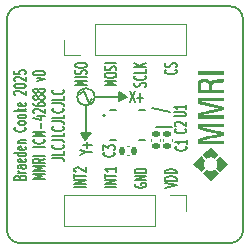
<source format=gto>
%TF.GenerationSoftware,KiCad,Pcbnew,7.0.10*%
%TF.CreationDate,2025-02-08T17:54:09-05:00*%
%TF.ProjectId,pcb2,70636232-2e6b-4696-9361-645f70636258,rev?*%
%TF.SameCoordinates,Original*%
%TF.FileFunction,Legend,Top*%
%TF.FilePolarity,Positive*%
%FSLAX46Y46*%
G04 Gerber Fmt 4.6, Leading zero omitted, Abs format (unit mm)*
G04 Created by KiCad (PCBNEW 7.0.10) date 2025-02-08 17:54:09*
%MOMM*%
%LPD*%
G01*
G04 APERTURE LIST*
G04 Aperture macros list*
%AMRoundRect*
0 Rectangle with rounded corners*
0 $1 Rounding radius*
0 $2 $3 $4 $5 $6 $7 $8 $9 X,Y pos of 4 corners*
0 Add a 4 corners polygon primitive as box body*
4,1,4,$2,$3,$4,$5,$6,$7,$8,$9,$2,$3,0*
0 Add four circle primitives for the rounded corners*
1,1,$1+$1,$2,$3*
1,1,$1+$1,$4,$5*
1,1,$1+$1,$6,$7*
1,1,$1+$1,$8,$9*
0 Add four rect primitives between the rounded corners*
20,1,$1+$1,$2,$3,$4,$5,0*
20,1,$1+$1,$4,$5,$6,$7,0*
20,1,$1+$1,$6,$7,$8,$9,0*
20,1,$1+$1,$8,$9,$2,$3,0*%
G04 Aperture macros list end*
%ADD10C,0.150000*%
%ADD11C,0.200000*%
%ADD12C,0.127000*%
%ADD13C,0.120000*%
%ADD14C,0.010000*%
%ADD15C,3.000000*%
%ADD16RoundRect,0.140000X-0.140000X-0.170000X0.140000X-0.170000X0.140000X0.170000X-0.140000X0.170000X0*%
%ADD17RoundRect,0.140000X-0.170000X0.140000X-0.170000X-0.140000X0.170000X-0.140000X0.170000X0.140000X0*%
%ADD18R,1.700000X1.700000*%
%ADD19O,1.700000X1.700000*%
G04 APERTURE END LIST*
D10*
X156404013Y-104938722D02*
X156045987Y-104288722D01*
X156854013Y-104288722D01*
X156404013Y-104938722D01*
G36*
X156404013Y-104938722D02*
G01*
X156045987Y-104288722D01*
X156854013Y-104288722D01*
X156404013Y-104938722D01*
G37*
X155959420Y-101042262D02*
X156242262Y-100759419D01*
X156242262Y-100759419D02*
X156666527Y-101749369D01*
X156666527Y-101749369D02*
X156949369Y-101466526D01*
X160178571Y-100738543D02*
X160578571Y-101738543D01*
X160578571Y-100738543D02*
X160178571Y-101738543D01*
X160807143Y-101357590D02*
X161264286Y-101357590D01*
X161035714Y-101738543D02*
X161035714Y-100976638D01*
X157183026Y-101266974D02*
G75*
G03*
X155716974Y-101266974I-733026J0D01*
G01*
X155716974Y-101266974D02*
G75*
G03*
X157183026Y-101266974I733026J0D01*
G01*
X159200000Y-101258487D02*
X157183026Y-101275461D01*
X156443628Y-105971428D02*
X156919819Y-105971428D01*
X155919819Y-106171428D02*
X156443628Y-105971428D01*
X156443628Y-105971428D02*
X155919819Y-105771428D01*
X156538866Y-105571427D02*
X156538866Y-105114285D01*
X156919819Y-105342856D02*
X156157914Y-105342856D01*
X156450000Y-104250000D02*
X156450000Y-102000000D01*
X159900000Y-101291974D02*
X159250000Y-101650000D01*
X159250000Y-100841974D01*
X159900000Y-101291974D01*
G36*
X159900000Y-101291974D02*
G01*
X159250000Y-101650000D01*
X159250000Y-100841974D01*
X159900000Y-101291974D01*
G37*
X163700000Y-103800000D02*
X162400000Y-103850000D01*
D11*
X163600000Y-102550000D02*
X162000000Y-102200000D01*
D10*
X149750000Y-112550000D02*
G75*
G03*
X150850000Y-113650000I1100000J0D01*
G01*
X168650000Y-113650000D02*
G75*
G03*
X169750000Y-112550000I0J1100000D01*
G01*
X168650000Y-113650000D02*
X150850000Y-113650000D01*
X150850000Y-93600000D02*
G75*
G03*
X149750000Y-94700000I0J-1100000D01*
G01*
X149750000Y-112550000D02*
X149750000Y-94700000D01*
X169750000Y-94700000D02*
G75*
G03*
X168650000Y-93600000I-1100000J0D01*
G01*
X169750000Y-94700000D02*
X169750000Y-112550000D01*
X150850000Y-93600000D02*
X168650000Y-93600000D01*
X164024580Y-98957142D02*
X164072200Y-98985714D01*
X164072200Y-98985714D02*
X164119819Y-99071428D01*
X164119819Y-99071428D02*
X164119819Y-99128571D01*
X164119819Y-99128571D02*
X164072200Y-99214285D01*
X164072200Y-99214285D02*
X163976961Y-99271428D01*
X163976961Y-99271428D02*
X163881723Y-99299999D01*
X163881723Y-99299999D02*
X163691247Y-99328571D01*
X163691247Y-99328571D02*
X163548390Y-99328571D01*
X163548390Y-99328571D02*
X163357914Y-99299999D01*
X163357914Y-99299999D02*
X163262676Y-99271428D01*
X163262676Y-99271428D02*
X163167438Y-99214285D01*
X163167438Y-99214285D02*
X163119819Y-99128571D01*
X163119819Y-99128571D02*
X163119819Y-99071428D01*
X163119819Y-99071428D02*
X163167438Y-98985714D01*
X163167438Y-98985714D02*
X163215057Y-98957142D01*
X164072200Y-98728571D02*
X164119819Y-98642857D01*
X164119819Y-98642857D02*
X164119819Y-98499999D01*
X164119819Y-98499999D02*
X164072200Y-98442857D01*
X164072200Y-98442857D02*
X164024580Y-98414285D01*
X164024580Y-98414285D02*
X163929342Y-98385714D01*
X163929342Y-98385714D02*
X163834104Y-98385714D01*
X163834104Y-98385714D02*
X163738866Y-98414285D01*
X163738866Y-98414285D02*
X163691247Y-98442857D01*
X163691247Y-98442857D02*
X163643628Y-98499999D01*
X163643628Y-98499999D02*
X163596009Y-98614285D01*
X163596009Y-98614285D02*
X163548390Y-98671428D01*
X163548390Y-98671428D02*
X163500771Y-98699999D01*
X163500771Y-98699999D02*
X163405533Y-98728571D01*
X163405533Y-98728571D02*
X163310295Y-98728571D01*
X163310295Y-98728571D02*
X163215057Y-98699999D01*
X163215057Y-98699999D02*
X163167438Y-98671428D01*
X163167438Y-98671428D02*
X163119819Y-98614285D01*
X163119819Y-98614285D02*
X163119819Y-98471428D01*
X163119819Y-98471428D02*
X163167438Y-98385714D01*
X159019819Y-100299998D02*
X158019819Y-100299998D01*
X158019819Y-100299998D02*
X158734104Y-100099998D01*
X158734104Y-100099998D02*
X158019819Y-99899998D01*
X158019819Y-99899998D02*
X159019819Y-99899998D01*
X158019819Y-99499999D02*
X158019819Y-99385713D01*
X158019819Y-99385713D02*
X158067438Y-99328570D01*
X158067438Y-99328570D02*
X158162676Y-99271427D01*
X158162676Y-99271427D02*
X158353152Y-99242856D01*
X158353152Y-99242856D02*
X158686485Y-99242856D01*
X158686485Y-99242856D02*
X158876961Y-99271427D01*
X158876961Y-99271427D02*
X158972200Y-99328570D01*
X158972200Y-99328570D02*
X159019819Y-99385713D01*
X159019819Y-99385713D02*
X159019819Y-99499999D01*
X159019819Y-99499999D02*
X158972200Y-99557142D01*
X158972200Y-99557142D02*
X158876961Y-99614284D01*
X158876961Y-99614284D02*
X158686485Y-99642856D01*
X158686485Y-99642856D02*
X158353152Y-99642856D01*
X158353152Y-99642856D02*
X158162676Y-99614284D01*
X158162676Y-99614284D02*
X158067438Y-99557142D01*
X158067438Y-99557142D02*
X158019819Y-99499999D01*
X158972200Y-99014285D02*
X159019819Y-98928571D01*
X159019819Y-98928571D02*
X159019819Y-98785713D01*
X159019819Y-98785713D02*
X158972200Y-98728571D01*
X158972200Y-98728571D02*
X158924580Y-98699999D01*
X158924580Y-98699999D02*
X158829342Y-98671428D01*
X158829342Y-98671428D02*
X158734104Y-98671428D01*
X158734104Y-98671428D02*
X158638866Y-98699999D01*
X158638866Y-98699999D02*
X158591247Y-98728571D01*
X158591247Y-98728571D02*
X158543628Y-98785713D01*
X158543628Y-98785713D02*
X158496009Y-98899999D01*
X158496009Y-98899999D02*
X158448390Y-98957142D01*
X158448390Y-98957142D02*
X158400771Y-98985713D01*
X158400771Y-98985713D02*
X158305533Y-99014285D01*
X158305533Y-99014285D02*
X158210295Y-99014285D01*
X158210295Y-99014285D02*
X158115057Y-98985713D01*
X158115057Y-98985713D02*
X158067438Y-98957142D01*
X158067438Y-98957142D02*
X158019819Y-98899999D01*
X158019819Y-98899999D02*
X158019819Y-98757142D01*
X158019819Y-98757142D02*
X158067438Y-98671428D01*
X159019819Y-98414284D02*
X158019819Y-98414284D01*
X161472200Y-100414285D02*
X161519819Y-100328571D01*
X161519819Y-100328571D02*
X161519819Y-100185713D01*
X161519819Y-100185713D02*
X161472200Y-100128571D01*
X161472200Y-100128571D02*
X161424580Y-100099999D01*
X161424580Y-100099999D02*
X161329342Y-100071428D01*
X161329342Y-100071428D02*
X161234104Y-100071428D01*
X161234104Y-100071428D02*
X161138866Y-100099999D01*
X161138866Y-100099999D02*
X161091247Y-100128571D01*
X161091247Y-100128571D02*
X161043628Y-100185713D01*
X161043628Y-100185713D02*
X160996009Y-100299999D01*
X160996009Y-100299999D02*
X160948390Y-100357142D01*
X160948390Y-100357142D02*
X160900771Y-100385713D01*
X160900771Y-100385713D02*
X160805533Y-100414285D01*
X160805533Y-100414285D02*
X160710295Y-100414285D01*
X160710295Y-100414285D02*
X160615057Y-100385713D01*
X160615057Y-100385713D02*
X160567438Y-100357142D01*
X160567438Y-100357142D02*
X160519819Y-100299999D01*
X160519819Y-100299999D02*
X160519819Y-100157142D01*
X160519819Y-100157142D02*
X160567438Y-100071428D01*
X161424580Y-99471427D02*
X161472200Y-99499999D01*
X161472200Y-99499999D02*
X161519819Y-99585713D01*
X161519819Y-99585713D02*
X161519819Y-99642856D01*
X161519819Y-99642856D02*
X161472200Y-99728570D01*
X161472200Y-99728570D02*
X161376961Y-99785713D01*
X161376961Y-99785713D02*
X161281723Y-99814284D01*
X161281723Y-99814284D02*
X161091247Y-99842856D01*
X161091247Y-99842856D02*
X160948390Y-99842856D01*
X160948390Y-99842856D02*
X160757914Y-99814284D01*
X160757914Y-99814284D02*
X160662676Y-99785713D01*
X160662676Y-99785713D02*
X160567438Y-99728570D01*
X160567438Y-99728570D02*
X160519819Y-99642856D01*
X160519819Y-99642856D02*
X160519819Y-99585713D01*
X160519819Y-99585713D02*
X160567438Y-99499999D01*
X160567438Y-99499999D02*
X160615057Y-99471427D01*
X161519819Y-98928570D02*
X161519819Y-99214284D01*
X161519819Y-99214284D02*
X160519819Y-99214284D01*
X161519819Y-98728570D02*
X160519819Y-98728570D01*
X161519819Y-98385713D02*
X160948390Y-98642856D01*
X160519819Y-98385713D02*
X161091247Y-98728570D01*
X156519819Y-100299998D02*
X155519819Y-100299998D01*
X155519819Y-100299998D02*
X156234104Y-100099998D01*
X156234104Y-100099998D02*
X155519819Y-99899998D01*
X155519819Y-99899998D02*
X156519819Y-99899998D01*
X156519819Y-99614284D02*
X155519819Y-99614284D01*
X156472200Y-99357142D02*
X156519819Y-99271428D01*
X156519819Y-99271428D02*
X156519819Y-99128570D01*
X156519819Y-99128570D02*
X156472200Y-99071428D01*
X156472200Y-99071428D02*
X156424580Y-99042856D01*
X156424580Y-99042856D02*
X156329342Y-99014285D01*
X156329342Y-99014285D02*
X156234104Y-99014285D01*
X156234104Y-99014285D02*
X156138866Y-99042856D01*
X156138866Y-99042856D02*
X156091247Y-99071428D01*
X156091247Y-99071428D02*
X156043628Y-99128570D01*
X156043628Y-99128570D02*
X155996009Y-99242856D01*
X155996009Y-99242856D02*
X155948390Y-99299999D01*
X155948390Y-99299999D02*
X155900771Y-99328570D01*
X155900771Y-99328570D02*
X155805533Y-99357142D01*
X155805533Y-99357142D02*
X155710295Y-99357142D01*
X155710295Y-99357142D02*
X155615057Y-99328570D01*
X155615057Y-99328570D02*
X155567438Y-99299999D01*
X155567438Y-99299999D02*
X155519819Y-99242856D01*
X155519819Y-99242856D02*
X155519819Y-99099999D01*
X155519819Y-99099999D02*
X155567438Y-99014285D01*
X155519819Y-98642856D02*
X155519819Y-98528570D01*
X155519819Y-98528570D02*
X155567438Y-98471427D01*
X155567438Y-98471427D02*
X155662676Y-98414284D01*
X155662676Y-98414284D02*
X155853152Y-98385713D01*
X155853152Y-98385713D02*
X156186485Y-98385713D01*
X156186485Y-98385713D02*
X156376961Y-98414284D01*
X156376961Y-98414284D02*
X156472200Y-98471427D01*
X156472200Y-98471427D02*
X156519819Y-98528570D01*
X156519819Y-98528570D02*
X156519819Y-98642856D01*
X156519819Y-98642856D02*
X156472200Y-98699999D01*
X156472200Y-98699999D02*
X156376961Y-98757141D01*
X156376961Y-98757141D02*
X156186485Y-98785713D01*
X156186485Y-98785713D02*
X155853152Y-98785713D01*
X155853152Y-98785713D02*
X155662676Y-98757141D01*
X155662676Y-98757141D02*
X155567438Y-98699999D01*
X155567438Y-98699999D02*
X155519819Y-98642856D01*
X163119819Y-108950000D02*
X164119819Y-108750000D01*
X164119819Y-108750000D02*
X163119819Y-108550000D01*
X164119819Y-108349999D02*
X163119819Y-108349999D01*
X163119819Y-108349999D02*
X163119819Y-108207142D01*
X163119819Y-108207142D02*
X163167438Y-108121428D01*
X163167438Y-108121428D02*
X163262676Y-108064285D01*
X163262676Y-108064285D02*
X163357914Y-108035714D01*
X163357914Y-108035714D02*
X163548390Y-108007142D01*
X163548390Y-108007142D02*
X163691247Y-108007142D01*
X163691247Y-108007142D02*
X163881723Y-108035714D01*
X163881723Y-108035714D02*
X163976961Y-108064285D01*
X163976961Y-108064285D02*
X164072200Y-108121428D01*
X164072200Y-108121428D02*
X164119819Y-108207142D01*
X164119819Y-108207142D02*
X164119819Y-108349999D01*
X164119819Y-107749999D02*
X163119819Y-107749999D01*
X163119819Y-107749999D02*
X163119819Y-107607142D01*
X163119819Y-107607142D02*
X163167438Y-107521428D01*
X163167438Y-107521428D02*
X163262676Y-107464285D01*
X163262676Y-107464285D02*
X163357914Y-107435714D01*
X163357914Y-107435714D02*
X163548390Y-107407142D01*
X163548390Y-107407142D02*
X163691247Y-107407142D01*
X163691247Y-107407142D02*
X163881723Y-107435714D01*
X163881723Y-107435714D02*
X163976961Y-107464285D01*
X163976961Y-107464285D02*
X164072200Y-107521428D01*
X164072200Y-107521428D02*
X164119819Y-107607142D01*
X164119819Y-107607142D02*
X164119819Y-107749999D01*
X160617438Y-108614285D02*
X160569819Y-108671428D01*
X160569819Y-108671428D02*
X160569819Y-108757142D01*
X160569819Y-108757142D02*
X160617438Y-108842856D01*
X160617438Y-108842856D02*
X160712676Y-108899999D01*
X160712676Y-108899999D02*
X160807914Y-108928570D01*
X160807914Y-108928570D02*
X160998390Y-108957142D01*
X160998390Y-108957142D02*
X161141247Y-108957142D01*
X161141247Y-108957142D02*
X161331723Y-108928570D01*
X161331723Y-108928570D02*
X161426961Y-108899999D01*
X161426961Y-108899999D02*
X161522200Y-108842856D01*
X161522200Y-108842856D02*
X161569819Y-108757142D01*
X161569819Y-108757142D02*
X161569819Y-108699999D01*
X161569819Y-108699999D02*
X161522200Y-108614285D01*
X161522200Y-108614285D02*
X161474580Y-108585713D01*
X161474580Y-108585713D02*
X161141247Y-108585713D01*
X161141247Y-108585713D02*
X161141247Y-108699999D01*
X161569819Y-108328570D02*
X160569819Y-108328570D01*
X160569819Y-108328570D02*
X161569819Y-107985713D01*
X161569819Y-107985713D02*
X160569819Y-107985713D01*
X161569819Y-107699999D02*
X160569819Y-107699999D01*
X160569819Y-107699999D02*
X160569819Y-107557142D01*
X160569819Y-107557142D02*
X160617438Y-107471428D01*
X160617438Y-107471428D02*
X160712676Y-107414285D01*
X160712676Y-107414285D02*
X160807914Y-107385714D01*
X160807914Y-107385714D02*
X160998390Y-107357142D01*
X160998390Y-107357142D02*
X161141247Y-107357142D01*
X161141247Y-107357142D02*
X161331723Y-107385714D01*
X161331723Y-107385714D02*
X161426961Y-107414285D01*
X161426961Y-107414285D02*
X161522200Y-107471428D01*
X161522200Y-107471428D02*
X161569819Y-107557142D01*
X161569819Y-107557142D02*
X161569819Y-107699999D01*
X159019819Y-108928570D02*
X158019819Y-108928570D01*
X159019819Y-108642856D02*
X158019819Y-108642856D01*
X158019819Y-108642856D02*
X159019819Y-108299999D01*
X159019819Y-108299999D02*
X158019819Y-108299999D01*
X158019819Y-108100000D02*
X158019819Y-107757143D01*
X159019819Y-107928571D02*
X158019819Y-107928571D01*
X159019819Y-107242857D02*
X159019819Y-107585714D01*
X159019819Y-107414285D02*
X158019819Y-107414285D01*
X158019819Y-107414285D02*
X158162676Y-107471428D01*
X158162676Y-107471428D02*
X158257914Y-107528571D01*
X158257914Y-107528571D02*
X158305533Y-107585714D01*
X156469819Y-108928570D02*
X155469819Y-108928570D01*
X156469819Y-108642856D02*
X155469819Y-108642856D01*
X155469819Y-108642856D02*
X156469819Y-108299999D01*
X156469819Y-108299999D02*
X155469819Y-108299999D01*
X155469819Y-108100000D02*
X155469819Y-107757143D01*
X156469819Y-107928571D02*
X155469819Y-107928571D01*
X155565057Y-107585714D02*
X155517438Y-107557142D01*
X155517438Y-107557142D02*
X155469819Y-107500000D01*
X155469819Y-107500000D02*
X155469819Y-107357142D01*
X155469819Y-107357142D02*
X155517438Y-107300000D01*
X155517438Y-107300000D02*
X155565057Y-107271428D01*
X155565057Y-107271428D02*
X155660295Y-107242857D01*
X155660295Y-107242857D02*
X155755533Y-107242857D01*
X155755533Y-107242857D02*
X155898390Y-107271428D01*
X155898390Y-107271428D02*
X156469819Y-107614285D01*
X156469819Y-107614285D02*
X156469819Y-107242857D01*
X150847759Y-108074286D02*
X150895378Y-107988572D01*
X150895378Y-107988572D02*
X150942997Y-107960001D01*
X150942997Y-107960001D02*
X151038235Y-107931429D01*
X151038235Y-107931429D02*
X151181092Y-107931429D01*
X151181092Y-107931429D02*
X151276330Y-107960001D01*
X151276330Y-107960001D02*
X151323950Y-107988572D01*
X151323950Y-107988572D02*
X151371569Y-108045715D01*
X151371569Y-108045715D02*
X151371569Y-108274286D01*
X151371569Y-108274286D02*
X150371569Y-108274286D01*
X150371569Y-108274286D02*
X150371569Y-108074286D01*
X150371569Y-108074286D02*
X150419188Y-108017144D01*
X150419188Y-108017144D02*
X150466807Y-107988572D01*
X150466807Y-107988572D02*
X150562045Y-107960001D01*
X150562045Y-107960001D02*
X150657283Y-107960001D01*
X150657283Y-107960001D02*
X150752521Y-107988572D01*
X150752521Y-107988572D02*
X150800140Y-108017144D01*
X150800140Y-108017144D02*
X150847759Y-108074286D01*
X150847759Y-108074286D02*
X150847759Y-108274286D01*
X151371569Y-107674286D02*
X150704902Y-107674286D01*
X150895378Y-107674286D02*
X150800140Y-107645715D01*
X150800140Y-107645715D02*
X150752521Y-107617144D01*
X150752521Y-107617144D02*
X150704902Y-107560001D01*
X150704902Y-107560001D02*
X150704902Y-107502858D01*
X151371569Y-107045715D02*
X150847759Y-107045715D01*
X150847759Y-107045715D02*
X150752521Y-107074286D01*
X150752521Y-107074286D02*
X150704902Y-107131429D01*
X150704902Y-107131429D02*
X150704902Y-107245715D01*
X150704902Y-107245715D02*
X150752521Y-107302857D01*
X151323950Y-107045715D02*
X151371569Y-107102857D01*
X151371569Y-107102857D02*
X151371569Y-107245715D01*
X151371569Y-107245715D02*
X151323950Y-107302857D01*
X151323950Y-107302857D02*
X151228711Y-107331429D01*
X151228711Y-107331429D02*
X151133473Y-107331429D01*
X151133473Y-107331429D02*
X151038235Y-107302857D01*
X151038235Y-107302857D02*
X150990616Y-107245715D01*
X150990616Y-107245715D02*
X150990616Y-107102857D01*
X150990616Y-107102857D02*
X150942997Y-107045715D01*
X151323950Y-106531429D02*
X151371569Y-106588572D01*
X151371569Y-106588572D02*
X151371569Y-106702858D01*
X151371569Y-106702858D02*
X151323950Y-106760000D01*
X151323950Y-106760000D02*
X151228711Y-106788572D01*
X151228711Y-106788572D02*
X150847759Y-106788572D01*
X150847759Y-106788572D02*
X150752521Y-106760000D01*
X150752521Y-106760000D02*
X150704902Y-106702858D01*
X150704902Y-106702858D02*
X150704902Y-106588572D01*
X150704902Y-106588572D02*
X150752521Y-106531429D01*
X150752521Y-106531429D02*
X150847759Y-106502858D01*
X150847759Y-106502858D02*
X150942997Y-106502858D01*
X150942997Y-106502858D02*
X151038235Y-106788572D01*
X151371569Y-105988572D02*
X150371569Y-105988572D01*
X151323950Y-105988572D02*
X151371569Y-106045714D01*
X151371569Y-106045714D02*
X151371569Y-106160000D01*
X151371569Y-106160000D02*
X151323950Y-106217143D01*
X151323950Y-106217143D02*
X151276330Y-106245714D01*
X151276330Y-106245714D02*
X151181092Y-106274286D01*
X151181092Y-106274286D02*
X150895378Y-106274286D01*
X150895378Y-106274286D02*
X150800140Y-106245714D01*
X150800140Y-106245714D02*
X150752521Y-106217143D01*
X150752521Y-106217143D02*
X150704902Y-106160000D01*
X150704902Y-106160000D02*
X150704902Y-106045714D01*
X150704902Y-106045714D02*
X150752521Y-105988572D01*
X151323950Y-105474286D02*
X151371569Y-105531429D01*
X151371569Y-105531429D02*
X151371569Y-105645715D01*
X151371569Y-105645715D02*
X151323950Y-105702857D01*
X151323950Y-105702857D02*
X151228711Y-105731429D01*
X151228711Y-105731429D02*
X150847759Y-105731429D01*
X150847759Y-105731429D02*
X150752521Y-105702857D01*
X150752521Y-105702857D02*
X150704902Y-105645715D01*
X150704902Y-105645715D02*
X150704902Y-105531429D01*
X150704902Y-105531429D02*
X150752521Y-105474286D01*
X150752521Y-105474286D02*
X150847759Y-105445715D01*
X150847759Y-105445715D02*
X150942997Y-105445715D01*
X150942997Y-105445715D02*
X151038235Y-105731429D01*
X150704902Y-105188571D02*
X151371569Y-105188571D01*
X150800140Y-105188571D02*
X150752521Y-105160000D01*
X150752521Y-105160000D02*
X150704902Y-105102857D01*
X150704902Y-105102857D02*
X150704902Y-105017143D01*
X150704902Y-105017143D02*
X150752521Y-104960000D01*
X150752521Y-104960000D02*
X150847759Y-104931429D01*
X150847759Y-104931429D02*
X151371569Y-104931429D01*
X151276330Y-103845714D02*
X151323950Y-103874286D01*
X151323950Y-103874286D02*
X151371569Y-103960000D01*
X151371569Y-103960000D02*
X151371569Y-104017143D01*
X151371569Y-104017143D02*
X151323950Y-104102857D01*
X151323950Y-104102857D02*
X151228711Y-104160000D01*
X151228711Y-104160000D02*
X151133473Y-104188571D01*
X151133473Y-104188571D02*
X150942997Y-104217143D01*
X150942997Y-104217143D02*
X150800140Y-104217143D01*
X150800140Y-104217143D02*
X150609664Y-104188571D01*
X150609664Y-104188571D02*
X150514426Y-104160000D01*
X150514426Y-104160000D02*
X150419188Y-104102857D01*
X150419188Y-104102857D02*
X150371569Y-104017143D01*
X150371569Y-104017143D02*
X150371569Y-103960000D01*
X150371569Y-103960000D02*
X150419188Y-103874286D01*
X150419188Y-103874286D02*
X150466807Y-103845714D01*
X151371569Y-103502857D02*
X151323950Y-103560000D01*
X151323950Y-103560000D02*
X151276330Y-103588571D01*
X151276330Y-103588571D02*
X151181092Y-103617143D01*
X151181092Y-103617143D02*
X150895378Y-103617143D01*
X150895378Y-103617143D02*
X150800140Y-103588571D01*
X150800140Y-103588571D02*
X150752521Y-103560000D01*
X150752521Y-103560000D02*
X150704902Y-103502857D01*
X150704902Y-103502857D02*
X150704902Y-103417143D01*
X150704902Y-103417143D02*
X150752521Y-103360000D01*
X150752521Y-103360000D02*
X150800140Y-103331429D01*
X150800140Y-103331429D02*
X150895378Y-103302857D01*
X150895378Y-103302857D02*
X151181092Y-103302857D01*
X151181092Y-103302857D02*
X151276330Y-103331429D01*
X151276330Y-103331429D02*
X151323950Y-103360000D01*
X151323950Y-103360000D02*
X151371569Y-103417143D01*
X151371569Y-103417143D02*
X151371569Y-103502857D01*
X151371569Y-102960000D02*
X151323950Y-103017143D01*
X151323950Y-103017143D02*
X151276330Y-103045714D01*
X151276330Y-103045714D02*
X151181092Y-103074286D01*
X151181092Y-103074286D02*
X150895378Y-103074286D01*
X150895378Y-103074286D02*
X150800140Y-103045714D01*
X150800140Y-103045714D02*
X150752521Y-103017143D01*
X150752521Y-103017143D02*
X150704902Y-102960000D01*
X150704902Y-102960000D02*
X150704902Y-102874286D01*
X150704902Y-102874286D02*
X150752521Y-102817143D01*
X150752521Y-102817143D02*
X150800140Y-102788572D01*
X150800140Y-102788572D02*
X150895378Y-102760000D01*
X150895378Y-102760000D02*
X151181092Y-102760000D01*
X151181092Y-102760000D02*
X151276330Y-102788572D01*
X151276330Y-102788572D02*
X151323950Y-102817143D01*
X151323950Y-102817143D02*
X151371569Y-102874286D01*
X151371569Y-102874286D02*
X151371569Y-102960000D01*
X151371569Y-102502857D02*
X150371569Y-102502857D01*
X150990616Y-102445715D02*
X151371569Y-102274286D01*
X150704902Y-102274286D02*
X151085854Y-102502857D01*
X151323950Y-101788572D02*
X151371569Y-101845715D01*
X151371569Y-101845715D02*
X151371569Y-101960001D01*
X151371569Y-101960001D02*
X151323950Y-102017143D01*
X151323950Y-102017143D02*
X151228711Y-102045715D01*
X151228711Y-102045715D02*
X150847759Y-102045715D01*
X150847759Y-102045715D02*
X150752521Y-102017143D01*
X150752521Y-102017143D02*
X150704902Y-101960001D01*
X150704902Y-101960001D02*
X150704902Y-101845715D01*
X150704902Y-101845715D02*
X150752521Y-101788572D01*
X150752521Y-101788572D02*
X150847759Y-101760001D01*
X150847759Y-101760001D02*
X150942997Y-101760001D01*
X150942997Y-101760001D02*
X151038235Y-102045715D01*
X150466807Y-101074286D02*
X150419188Y-101045714D01*
X150419188Y-101045714D02*
X150371569Y-100988572D01*
X150371569Y-100988572D02*
X150371569Y-100845714D01*
X150371569Y-100845714D02*
X150419188Y-100788572D01*
X150419188Y-100788572D02*
X150466807Y-100760000D01*
X150466807Y-100760000D02*
X150562045Y-100731429D01*
X150562045Y-100731429D02*
X150657283Y-100731429D01*
X150657283Y-100731429D02*
X150800140Y-100760000D01*
X150800140Y-100760000D02*
X151371569Y-101102857D01*
X151371569Y-101102857D02*
X151371569Y-100731429D01*
X150371569Y-100360000D02*
X150371569Y-100302857D01*
X150371569Y-100302857D02*
X150419188Y-100245714D01*
X150419188Y-100245714D02*
X150466807Y-100217143D01*
X150466807Y-100217143D02*
X150562045Y-100188571D01*
X150562045Y-100188571D02*
X150752521Y-100160000D01*
X150752521Y-100160000D02*
X150990616Y-100160000D01*
X150990616Y-100160000D02*
X151181092Y-100188571D01*
X151181092Y-100188571D02*
X151276330Y-100217143D01*
X151276330Y-100217143D02*
X151323950Y-100245714D01*
X151323950Y-100245714D02*
X151371569Y-100302857D01*
X151371569Y-100302857D02*
X151371569Y-100360000D01*
X151371569Y-100360000D02*
X151323950Y-100417143D01*
X151323950Y-100417143D02*
X151276330Y-100445714D01*
X151276330Y-100445714D02*
X151181092Y-100474285D01*
X151181092Y-100474285D02*
X150990616Y-100502857D01*
X150990616Y-100502857D02*
X150752521Y-100502857D01*
X150752521Y-100502857D02*
X150562045Y-100474285D01*
X150562045Y-100474285D02*
X150466807Y-100445714D01*
X150466807Y-100445714D02*
X150419188Y-100417143D01*
X150419188Y-100417143D02*
X150371569Y-100360000D01*
X150466807Y-99931428D02*
X150419188Y-99902856D01*
X150419188Y-99902856D02*
X150371569Y-99845714D01*
X150371569Y-99845714D02*
X150371569Y-99702856D01*
X150371569Y-99702856D02*
X150419188Y-99645714D01*
X150419188Y-99645714D02*
X150466807Y-99617142D01*
X150466807Y-99617142D02*
X150562045Y-99588571D01*
X150562045Y-99588571D02*
X150657283Y-99588571D01*
X150657283Y-99588571D02*
X150800140Y-99617142D01*
X150800140Y-99617142D02*
X151371569Y-99959999D01*
X151371569Y-99959999D02*
X151371569Y-99588571D01*
X150371569Y-99045713D02*
X150371569Y-99331427D01*
X150371569Y-99331427D02*
X150847759Y-99359999D01*
X150847759Y-99359999D02*
X150800140Y-99331427D01*
X150800140Y-99331427D02*
X150752521Y-99274285D01*
X150752521Y-99274285D02*
X150752521Y-99131427D01*
X150752521Y-99131427D02*
X150800140Y-99074285D01*
X150800140Y-99074285D02*
X150847759Y-99045713D01*
X150847759Y-99045713D02*
X150942997Y-99017142D01*
X150942997Y-99017142D02*
X151181092Y-99017142D01*
X151181092Y-99017142D02*
X151276330Y-99045713D01*
X151276330Y-99045713D02*
X151323950Y-99074285D01*
X151323950Y-99074285D02*
X151371569Y-99131427D01*
X151371569Y-99131427D02*
X151371569Y-99274285D01*
X151371569Y-99274285D02*
X151323950Y-99331427D01*
X151323950Y-99331427D02*
X151276330Y-99359999D01*
X152981569Y-108202857D02*
X151981569Y-108202857D01*
X151981569Y-108202857D02*
X152695854Y-108002857D01*
X152695854Y-108002857D02*
X151981569Y-107802857D01*
X151981569Y-107802857D02*
X152981569Y-107802857D01*
X152981569Y-107517143D02*
X151981569Y-107517143D01*
X151981569Y-107517143D02*
X152695854Y-107317143D01*
X152695854Y-107317143D02*
X151981569Y-107117143D01*
X151981569Y-107117143D02*
X152981569Y-107117143D01*
X152981569Y-106488572D02*
X152505378Y-106688572D01*
X152981569Y-106831429D02*
X151981569Y-106831429D01*
X151981569Y-106831429D02*
X151981569Y-106602858D01*
X151981569Y-106602858D02*
X152029188Y-106545715D01*
X152029188Y-106545715D02*
X152076807Y-106517144D01*
X152076807Y-106517144D02*
X152172045Y-106488572D01*
X152172045Y-106488572D02*
X152314902Y-106488572D01*
X152314902Y-106488572D02*
X152410140Y-106517144D01*
X152410140Y-106517144D02*
X152457759Y-106545715D01*
X152457759Y-106545715D02*
X152505378Y-106602858D01*
X152505378Y-106602858D02*
X152505378Y-106831429D01*
X152981569Y-106231429D02*
X151981569Y-106231429D01*
X152981569Y-105488572D02*
X151981569Y-105488572D01*
X152886330Y-104860001D02*
X152933950Y-104888573D01*
X152933950Y-104888573D02*
X152981569Y-104974287D01*
X152981569Y-104974287D02*
X152981569Y-105031430D01*
X152981569Y-105031430D02*
X152933950Y-105117144D01*
X152933950Y-105117144D02*
X152838711Y-105174287D01*
X152838711Y-105174287D02*
X152743473Y-105202858D01*
X152743473Y-105202858D02*
X152552997Y-105231430D01*
X152552997Y-105231430D02*
X152410140Y-105231430D01*
X152410140Y-105231430D02*
X152219664Y-105202858D01*
X152219664Y-105202858D02*
X152124426Y-105174287D01*
X152124426Y-105174287D02*
X152029188Y-105117144D01*
X152029188Y-105117144D02*
X151981569Y-105031430D01*
X151981569Y-105031430D02*
X151981569Y-104974287D01*
X151981569Y-104974287D02*
X152029188Y-104888573D01*
X152029188Y-104888573D02*
X152076807Y-104860001D01*
X152981569Y-104602858D02*
X151981569Y-104602858D01*
X151981569Y-104602858D02*
X152695854Y-104402858D01*
X152695854Y-104402858D02*
X151981569Y-104202858D01*
X151981569Y-104202858D02*
X152981569Y-104202858D01*
X152600616Y-103917144D02*
X152600616Y-103460002D01*
X152314902Y-102917145D02*
X152981569Y-102917145D01*
X151933950Y-103060002D02*
X152648235Y-103202859D01*
X152648235Y-103202859D02*
X152648235Y-102831430D01*
X152076807Y-102631430D02*
X152029188Y-102602858D01*
X152029188Y-102602858D02*
X151981569Y-102545716D01*
X151981569Y-102545716D02*
X151981569Y-102402858D01*
X151981569Y-102402858D02*
X152029188Y-102345716D01*
X152029188Y-102345716D02*
X152076807Y-102317144D01*
X152076807Y-102317144D02*
X152172045Y-102288573D01*
X152172045Y-102288573D02*
X152267283Y-102288573D01*
X152267283Y-102288573D02*
X152410140Y-102317144D01*
X152410140Y-102317144D02*
X152981569Y-102660001D01*
X152981569Y-102660001D02*
X152981569Y-102288573D01*
X151981569Y-101774287D02*
X151981569Y-101888572D01*
X151981569Y-101888572D02*
X152029188Y-101945715D01*
X152029188Y-101945715D02*
X152076807Y-101974287D01*
X152076807Y-101974287D02*
X152219664Y-102031429D01*
X152219664Y-102031429D02*
X152410140Y-102060001D01*
X152410140Y-102060001D02*
X152791092Y-102060001D01*
X152791092Y-102060001D02*
X152886330Y-102031429D01*
X152886330Y-102031429D02*
X152933950Y-102002858D01*
X152933950Y-102002858D02*
X152981569Y-101945715D01*
X152981569Y-101945715D02*
X152981569Y-101831429D01*
X152981569Y-101831429D02*
X152933950Y-101774287D01*
X152933950Y-101774287D02*
X152886330Y-101745715D01*
X152886330Y-101745715D02*
X152791092Y-101717144D01*
X152791092Y-101717144D02*
X152552997Y-101717144D01*
X152552997Y-101717144D02*
X152457759Y-101745715D01*
X152457759Y-101745715D02*
X152410140Y-101774287D01*
X152410140Y-101774287D02*
X152362521Y-101831429D01*
X152362521Y-101831429D02*
X152362521Y-101945715D01*
X152362521Y-101945715D02*
X152410140Y-102002858D01*
X152410140Y-102002858D02*
X152457759Y-102031429D01*
X152457759Y-102031429D02*
X152552997Y-102060001D01*
X152410140Y-101374286D02*
X152362521Y-101431429D01*
X152362521Y-101431429D02*
X152314902Y-101460000D01*
X152314902Y-101460000D02*
X152219664Y-101488572D01*
X152219664Y-101488572D02*
X152172045Y-101488572D01*
X152172045Y-101488572D02*
X152076807Y-101460000D01*
X152076807Y-101460000D02*
X152029188Y-101431429D01*
X152029188Y-101431429D02*
X151981569Y-101374286D01*
X151981569Y-101374286D02*
X151981569Y-101260000D01*
X151981569Y-101260000D02*
X152029188Y-101202858D01*
X152029188Y-101202858D02*
X152076807Y-101174286D01*
X152076807Y-101174286D02*
X152172045Y-101145715D01*
X152172045Y-101145715D02*
X152219664Y-101145715D01*
X152219664Y-101145715D02*
X152314902Y-101174286D01*
X152314902Y-101174286D02*
X152362521Y-101202858D01*
X152362521Y-101202858D02*
X152410140Y-101260000D01*
X152410140Y-101260000D02*
X152410140Y-101374286D01*
X152410140Y-101374286D02*
X152457759Y-101431429D01*
X152457759Y-101431429D02*
X152505378Y-101460000D01*
X152505378Y-101460000D02*
X152600616Y-101488572D01*
X152600616Y-101488572D02*
X152791092Y-101488572D01*
X152791092Y-101488572D02*
X152886330Y-101460000D01*
X152886330Y-101460000D02*
X152933950Y-101431429D01*
X152933950Y-101431429D02*
X152981569Y-101374286D01*
X152981569Y-101374286D02*
X152981569Y-101260000D01*
X152981569Y-101260000D02*
X152933950Y-101202858D01*
X152933950Y-101202858D02*
X152886330Y-101174286D01*
X152886330Y-101174286D02*
X152791092Y-101145715D01*
X152791092Y-101145715D02*
X152600616Y-101145715D01*
X152600616Y-101145715D02*
X152505378Y-101174286D01*
X152505378Y-101174286D02*
X152457759Y-101202858D01*
X152457759Y-101202858D02*
X152410140Y-101260000D01*
X152410140Y-100802857D02*
X152362521Y-100860000D01*
X152362521Y-100860000D02*
X152314902Y-100888571D01*
X152314902Y-100888571D02*
X152219664Y-100917143D01*
X152219664Y-100917143D02*
X152172045Y-100917143D01*
X152172045Y-100917143D02*
X152076807Y-100888571D01*
X152076807Y-100888571D02*
X152029188Y-100860000D01*
X152029188Y-100860000D02*
X151981569Y-100802857D01*
X151981569Y-100802857D02*
X151981569Y-100688571D01*
X151981569Y-100688571D02*
X152029188Y-100631429D01*
X152029188Y-100631429D02*
X152076807Y-100602857D01*
X152076807Y-100602857D02*
X152172045Y-100574286D01*
X152172045Y-100574286D02*
X152219664Y-100574286D01*
X152219664Y-100574286D02*
X152314902Y-100602857D01*
X152314902Y-100602857D02*
X152362521Y-100631429D01*
X152362521Y-100631429D02*
X152410140Y-100688571D01*
X152410140Y-100688571D02*
X152410140Y-100802857D01*
X152410140Y-100802857D02*
X152457759Y-100860000D01*
X152457759Y-100860000D02*
X152505378Y-100888571D01*
X152505378Y-100888571D02*
X152600616Y-100917143D01*
X152600616Y-100917143D02*
X152791092Y-100917143D01*
X152791092Y-100917143D02*
X152886330Y-100888571D01*
X152886330Y-100888571D02*
X152933950Y-100860000D01*
X152933950Y-100860000D02*
X152981569Y-100802857D01*
X152981569Y-100802857D02*
X152981569Y-100688571D01*
X152981569Y-100688571D02*
X152933950Y-100631429D01*
X152933950Y-100631429D02*
X152886330Y-100602857D01*
X152886330Y-100602857D02*
X152791092Y-100574286D01*
X152791092Y-100574286D02*
X152600616Y-100574286D01*
X152600616Y-100574286D02*
X152505378Y-100602857D01*
X152505378Y-100602857D02*
X152457759Y-100631429D01*
X152457759Y-100631429D02*
X152410140Y-100688571D01*
X152314902Y-99917142D02*
X152981569Y-99774285D01*
X152981569Y-99774285D02*
X152314902Y-99631428D01*
X151981569Y-99288571D02*
X151981569Y-99231428D01*
X151981569Y-99231428D02*
X152029188Y-99174285D01*
X152029188Y-99174285D02*
X152076807Y-99145714D01*
X152076807Y-99145714D02*
X152172045Y-99117142D01*
X152172045Y-99117142D02*
X152362521Y-99088571D01*
X152362521Y-99088571D02*
X152600616Y-99088571D01*
X152600616Y-99088571D02*
X152791092Y-99117142D01*
X152791092Y-99117142D02*
X152886330Y-99145714D01*
X152886330Y-99145714D02*
X152933950Y-99174285D01*
X152933950Y-99174285D02*
X152981569Y-99231428D01*
X152981569Y-99231428D02*
X152981569Y-99288571D01*
X152981569Y-99288571D02*
X152933950Y-99345714D01*
X152933950Y-99345714D02*
X152886330Y-99374285D01*
X152886330Y-99374285D02*
X152791092Y-99402856D01*
X152791092Y-99402856D02*
X152600616Y-99431428D01*
X152600616Y-99431428D02*
X152362521Y-99431428D01*
X152362521Y-99431428D02*
X152172045Y-99402856D01*
X152172045Y-99402856D02*
X152076807Y-99374285D01*
X152076807Y-99374285D02*
X152029188Y-99345714D01*
X152029188Y-99345714D02*
X151981569Y-99288571D01*
X153591569Y-106431428D02*
X154305854Y-106431428D01*
X154305854Y-106431428D02*
X154448711Y-106459999D01*
X154448711Y-106459999D02*
X154543950Y-106517142D01*
X154543950Y-106517142D02*
X154591569Y-106602856D01*
X154591569Y-106602856D02*
X154591569Y-106659999D01*
X154591569Y-105859999D02*
X154591569Y-106145713D01*
X154591569Y-106145713D02*
X153591569Y-106145713D01*
X154496330Y-105317142D02*
X154543950Y-105345714D01*
X154543950Y-105345714D02*
X154591569Y-105431428D01*
X154591569Y-105431428D02*
X154591569Y-105488571D01*
X154591569Y-105488571D02*
X154543950Y-105574285D01*
X154543950Y-105574285D02*
X154448711Y-105631428D01*
X154448711Y-105631428D02*
X154353473Y-105659999D01*
X154353473Y-105659999D02*
X154162997Y-105688571D01*
X154162997Y-105688571D02*
X154020140Y-105688571D01*
X154020140Y-105688571D02*
X153829664Y-105659999D01*
X153829664Y-105659999D02*
X153734426Y-105631428D01*
X153734426Y-105631428D02*
X153639188Y-105574285D01*
X153639188Y-105574285D02*
X153591569Y-105488571D01*
X153591569Y-105488571D02*
X153591569Y-105431428D01*
X153591569Y-105431428D02*
X153639188Y-105345714D01*
X153639188Y-105345714D02*
X153686807Y-105317142D01*
X153591569Y-104888571D02*
X154305854Y-104888571D01*
X154305854Y-104888571D02*
X154448711Y-104917142D01*
X154448711Y-104917142D02*
X154543950Y-104974285D01*
X154543950Y-104974285D02*
X154591569Y-105059999D01*
X154591569Y-105059999D02*
X154591569Y-105117142D01*
X154591569Y-104317142D02*
X154591569Y-104602856D01*
X154591569Y-104602856D02*
X153591569Y-104602856D01*
X154496330Y-103774285D02*
X154543950Y-103802857D01*
X154543950Y-103802857D02*
X154591569Y-103888571D01*
X154591569Y-103888571D02*
X154591569Y-103945714D01*
X154591569Y-103945714D02*
X154543950Y-104031428D01*
X154543950Y-104031428D02*
X154448711Y-104088571D01*
X154448711Y-104088571D02*
X154353473Y-104117142D01*
X154353473Y-104117142D02*
X154162997Y-104145714D01*
X154162997Y-104145714D02*
X154020140Y-104145714D01*
X154020140Y-104145714D02*
X153829664Y-104117142D01*
X153829664Y-104117142D02*
X153734426Y-104088571D01*
X153734426Y-104088571D02*
X153639188Y-104031428D01*
X153639188Y-104031428D02*
X153591569Y-103945714D01*
X153591569Y-103945714D02*
X153591569Y-103888571D01*
X153591569Y-103888571D02*
X153639188Y-103802857D01*
X153639188Y-103802857D02*
X153686807Y-103774285D01*
X153591569Y-103345714D02*
X154305854Y-103345714D01*
X154305854Y-103345714D02*
X154448711Y-103374285D01*
X154448711Y-103374285D02*
X154543950Y-103431428D01*
X154543950Y-103431428D02*
X154591569Y-103517142D01*
X154591569Y-103517142D02*
X154591569Y-103574285D01*
X154591569Y-102774285D02*
X154591569Y-103059999D01*
X154591569Y-103059999D02*
X153591569Y-103059999D01*
X154496330Y-102231428D02*
X154543950Y-102260000D01*
X154543950Y-102260000D02*
X154591569Y-102345714D01*
X154591569Y-102345714D02*
X154591569Y-102402857D01*
X154591569Y-102402857D02*
X154543950Y-102488571D01*
X154543950Y-102488571D02*
X154448711Y-102545714D01*
X154448711Y-102545714D02*
X154353473Y-102574285D01*
X154353473Y-102574285D02*
X154162997Y-102602857D01*
X154162997Y-102602857D02*
X154020140Y-102602857D01*
X154020140Y-102602857D02*
X153829664Y-102574285D01*
X153829664Y-102574285D02*
X153734426Y-102545714D01*
X153734426Y-102545714D02*
X153639188Y-102488571D01*
X153639188Y-102488571D02*
X153591569Y-102402857D01*
X153591569Y-102402857D02*
X153591569Y-102345714D01*
X153591569Y-102345714D02*
X153639188Y-102260000D01*
X153639188Y-102260000D02*
X153686807Y-102231428D01*
X153591569Y-101802857D02*
X154305854Y-101802857D01*
X154305854Y-101802857D02*
X154448711Y-101831428D01*
X154448711Y-101831428D02*
X154543950Y-101888571D01*
X154543950Y-101888571D02*
X154591569Y-101974285D01*
X154591569Y-101974285D02*
X154591569Y-102031428D01*
X154591569Y-101231428D02*
X154591569Y-101517142D01*
X154591569Y-101517142D02*
X153591569Y-101517142D01*
X154496330Y-100688571D02*
X154543950Y-100717143D01*
X154543950Y-100717143D02*
X154591569Y-100802857D01*
X154591569Y-100802857D02*
X154591569Y-100860000D01*
X154591569Y-100860000D02*
X154543950Y-100945714D01*
X154543950Y-100945714D02*
X154448711Y-101002857D01*
X154448711Y-101002857D02*
X154353473Y-101031428D01*
X154353473Y-101031428D02*
X154162997Y-101060000D01*
X154162997Y-101060000D02*
X154020140Y-101060000D01*
X154020140Y-101060000D02*
X153829664Y-101031428D01*
X153829664Y-101031428D02*
X153734426Y-101002857D01*
X153734426Y-101002857D02*
X153639188Y-100945714D01*
X153639188Y-100945714D02*
X153591569Y-100860000D01*
X153591569Y-100860000D02*
X153591569Y-100802857D01*
X153591569Y-100802857D02*
X153639188Y-100717143D01*
X153639188Y-100717143D02*
X153686807Y-100688571D01*
X163904819Y-102907142D02*
X164714342Y-102907142D01*
X164714342Y-102907142D02*
X164809580Y-102878571D01*
X164809580Y-102878571D02*
X164857200Y-102850000D01*
X164857200Y-102850000D02*
X164904819Y-102792857D01*
X164904819Y-102792857D02*
X164904819Y-102678571D01*
X164904819Y-102678571D02*
X164857200Y-102621428D01*
X164857200Y-102621428D02*
X164809580Y-102592857D01*
X164809580Y-102592857D02*
X164714342Y-102564285D01*
X164714342Y-102564285D02*
X163904819Y-102564285D01*
X164904819Y-101964286D02*
X164904819Y-102307143D01*
X164904819Y-102135714D02*
X163904819Y-102135714D01*
X163904819Y-102135714D02*
X164047676Y-102192857D01*
X164047676Y-102192857D02*
X164142914Y-102250000D01*
X164142914Y-102250000D02*
X164190533Y-102307143D01*
X158809580Y-105949999D02*
X158857200Y-105978571D01*
X158857200Y-105978571D02*
X158904819Y-106064285D01*
X158904819Y-106064285D02*
X158904819Y-106121428D01*
X158904819Y-106121428D02*
X158857200Y-106207142D01*
X158857200Y-106207142D02*
X158761961Y-106264285D01*
X158761961Y-106264285D02*
X158666723Y-106292856D01*
X158666723Y-106292856D02*
X158476247Y-106321428D01*
X158476247Y-106321428D02*
X158333390Y-106321428D01*
X158333390Y-106321428D02*
X158142914Y-106292856D01*
X158142914Y-106292856D02*
X158047676Y-106264285D01*
X158047676Y-106264285D02*
X157952438Y-106207142D01*
X157952438Y-106207142D02*
X157904819Y-106121428D01*
X157904819Y-106121428D02*
X157904819Y-106064285D01*
X157904819Y-106064285D02*
X157952438Y-105978571D01*
X157952438Y-105978571D02*
X158000057Y-105949999D01*
X157904819Y-105749999D02*
X157904819Y-105378571D01*
X157904819Y-105378571D02*
X158285771Y-105578571D01*
X158285771Y-105578571D02*
X158285771Y-105492856D01*
X158285771Y-105492856D02*
X158333390Y-105435714D01*
X158333390Y-105435714D02*
X158381009Y-105407142D01*
X158381009Y-105407142D02*
X158476247Y-105378571D01*
X158476247Y-105378571D02*
X158714342Y-105378571D01*
X158714342Y-105378571D02*
X158809580Y-105407142D01*
X158809580Y-105407142D02*
X158857200Y-105435714D01*
X158857200Y-105435714D02*
X158904819Y-105492856D01*
X158904819Y-105492856D02*
X158904819Y-105664285D01*
X158904819Y-105664285D02*
X158857200Y-105721428D01*
X158857200Y-105721428D02*
X158809580Y-105749999D01*
X164859580Y-103949999D02*
X164907200Y-103978571D01*
X164907200Y-103978571D02*
X164954819Y-104064285D01*
X164954819Y-104064285D02*
X164954819Y-104121428D01*
X164954819Y-104121428D02*
X164907200Y-104207142D01*
X164907200Y-104207142D02*
X164811961Y-104264285D01*
X164811961Y-104264285D02*
X164716723Y-104292856D01*
X164716723Y-104292856D02*
X164526247Y-104321428D01*
X164526247Y-104321428D02*
X164383390Y-104321428D01*
X164383390Y-104321428D02*
X164192914Y-104292856D01*
X164192914Y-104292856D02*
X164097676Y-104264285D01*
X164097676Y-104264285D02*
X164002438Y-104207142D01*
X164002438Y-104207142D02*
X163954819Y-104121428D01*
X163954819Y-104121428D02*
X163954819Y-104064285D01*
X163954819Y-104064285D02*
X164002438Y-103978571D01*
X164002438Y-103978571D02*
X164050057Y-103949999D01*
X164050057Y-103721428D02*
X164002438Y-103692856D01*
X164002438Y-103692856D02*
X163954819Y-103635714D01*
X163954819Y-103635714D02*
X163954819Y-103492856D01*
X163954819Y-103492856D02*
X164002438Y-103435714D01*
X164002438Y-103435714D02*
X164050057Y-103407142D01*
X164050057Y-103407142D02*
X164145295Y-103378571D01*
X164145295Y-103378571D02*
X164240533Y-103378571D01*
X164240533Y-103378571D02*
X164383390Y-103407142D01*
X164383390Y-103407142D02*
X164954819Y-103749999D01*
X164954819Y-103749999D02*
X164954819Y-103378571D01*
X164909580Y-105449999D02*
X164957200Y-105478571D01*
X164957200Y-105478571D02*
X165004819Y-105564285D01*
X165004819Y-105564285D02*
X165004819Y-105621428D01*
X165004819Y-105621428D02*
X164957200Y-105707142D01*
X164957200Y-105707142D02*
X164861961Y-105764285D01*
X164861961Y-105764285D02*
X164766723Y-105792856D01*
X164766723Y-105792856D02*
X164576247Y-105821428D01*
X164576247Y-105821428D02*
X164433390Y-105821428D01*
X164433390Y-105821428D02*
X164242914Y-105792856D01*
X164242914Y-105792856D02*
X164147676Y-105764285D01*
X164147676Y-105764285D02*
X164052438Y-105707142D01*
X164052438Y-105707142D02*
X164004819Y-105621428D01*
X164004819Y-105621428D02*
X164004819Y-105564285D01*
X164004819Y-105564285D02*
X164052438Y-105478571D01*
X164052438Y-105478571D02*
X164100057Y-105449999D01*
X165004819Y-104878571D02*
X165004819Y-105221428D01*
X165004819Y-105049999D02*
X164004819Y-105049999D01*
X164004819Y-105049999D02*
X164147676Y-105107142D01*
X164147676Y-105107142D02*
X164242914Y-105164285D01*
X164242914Y-105164285D02*
X164290533Y-105221428D01*
D12*
%TO.C,U1*%
X158472500Y-102410000D02*
X158982500Y-102410000D01*
X158472500Y-104910000D02*
X158982500Y-104910000D01*
X160962500Y-102410000D02*
X161472500Y-102410000D01*
X161472500Y-104910000D02*
X160962500Y-104910000D01*
D11*
X158072500Y-102860000D02*
G75*
G03*
X157872500Y-102860000I-100000J0D01*
G01*
X157872500Y-102860000D02*
G75*
G03*
X158072500Y-102860000I100000J0D01*
G01*
%TO.C,G\u002A\u002A\u002A*%
G36*
X168105870Y-99221452D02*
G01*
X168105870Y-99372295D01*
X167010347Y-99372295D01*
X165914824Y-99372295D01*
X165914824Y-99221452D01*
X165914824Y-99070609D01*
X167010347Y-99070609D01*
X168105870Y-99070609D01*
X168105870Y-99221452D01*
G37*
G36*
X166398039Y-106443245D02*
G01*
X166562886Y-106608092D01*
X166552387Y-106622132D01*
X166532676Y-106650492D01*
X166514371Y-106680857D01*
X166497742Y-106712691D01*
X166483061Y-106745460D01*
X166470599Y-106778631D01*
X166466232Y-106792098D01*
X166455846Y-106830338D01*
X166448174Y-106868971D01*
X166443204Y-106907860D01*
X166440926Y-106946870D01*
X166441331Y-106985863D01*
X166444408Y-107024704D01*
X166450148Y-107063256D01*
X166458540Y-107101384D01*
X166469575Y-107138950D01*
X166483241Y-107175818D01*
X166496785Y-107206225D01*
X166513606Y-107238675D01*
X166531883Y-107269159D01*
X166551445Y-107297396D01*
X166553399Y-107299997D01*
X166557124Y-107304942D01*
X166560137Y-107308979D01*
X166562097Y-107311652D01*
X166562684Y-107312512D01*
X166561718Y-107313504D01*
X166558887Y-107316361D01*
X166554293Y-107320979D01*
X166548037Y-107327258D01*
X166540222Y-107335095D01*
X166530949Y-107344389D01*
X166520319Y-107355037D01*
X166508435Y-107366938D01*
X166495398Y-107379991D01*
X166481310Y-107394092D01*
X166466272Y-107409141D01*
X166450386Y-107425036D01*
X166433755Y-107441674D01*
X166416478Y-107458954D01*
X166398659Y-107476774D01*
X166397938Y-107477496D01*
X166233191Y-107642238D01*
X165892232Y-107301278D01*
X165551273Y-106960319D01*
X165892233Y-106619359D01*
X166233193Y-106278399D01*
X166398039Y-106443245D01*
G37*
G36*
X168128114Y-106619011D02*
G01*
X168153872Y-106644771D01*
X168179123Y-106670028D01*
X168203795Y-106694709D01*
X168227819Y-106718746D01*
X168251122Y-106742065D01*
X168273634Y-106764598D01*
X168295286Y-106786272D01*
X168316005Y-106807017D01*
X168335721Y-106826762D01*
X168354363Y-106845436D01*
X168371862Y-106862969D01*
X168388145Y-106879288D01*
X168403142Y-106894325D01*
X168416783Y-106908007D01*
X168428997Y-106920263D01*
X168439712Y-106931024D01*
X168448859Y-106940218D01*
X168456367Y-106947773D01*
X168462164Y-106953620D01*
X168466181Y-106957688D01*
X168468346Y-106959905D01*
X168468727Y-106960319D01*
X168467755Y-106961343D01*
X168464888Y-106964262D01*
X168460196Y-106969005D01*
X168453749Y-106975501D01*
X168445618Y-106983679D01*
X168435875Y-106993469D01*
X168424589Y-107004798D01*
X168411832Y-107017598D01*
X168397674Y-107031796D01*
X168382187Y-107047322D01*
X168365440Y-107064105D01*
X168347504Y-107082073D01*
X168328451Y-107101157D01*
X168308350Y-107121286D01*
X168287273Y-107142387D01*
X168265291Y-107164391D01*
X168242474Y-107187227D01*
X168218892Y-107210824D01*
X168194617Y-107235111D01*
X168169720Y-107260016D01*
X168144270Y-107285470D01*
X168128114Y-107301627D01*
X167787500Y-107642238D01*
X167622654Y-107477392D01*
X167457808Y-107312546D01*
X167468092Y-107298745D01*
X167490298Y-107266641D01*
X167510125Y-107233190D01*
X167527539Y-107198538D01*
X167542507Y-107162832D01*
X167554995Y-107126217D01*
X167564970Y-107088840D01*
X167572398Y-107050848D01*
X167577246Y-107012385D01*
X167579480Y-106973599D01*
X167579067Y-106934636D01*
X167575973Y-106895642D01*
X167570165Y-106856763D01*
X167569845Y-106855053D01*
X167561546Y-106818086D01*
X167550692Y-106781515D01*
X167537414Y-106745635D01*
X167521842Y-106710742D01*
X167504107Y-106677132D01*
X167484339Y-106645099D01*
X167465931Y-106619197D01*
X167457639Y-106608261D01*
X167622570Y-106443330D01*
X167787500Y-106278400D01*
X168128114Y-106619011D01*
G37*
G36*
X166666457Y-107414232D02*
G01*
X166671303Y-107417943D01*
X166678022Y-107422748D01*
X166686105Y-107428312D01*
X166695042Y-107434297D01*
X166704323Y-107440366D01*
X166713438Y-107446184D01*
X166721877Y-107451413D01*
X166729129Y-107455717D01*
X166730379Y-107456429D01*
X166764569Y-107474185D01*
X166800214Y-107489666D01*
X166837050Y-107502783D01*
X166874813Y-107513448D01*
X166913239Y-107521571D01*
X166933188Y-107524733D01*
X166971673Y-107528746D01*
X167010398Y-107530042D01*
X167049175Y-107528651D01*
X167087816Y-107524604D01*
X167126133Y-107517930D01*
X167163937Y-107508659D01*
X167201041Y-107496822D01*
X167237255Y-107482449D01*
X167258508Y-107472606D01*
X167283257Y-107459922D01*
X167305869Y-107447077D01*
X167326978Y-107433685D01*
X167347220Y-107419363D01*
X167350161Y-107417157D01*
X167362569Y-107407778D01*
X167527071Y-107572276D01*
X167544899Y-107590107D01*
X167562188Y-107607407D01*
X167578836Y-107624075D01*
X167594741Y-107640006D01*
X167609802Y-107655100D01*
X167623917Y-107669254D01*
X167636984Y-107682366D01*
X167648901Y-107694333D01*
X167659567Y-107705053D01*
X167668879Y-107714425D01*
X167676735Y-107722345D01*
X167683035Y-107728712D01*
X167687675Y-107733423D01*
X167690555Y-107736376D01*
X167691572Y-107737469D01*
X167691573Y-107737472D01*
X167690602Y-107738496D01*
X167687734Y-107741415D01*
X167683042Y-107746158D01*
X167676595Y-107752654D01*
X167668464Y-107760832D01*
X167658721Y-107770622D01*
X167647435Y-107781952D01*
X167634678Y-107794751D01*
X167620521Y-107808949D01*
X167605033Y-107824475D01*
X167588286Y-107841258D01*
X167570350Y-107859227D01*
X167551297Y-107878311D01*
X167531196Y-107898439D01*
X167510119Y-107919541D01*
X167488137Y-107941545D01*
X167465320Y-107964381D01*
X167441738Y-107987978D01*
X167417463Y-108012264D01*
X167392566Y-108037170D01*
X167367116Y-108062624D01*
X167350960Y-108078781D01*
X167010346Y-108419392D01*
X166669387Y-108078433D01*
X166328427Y-107737473D01*
X166493370Y-107572530D01*
X166658314Y-107407586D01*
X166666457Y-107414232D01*
G37*
G36*
X167350960Y-105841857D02*
G01*
X167376718Y-105867617D01*
X167401969Y-105892874D01*
X167426641Y-105917555D01*
X167450664Y-105941592D01*
X167473966Y-105964911D01*
X167496478Y-105987443D01*
X167518128Y-106009117D01*
X167538847Y-106029862D01*
X167558562Y-106049607D01*
X167577203Y-106068281D01*
X167594700Y-106085814D01*
X167610982Y-106102133D01*
X167625978Y-106117170D01*
X167639618Y-106130852D01*
X167651830Y-106143108D01*
X167662545Y-106153869D01*
X167671690Y-106163063D01*
X167679196Y-106170618D01*
X167684992Y-106176465D01*
X167689007Y-106180533D01*
X167691170Y-106182750D01*
X167691550Y-106183164D01*
X167690583Y-106184207D01*
X167687752Y-106187116D01*
X167683160Y-106191787D01*
X167676908Y-106198118D01*
X167669099Y-106206008D01*
X167659834Y-106215353D01*
X167649214Y-106226051D01*
X167637342Y-106238001D01*
X167624319Y-106251098D01*
X167610247Y-106265242D01*
X167595227Y-106280330D01*
X167579362Y-106296258D01*
X167562753Y-106312926D01*
X167545502Y-106330230D01*
X167527710Y-106348068D01*
X167527287Y-106348493D01*
X167506243Y-106369585D01*
X167487073Y-106388795D01*
X167469688Y-106406208D01*
X167453997Y-106421911D01*
X167439913Y-106435992D01*
X167427345Y-106448536D01*
X167416206Y-106459631D01*
X167406404Y-106469363D01*
X167397853Y-106477819D01*
X167390461Y-106485086D01*
X167384140Y-106491249D01*
X167378801Y-106496397D01*
X167374355Y-106500615D01*
X167370713Y-106503990D01*
X167367784Y-106506609D01*
X167365481Y-106508559D01*
X167363715Y-106509926D01*
X167362394Y-106510797D01*
X167361432Y-106511258D01*
X167360738Y-106511397D01*
X167360224Y-106511299D01*
X167359948Y-106511153D01*
X167357694Y-106509626D01*
X167353710Y-106506839D01*
X167348520Y-106503161D01*
X167342646Y-106498962D01*
X167341389Y-106498058D01*
X167308701Y-106476202D01*
X167274843Y-106456825D01*
X167239769Y-106439912D01*
X167203435Y-106425446D01*
X167165797Y-106413408D01*
X167126810Y-106403782D01*
X167086431Y-106396551D01*
X167074994Y-106394969D01*
X167066746Y-106394141D01*
X167056268Y-106393462D01*
X167044083Y-106392938D01*
X167030719Y-106392569D01*
X167016701Y-106392360D01*
X167002554Y-106392314D01*
X166988805Y-106392434D01*
X166975980Y-106392723D01*
X166964603Y-106393184D01*
X166955202Y-106393821D01*
X166951261Y-106394224D01*
X166910394Y-106400407D01*
X166870800Y-106409058D01*
X166832449Y-106420188D01*
X166795309Y-106433811D01*
X166759350Y-106449938D01*
X166724540Y-106468581D01*
X166690848Y-106489752D01*
X166670964Y-106503816D01*
X166665949Y-106507437D01*
X166661721Y-106510341D01*
X166658796Y-106512181D01*
X166657755Y-106512656D01*
X166656632Y-106511691D01*
X166653674Y-106508879D01*
X166649005Y-106504344D01*
X166642748Y-106498212D01*
X166635030Y-106490606D01*
X166625975Y-106481652D01*
X166615707Y-106471475D01*
X166604350Y-106460198D01*
X166592030Y-106447947D01*
X166578871Y-106434846D01*
X166564998Y-106421020D01*
X166550534Y-106406594D01*
X166535606Y-106391692D01*
X166520337Y-106376439D01*
X166504853Y-106360960D01*
X166489277Y-106345379D01*
X166473734Y-106329821D01*
X166458349Y-106314410D01*
X166443247Y-106299272D01*
X166428552Y-106284531D01*
X166414388Y-106270312D01*
X166400881Y-106256739D01*
X166388155Y-106243937D01*
X166376334Y-106232030D01*
X166365544Y-106221144D01*
X166355908Y-106211404D01*
X166347552Y-106202932D01*
X166340600Y-106195855D01*
X166335177Y-106190298D01*
X166331406Y-106186384D01*
X166329414Y-106184238D01*
X166329121Y-106183857D01*
X166330093Y-106182780D01*
X166332961Y-106179809D01*
X166337654Y-106175015D01*
X166344102Y-106168469D01*
X166352235Y-106160242D01*
X166361980Y-106150405D01*
X166373268Y-106139028D01*
X166386028Y-106126184D01*
X166400188Y-106111943D01*
X166415679Y-106096376D01*
X166432430Y-106079555D01*
X166450369Y-106061549D01*
X166469426Y-106042431D01*
X166489530Y-106022271D01*
X166510611Y-106001141D01*
X166532597Y-105979111D01*
X166555419Y-105956252D01*
X166579004Y-105932636D01*
X166603283Y-105908334D01*
X166628185Y-105883416D01*
X166653638Y-105857954D01*
X166669734Y-105841857D01*
X167010347Y-105501246D01*
X167350960Y-105841857D01*
G37*
G36*
X168105870Y-103674446D02*
G01*
X168105870Y-103815557D01*
X167151921Y-103815557D01*
X167100532Y-103815558D01*
X167049833Y-103815562D01*
X166999897Y-103815567D01*
X166950793Y-103815575D01*
X166902594Y-103815585D01*
X166855369Y-103815596D01*
X166809191Y-103815610D01*
X166764129Y-103815626D01*
X166720255Y-103815643D01*
X166677640Y-103815662D01*
X166636355Y-103815683D01*
X166596471Y-103815706D01*
X166558058Y-103815730D01*
X166521189Y-103815756D01*
X166485933Y-103815783D01*
X166452362Y-103815812D01*
X166420546Y-103815841D01*
X166390558Y-103815873D01*
X166362466Y-103815905D01*
X166336344Y-103815939D01*
X166312261Y-103815974D01*
X166290289Y-103816010D01*
X166270498Y-103816047D01*
X166252960Y-103816084D01*
X166237746Y-103816123D01*
X166224926Y-103816163D01*
X166214571Y-103816203D01*
X166206753Y-103816244D01*
X166201543Y-103816286D01*
X166199011Y-103816328D01*
X166198763Y-103816347D01*
X166200147Y-103816706D01*
X166204169Y-103817686D01*
X166210761Y-103819273D01*
X166219854Y-103821449D01*
X166231379Y-103824199D01*
X166245269Y-103827506D01*
X166261456Y-103831355D01*
X166279870Y-103835728D01*
X166300444Y-103840610D01*
X166323109Y-103845985D01*
X166347797Y-103851837D01*
X166374439Y-103858148D01*
X166402968Y-103864904D01*
X166433314Y-103872088D01*
X166465409Y-103879684D01*
X166499186Y-103887676D01*
X166534576Y-103896046D01*
X166571510Y-103904781D01*
X166609920Y-103913862D01*
X166649737Y-103923274D01*
X166690894Y-103933001D01*
X166733323Y-103943027D01*
X166776953Y-103953335D01*
X166821718Y-103963910D01*
X166867550Y-103974735D01*
X166914378Y-103985793D01*
X166962136Y-103997070D01*
X167010755Y-104008548D01*
X167060167Y-104020211D01*
X167110303Y-104032044D01*
X167152364Y-104041969D01*
X168105175Y-104266802D01*
X168105528Y-104415063D01*
X168105583Y-104438609D01*
X168105626Y-104459530D01*
X168105655Y-104477981D01*
X168105668Y-104494118D01*
X168105663Y-104508096D01*
X168105638Y-104520071D01*
X168105590Y-104530199D01*
X168105518Y-104538633D01*
X168105419Y-104545531D01*
X168105291Y-104551048D01*
X168105132Y-104555338D01*
X168104940Y-104558558D01*
X168104712Y-104560862D01*
X168104446Y-104562407D01*
X168104141Y-104563348D01*
X168103793Y-104563840D01*
X168103443Y-104564027D01*
X168101971Y-104564381D01*
X168097860Y-104565357D01*
X168091181Y-104566939D01*
X168082002Y-104569111D01*
X168070390Y-104571857D01*
X168056415Y-104575159D01*
X168040145Y-104579003D01*
X168021649Y-104583372D01*
X168000995Y-104588250D01*
X167978252Y-104593620D01*
X167953489Y-104599467D01*
X167926774Y-104605774D01*
X167898175Y-104612525D01*
X167867762Y-104619703D01*
X167835602Y-104627294D01*
X167801765Y-104635280D01*
X167766319Y-104643645D01*
X167729332Y-104652374D01*
X167690874Y-104661449D01*
X167651012Y-104670856D01*
X167609815Y-104680576D01*
X167567353Y-104690595D01*
X167523692Y-104700897D01*
X167478903Y-104711464D01*
X167433053Y-104722281D01*
X167386212Y-104733332D01*
X167338447Y-104744601D01*
X167289828Y-104756070D01*
X167240422Y-104767725D01*
X167190299Y-104779548D01*
X167150244Y-104788997D01*
X166199484Y-105013264D01*
X167152677Y-105013612D01*
X168105870Y-105013961D01*
X168105870Y-105155071D01*
X168105870Y-105296181D01*
X167010347Y-105296181D01*
X165914824Y-105296181D01*
X165914824Y-105050393D01*
X165914824Y-104804604D01*
X166784083Y-104610839D01*
X166832550Y-104600034D01*
X166880345Y-104589378D01*
X166927396Y-104578885D01*
X166973631Y-104568573D01*
X167018978Y-104558456D01*
X167063366Y-104548553D01*
X167106722Y-104538877D01*
X167148974Y-104529446D01*
X167190052Y-104520276D01*
X167229882Y-104511382D01*
X167268393Y-104502781D01*
X167305512Y-104494488D01*
X167341169Y-104486520D01*
X167375292Y-104478894D01*
X167407807Y-104471624D01*
X167438644Y-104464727D01*
X167467731Y-104458220D01*
X167494995Y-104452117D01*
X167520365Y-104446436D01*
X167543769Y-104441192D01*
X167565135Y-104436402D01*
X167584391Y-104432081D01*
X167601465Y-104428246D01*
X167616286Y-104424912D01*
X167628781Y-104422096D01*
X167638878Y-104419814D01*
X167646507Y-104418081D01*
X167651594Y-104416915D01*
X167654068Y-104416331D01*
X167654310Y-104416263D01*
X167653019Y-104415917D01*
X167649087Y-104414980D01*
X167642584Y-104413469D01*
X167633583Y-104411399D01*
X167622155Y-104408787D01*
X167608371Y-104405648D01*
X167592304Y-104402000D01*
X167574025Y-104397857D01*
X167553605Y-104393237D01*
X167531116Y-104388155D01*
X167506631Y-104382627D01*
X167480219Y-104376670D01*
X167451954Y-104370300D01*
X167421906Y-104363532D01*
X167390148Y-104356383D01*
X167356751Y-104348870D01*
X167321786Y-104341007D01*
X167285325Y-104332812D01*
X167247441Y-104324300D01*
X167208204Y-104315487D01*
X167167685Y-104306390D01*
X167125958Y-104297025D01*
X167083093Y-104287408D01*
X167039162Y-104277555D01*
X166994236Y-104267481D01*
X166948388Y-104257204D01*
X166901689Y-104246740D01*
X166854210Y-104236104D01*
X166806023Y-104225312D01*
X166785399Y-104220694D01*
X165915519Y-104025935D01*
X165915168Y-103779635D01*
X165914817Y-103533335D01*
X167010343Y-103533335D01*
X168105870Y-103533335D01*
X168105870Y-103674446D01*
G37*
G36*
X168105870Y-101502864D02*
G01*
X168105870Y-101643975D01*
X167151921Y-101643975D01*
X167100532Y-101643976D01*
X167049833Y-101643980D01*
X166999897Y-101643985D01*
X166950793Y-101643993D01*
X166902594Y-101644003D01*
X166855369Y-101644015D01*
X166809191Y-101644028D01*
X166764129Y-101644044D01*
X166720255Y-101644061D01*
X166677640Y-101644080D01*
X166636355Y-101644101D01*
X166596471Y-101644124D01*
X166558058Y-101644148D01*
X166521189Y-101644174D01*
X166485933Y-101644201D01*
X166452362Y-101644230D01*
X166420546Y-101644260D01*
X166390558Y-101644291D01*
X166362466Y-101644323D01*
X166336344Y-101644357D01*
X166312261Y-101644392D01*
X166290289Y-101644428D01*
X166270498Y-101644465D01*
X166252960Y-101644503D01*
X166237746Y-101644541D01*
X166224926Y-101644581D01*
X166214571Y-101644621D01*
X166206753Y-101644662D01*
X166201543Y-101644704D01*
X166199011Y-101644746D01*
X166198763Y-101644765D01*
X166200147Y-101645124D01*
X166204169Y-101646105D01*
X166210761Y-101647691D01*
X166219854Y-101649867D01*
X166231379Y-101652617D01*
X166245269Y-101655924D01*
X166261456Y-101659773D01*
X166279870Y-101664146D01*
X166300444Y-101669029D01*
X166323109Y-101674403D01*
X166347797Y-101680255D01*
X166374439Y-101686567D01*
X166402968Y-101693323D01*
X166433314Y-101700507D01*
X166465409Y-101708102D01*
X166499186Y-101716094D01*
X166534576Y-101724465D01*
X166571510Y-101733199D01*
X166609920Y-101742280D01*
X166649737Y-101751693D01*
X166690894Y-101761420D01*
X166733323Y-101771445D01*
X166776953Y-101781754D01*
X166821718Y-101792328D01*
X166867550Y-101803153D01*
X166914378Y-101814211D01*
X166962136Y-101825488D01*
X167010755Y-101836966D01*
X167060167Y-101848629D01*
X167110303Y-101860462D01*
X167152364Y-101870387D01*
X168105175Y-102095220D01*
X168105528Y-102243481D01*
X168105583Y-102267027D01*
X168105626Y-102287948D01*
X168105655Y-102306399D01*
X168105668Y-102322536D01*
X168105663Y-102336514D01*
X168105638Y-102348489D01*
X168105590Y-102358617D01*
X168105518Y-102367052D01*
X168105419Y-102373949D01*
X168105291Y-102379466D01*
X168105132Y-102383756D01*
X168104940Y-102386976D01*
X168104712Y-102389281D01*
X168104446Y-102390825D01*
X168104141Y-102391766D01*
X168103793Y-102392258D01*
X168103443Y-102392445D01*
X168101971Y-102392799D01*
X168097860Y-102393775D01*
X168091181Y-102395358D01*
X168082002Y-102397529D01*
X168070390Y-102400275D01*
X168056415Y-102403577D01*
X168040145Y-102407421D01*
X168021649Y-102411790D01*
X168000995Y-102416668D01*
X167978252Y-102422038D01*
X167953489Y-102427885D01*
X167926774Y-102434192D01*
X167898175Y-102440943D01*
X167867762Y-102448122D01*
X167835602Y-102455712D01*
X167801765Y-102463698D01*
X167766319Y-102472064D01*
X167729332Y-102480792D01*
X167690874Y-102489868D01*
X167651012Y-102499274D01*
X167609815Y-102508994D01*
X167567353Y-102519014D01*
X167523692Y-102529315D01*
X167478903Y-102539882D01*
X167433053Y-102550700D01*
X167386212Y-102561750D01*
X167338447Y-102573019D01*
X167289828Y-102584488D01*
X167240422Y-102596143D01*
X167190299Y-102607967D01*
X167150244Y-102617415D01*
X166199484Y-102841682D01*
X167152677Y-102842030D01*
X168105870Y-102842379D01*
X168105870Y-102983489D01*
X168105870Y-103124599D01*
X167010347Y-103124599D01*
X165914824Y-103124599D01*
X165914824Y-102878811D01*
X165914824Y-102633023D01*
X166784083Y-102439257D01*
X166832550Y-102428452D01*
X166880345Y-102417796D01*
X166927396Y-102407303D01*
X166973631Y-102396991D01*
X167018978Y-102386875D01*
X167063366Y-102376971D01*
X167106722Y-102367295D01*
X167148974Y-102357864D01*
X167190052Y-102348694D01*
X167229882Y-102339800D01*
X167268393Y-102331199D01*
X167305512Y-102322906D01*
X167341169Y-102314939D01*
X167375292Y-102307312D01*
X167407807Y-102300042D01*
X167438644Y-102293145D01*
X167467731Y-102286638D01*
X167494995Y-102280535D01*
X167520365Y-102274854D01*
X167543769Y-102269610D01*
X167565135Y-102264820D01*
X167584391Y-102260499D01*
X167601465Y-102256664D01*
X167616286Y-102253330D01*
X167628781Y-102250514D01*
X167638878Y-102248232D01*
X167646507Y-102246500D01*
X167651594Y-102245333D01*
X167654068Y-102244749D01*
X167654310Y-102244681D01*
X167653019Y-102244335D01*
X167649087Y-102243398D01*
X167642584Y-102241887D01*
X167633583Y-102239817D01*
X167622155Y-102237205D01*
X167608371Y-102234067D01*
X167592304Y-102230418D01*
X167574025Y-102226276D01*
X167553605Y-102221655D01*
X167531116Y-102216573D01*
X167506631Y-102211046D01*
X167480219Y-102205089D01*
X167451954Y-102198718D01*
X167421906Y-102191950D01*
X167390148Y-102184802D01*
X167356751Y-102177288D01*
X167321786Y-102169425D01*
X167285325Y-102161230D01*
X167247441Y-102152718D01*
X167208204Y-102143905D01*
X167167685Y-102134808D01*
X167125958Y-102125443D01*
X167083093Y-102115826D01*
X167039162Y-102105973D01*
X166994236Y-102095900D01*
X166948388Y-102085623D01*
X166901689Y-102075158D01*
X166854210Y-102064522D01*
X166806023Y-102053730D01*
X166785399Y-102049112D01*
X165915519Y-101854354D01*
X165915168Y-101608053D01*
X165914817Y-101361753D01*
X167010343Y-101361753D01*
X168105870Y-101361753D01*
X168105870Y-101502864D01*
G37*
G36*
X168105528Y-99875330D02*
G01*
X168105572Y-99895940D01*
X168105607Y-99915762D01*
X168105636Y-99934619D01*
X168105656Y-99952336D01*
X168105669Y-99968737D01*
X168105674Y-99983646D01*
X168105671Y-99996887D01*
X168105661Y-100008284D01*
X168105643Y-100017660D01*
X168105617Y-100024840D01*
X168105584Y-100029649D01*
X168105543Y-100031909D01*
X168105528Y-100032065D01*
X168104057Y-100032481D01*
X168100146Y-100033389D01*
X168094081Y-100034731D01*
X168086149Y-100036448D01*
X168076634Y-100038479D01*
X168065823Y-100040767D01*
X168054001Y-100043251D01*
X168041454Y-100045872D01*
X168028468Y-100048572D01*
X168015329Y-100051290D01*
X168002322Y-100053968D01*
X167989733Y-100056547D01*
X167977847Y-100058966D01*
X167966951Y-100061167D01*
X167957331Y-100063091D01*
X167949271Y-100064678D01*
X167943058Y-100065869D01*
X167938986Y-100066604D01*
X167921633Y-100069249D01*
X167902128Y-100071752D01*
X167881098Y-100074038D01*
X167862518Y-100075753D01*
X167858519Y-100076049D01*
X167851903Y-100076483D01*
X167842831Y-100077046D01*
X167831464Y-100077730D01*
X167817961Y-100078524D01*
X167802483Y-100079421D01*
X167785191Y-100080411D01*
X167766244Y-100081486D01*
X167745803Y-100082635D01*
X167724028Y-100083852D01*
X167701080Y-100085125D01*
X167677118Y-100086447D01*
X167652304Y-100087809D01*
X167626797Y-100089201D01*
X167600758Y-100090614D01*
X167574347Y-100092041D01*
X167547724Y-100093471D01*
X167521050Y-100094895D01*
X167501803Y-100095918D01*
X167479056Y-100097143D01*
X167458843Y-100098281D01*
X167440918Y-100099360D01*
X167425037Y-100100406D01*
X167410954Y-100101447D01*
X167398424Y-100102510D01*
X167387203Y-100103623D01*
X167377045Y-100104813D01*
X167367707Y-100106106D01*
X167358941Y-100107531D01*
X167350505Y-100109114D01*
X167342153Y-100110882D01*
X167333639Y-100112864D01*
X167324719Y-100115086D01*
X167321069Y-100116026D01*
X167292303Y-100124591D01*
X167265780Y-100134789D01*
X167241486Y-100146632D01*
X167219407Y-100160130D01*
X167199529Y-100175292D01*
X167181837Y-100192129D01*
X167166318Y-100210651D01*
X167152958Y-100230869D01*
X167146235Y-100243291D01*
X167139984Y-100257006D01*
X167134408Y-100271949D01*
X167129440Y-100288386D01*
X167125014Y-100306586D01*
X167121063Y-100326815D01*
X167117520Y-100349341D01*
X167115077Y-100368018D01*
X167114687Y-100371610D01*
X167114338Y-100375697D01*
X167114029Y-100380463D01*
X167113754Y-100386088D01*
X167113512Y-100392753D01*
X167113298Y-100400642D01*
X167113108Y-100409935D01*
X167112941Y-100420814D01*
X167112791Y-100433461D01*
X167112657Y-100448058D01*
X167112533Y-100464786D01*
X167112418Y-100483827D01*
X167112307Y-100505362D01*
X167112244Y-100518910D01*
X167111648Y-100651332D01*
X167608759Y-100651332D01*
X168105870Y-100651332D01*
X168105870Y-100801479D01*
X168105870Y-100951627D01*
X167010298Y-100951627D01*
X166162081Y-100951627D01*
X165914725Y-100951627D01*
X165915135Y-100651332D01*
X166162081Y-100651332D01*
X166513319Y-100651332D01*
X166864557Y-100651332D01*
X166863960Y-100509873D01*
X166863831Y-100483260D01*
X166863678Y-100458873D01*
X166863504Y-100436773D01*
X166863308Y-100417024D01*
X166863091Y-100399687D01*
X166862855Y-100384825D01*
X166862599Y-100372501D01*
X166862326Y-100362777D01*
X166862035Y-100355716D01*
X166861764Y-100351731D01*
X166858843Y-100324299D01*
X166855554Y-100299382D01*
X166851846Y-100276731D01*
X166847667Y-100256097D01*
X166842963Y-100237233D01*
X166837683Y-100219890D01*
X166831774Y-100203819D01*
X166829347Y-100197981D01*
X166817742Y-100174131D01*
X166804290Y-100152352D01*
X166788958Y-100132609D01*
X166771712Y-100114865D01*
X166752519Y-100099085D01*
X166731346Y-100085232D01*
X166718762Y-100078379D01*
X166701020Y-100070486D01*
X166680696Y-100063558D01*
X166657786Y-100057595D01*
X166632287Y-100052596D01*
X166604194Y-100048561D01*
X166573506Y-100045489D01*
X166540218Y-100043380D01*
X166504326Y-100042233D01*
X166480659Y-100042005D01*
X166465179Y-100042031D01*
X166452042Y-100042179D01*
X166440811Y-100042462D01*
X166431051Y-100042896D01*
X166422326Y-100043497D01*
X166414199Y-100044278D01*
X166414037Y-100044296D01*
X166384523Y-100048410D01*
X166357266Y-100054006D01*
X166332141Y-100061138D01*
X166309018Y-100069862D01*
X166287770Y-100080232D01*
X166268269Y-100092304D01*
X166250387Y-100106131D01*
X166234359Y-100121387D01*
X166224049Y-100133132D01*
X166214731Y-100145741D01*
X166206344Y-100159398D01*
X166198830Y-100174286D01*
X166192129Y-100190589D01*
X166186182Y-100208491D01*
X166180931Y-100228175D01*
X166176315Y-100249825D01*
X166172276Y-100273626D01*
X166168754Y-100299760D01*
X166165691Y-100328412D01*
X166164888Y-100337133D01*
X166164618Y-100341574D01*
X166164358Y-100348683D01*
X166164108Y-100358349D01*
X166163870Y-100370459D01*
X166163646Y-100384903D01*
X166163436Y-100401567D01*
X166163243Y-100420339D01*
X166163068Y-100441109D01*
X166162912Y-100463764D01*
X166162777Y-100488192D01*
X166162710Y-100502922D01*
X166162081Y-100651332D01*
X165915135Y-100651332D01*
X165915223Y-100587032D01*
X165915276Y-100548938D01*
X165915328Y-100513520D01*
X165915381Y-100480673D01*
X165915435Y-100450294D01*
X165915490Y-100422278D01*
X165915547Y-100396520D01*
X165915608Y-100372917D01*
X165915672Y-100351363D01*
X165915741Y-100331754D01*
X165915816Y-100313986D01*
X165915896Y-100297955D01*
X165915983Y-100283555D01*
X165916078Y-100270684D01*
X165916181Y-100259235D01*
X165916293Y-100249105D01*
X165916415Y-100240190D01*
X165916548Y-100232385D01*
X165916692Y-100225585D01*
X165916848Y-100219686D01*
X165917017Y-100214584D01*
X165917199Y-100210175D01*
X165917396Y-100206354D01*
X165917608Y-100203016D01*
X165917835Y-100200057D01*
X165918009Y-100198108D01*
X165921667Y-100163451D01*
X165925887Y-100131374D01*
X165930695Y-100101729D01*
X165936119Y-100074365D01*
X165942185Y-100049135D01*
X165948921Y-100025890D01*
X165949824Y-100023077D01*
X165961151Y-99992443D01*
X165974671Y-99963510D01*
X165990368Y-99936294D01*
X166008226Y-99910808D01*
X166028230Y-99887066D01*
X166050364Y-99865082D01*
X166074612Y-99844869D01*
X166100958Y-99826441D01*
X166129387Y-99809812D01*
X166159882Y-99794996D01*
X166192427Y-99782007D01*
X166227007Y-99770858D01*
X166245010Y-99765990D01*
X166281196Y-99757728D01*
X166318195Y-99751152D01*
X166356300Y-99746231D01*
X166395808Y-99742936D01*
X166437012Y-99741235D01*
X166480207Y-99741098D01*
X166485525Y-99741185D01*
X166527572Y-99742670D01*
X166567334Y-99745556D01*
X166604940Y-99749870D01*
X166640522Y-99755640D01*
X166674212Y-99762891D01*
X166706141Y-99771653D01*
X166736440Y-99781951D01*
X166765240Y-99793813D01*
X166784990Y-99803270D01*
X166807168Y-99815421D01*
X166827164Y-99828324D01*
X166845345Y-99842317D01*
X166862074Y-99857736D01*
X166877716Y-99874919D01*
X166892637Y-99894201D01*
X166907202Y-99915921D01*
X166907477Y-99916358D01*
X166919588Y-99937281D01*
X166931237Y-99960647D01*
X166942314Y-99986143D01*
X166952710Y-100013453D01*
X166962315Y-100042264D01*
X166971021Y-100072260D01*
X166978717Y-100103129D01*
X166985296Y-100134554D01*
X166987438Y-100146337D01*
X166988500Y-100152159D01*
X166989429Y-100156743D01*
X166990107Y-100159544D01*
X166990383Y-100160144D01*
X166990708Y-100158680D01*
X166991310Y-100154931D01*
X166992119Y-100149371D01*
X166993064Y-100142473D01*
X166993715Y-100137536D01*
X166998431Y-100104874D01*
X167003843Y-100074204D01*
X167009913Y-100045681D01*
X167016608Y-100019460D01*
X167023891Y-99995695D01*
X167029888Y-99979142D01*
X167040798Y-99954820D01*
X167053790Y-99932336D01*
X167068839Y-99911713D01*
X167085920Y-99892976D01*
X167105007Y-99876147D01*
X167126076Y-99861250D01*
X167149101Y-99848309D01*
X167174058Y-99837348D01*
X167185078Y-99833350D01*
X167196896Y-99829560D01*
X167209250Y-99826112D01*
X167222470Y-99822943D01*
X167236887Y-99819989D01*
X167252828Y-99817187D01*
X167270626Y-99814473D01*
X167290608Y-99811784D01*
X167308409Y-99809606D01*
X167316358Y-99808685D01*
X167324102Y-99807827D01*
X167331822Y-99807023D01*
X167339702Y-99806259D01*
X167347923Y-99805524D01*
X167356666Y-99804807D01*
X167366115Y-99804096D01*
X167376450Y-99803380D01*
X167387855Y-99802647D01*
X167400510Y-99801886D01*
X167414598Y-99801084D01*
X167430301Y-99800231D01*
X167447801Y-99799316D01*
X167467280Y-99798325D01*
X167488919Y-99797249D01*
X167512901Y-99796075D01*
X167539408Y-99794791D01*
X167550462Y-99794259D01*
X167579906Y-99792839D01*
X167606748Y-99791536D01*
X167631165Y-99790336D01*
X167653332Y-99789231D01*
X167673427Y-99788207D01*
X167691624Y-99787255D01*
X167708099Y-99786362D01*
X167723030Y-99785519D01*
X167736592Y-99784713D01*
X167748961Y-99783934D01*
X167760314Y-99783169D01*
X167770825Y-99782409D01*
X167780672Y-99781643D01*
X167790031Y-99780857D01*
X167799077Y-99780043D01*
X167807986Y-99779188D01*
X167816936Y-99778281D01*
X167826101Y-99777312D01*
X167835658Y-99776269D01*
X167837550Y-99776059D01*
X167888464Y-99769349D01*
X167940069Y-99760424D01*
X167992578Y-99749240D01*
X168046205Y-99735753D01*
X168077369Y-99727013D01*
X168105175Y-99718933D01*
X168105528Y-99875330D01*
G37*
D13*
%TO.C,C3*%
X159892164Y-106180000D02*
X160107836Y-106180000D01*
X159892164Y-105460000D02*
X160107836Y-105460000D01*
%TO.C,C2*%
X162700000Y-104822164D02*
X162700000Y-105037836D01*
X161980000Y-104822164D02*
X161980000Y-105037836D01*
%TO.C,J2*%
X154620000Y-97740000D02*
X154620000Y-96410000D01*
X155950000Y-97740000D02*
X154620000Y-97740000D01*
X157220000Y-97740000D02*
X164900000Y-97740000D01*
X157220000Y-97740000D02*
X157220000Y-95080000D01*
X164900000Y-97740000D02*
X164900000Y-95080000D01*
X157220000Y-95080000D02*
X164900000Y-95080000D01*
%TO.C,J1*%
X162300000Y-112240000D02*
X154620000Y-112240000D01*
X154620000Y-109580000D02*
X154620000Y-112240000D01*
X162300000Y-109580000D02*
X162300000Y-112240000D01*
X162300000Y-109580000D02*
X154620000Y-109580000D01*
X163570000Y-109580000D02*
X164900000Y-109580000D01*
X164900000Y-109580000D02*
X164900000Y-110910000D01*
%TO.C,C1*%
X163710000Y-104822164D02*
X163710000Y-105037836D01*
X162990000Y-104822164D02*
X162990000Y-105037836D01*
%TD*%
%LPC*%
%TO.C,U1*%
D14*
X159040500Y-102686000D02*
X159047500Y-102687000D01*
X159053500Y-102688000D01*
X159059500Y-102689000D01*
X159066500Y-102691000D01*
X159072500Y-102693000D01*
X159078500Y-102696000D01*
X159084500Y-102699000D01*
X159090500Y-102702000D01*
X159095500Y-102705000D01*
X159100500Y-102709000D01*
X159106500Y-102713000D01*
X159111500Y-102717000D01*
X159115500Y-102722000D01*
X159120500Y-102726000D01*
X159124500Y-102731000D01*
X159128500Y-102737000D01*
X159132500Y-102742000D01*
X159135500Y-102748000D01*
X159138500Y-102753000D01*
X159141500Y-102759000D01*
X159144500Y-102765000D01*
X159146500Y-102771000D01*
X159148500Y-102778000D01*
X159149500Y-102784000D01*
X159150500Y-102790000D01*
X159151500Y-102797000D01*
X159152500Y-102803000D01*
X159152500Y-102810000D01*
X159152500Y-103010000D01*
X159152500Y-103017000D01*
X159151500Y-103023000D01*
X159150500Y-103030000D01*
X159149500Y-103036000D01*
X159148500Y-103042000D01*
X159146500Y-103049000D01*
X159144500Y-103055000D01*
X159141500Y-103061000D01*
X159138500Y-103067000D01*
X159135500Y-103072000D01*
X159132500Y-103078000D01*
X159128500Y-103083000D01*
X159124500Y-103089000D01*
X159120500Y-103094000D01*
X159115500Y-103098000D01*
X159111500Y-103103000D01*
X159106500Y-103107000D01*
X159100500Y-103111000D01*
X159095500Y-103115000D01*
X159090500Y-103118000D01*
X159084500Y-103121000D01*
X159078500Y-103124000D01*
X159072500Y-103127000D01*
X159066500Y-103129000D01*
X159059500Y-103131000D01*
X159053500Y-103132000D01*
X159047500Y-103133000D01*
X159040500Y-103134000D01*
X159034500Y-103135000D01*
X159027500Y-103135000D01*
X158587500Y-103135000D01*
X158580500Y-103135000D01*
X158574500Y-103134000D01*
X158567500Y-103133000D01*
X158561500Y-103132000D01*
X158555500Y-103131000D01*
X158548500Y-103129000D01*
X158542500Y-103127000D01*
X158536500Y-103124000D01*
X158530500Y-103121000D01*
X158524500Y-103118000D01*
X158519500Y-103115000D01*
X158514500Y-103111000D01*
X158508500Y-103107000D01*
X158503500Y-103103000D01*
X158499500Y-103098000D01*
X158494500Y-103094000D01*
X158490500Y-103089000D01*
X158486500Y-103083000D01*
X158482500Y-103078000D01*
X158479500Y-103072000D01*
X158476500Y-103067000D01*
X158473500Y-103061000D01*
X158470500Y-103055000D01*
X158468500Y-103049000D01*
X158466500Y-103042000D01*
X158465500Y-103036000D01*
X158464500Y-103030000D01*
X158463500Y-103023000D01*
X158462500Y-103017000D01*
X158462500Y-103010000D01*
X158462500Y-102810000D01*
X158462500Y-102803000D01*
X158463500Y-102797000D01*
X158464500Y-102790000D01*
X158465500Y-102784000D01*
X158466500Y-102778000D01*
X158468500Y-102771000D01*
X158470500Y-102765000D01*
X158473500Y-102759000D01*
X158476500Y-102753000D01*
X158479500Y-102748000D01*
X158482500Y-102742000D01*
X158486500Y-102737000D01*
X158490500Y-102731000D01*
X158494500Y-102726000D01*
X158499500Y-102722000D01*
X158503500Y-102717000D01*
X158508500Y-102713000D01*
X158514500Y-102709000D01*
X158519500Y-102705000D01*
X158524500Y-102702000D01*
X158530500Y-102699000D01*
X158536500Y-102696000D01*
X158542500Y-102693000D01*
X158548500Y-102691000D01*
X158555500Y-102689000D01*
X158561500Y-102688000D01*
X158567500Y-102687000D01*
X158574500Y-102686000D01*
X158580500Y-102685000D01*
X158587500Y-102685000D01*
X159027500Y-102685000D01*
X159034500Y-102685000D01*
X159040500Y-102686000D01*
G36*
X159040500Y-102686000D02*
G01*
X159047500Y-102687000D01*
X159053500Y-102688000D01*
X159059500Y-102689000D01*
X159066500Y-102691000D01*
X159072500Y-102693000D01*
X159078500Y-102696000D01*
X159084500Y-102699000D01*
X159090500Y-102702000D01*
X159095500Y-102705000D01*
X159100500Y-102709000D01*
X159106500Y-102713000D01*
X159111500Y-102717000D01*
X159115500Y-102722000D01*
X159120500Y-102726000D01*
X159124500Y-102731000D01*
X159128500Y-102737000D01*
X159132500Y-102742000D01*
X159135500Y-102748000D01*
X159138500Y-102753000D01*
X159141500Y-102759000D01*
X159144500Y-102765000D01*
X159146500Y-102771000D01*
X159148500Y-102778000D01*
X159149500Y-102784000D01*
X159150500Y-102790000D01*
X159151500Y-102797000D01*
X159152500Y-102803000D01*
X159152500Y-102810000D01*
X159152500Y-103010000D01*
X159152500Y-103017000D01*
X159151500Y-103023000D01*
X159150500Y-103030000D01*
X159149500Y-103036000D01*
X159148500Y-103042000D01*
X159146500Y-103049000D01*
X159144500Y-103055000D01*
X159141500Y-103061000D01*
X159138500Y-103067000D01*
X159135500Y-103072000D01*
X159132500Y-103078000D01*
X159128500Y-103083000D01*
X159124500Y-103089000D01*
X159120500Y-103094000D01*
X159115500Y-103098000D01*
X159111500Y-103103000D01*
X159106500Y-103107000D01*
X159100500Y-103111000D01*
X159095500Y-103115000D01*
X159090500Y-103118000D01*
X159084500Y-103121000D01*
X159078500Y-103124000D01*
X159072500Y-103127000D01*
X159066500Y-103129000D01*
X159059500Y-103131000D01*
X159053500Y-103132000D01*
X159047500Y-103133000D01*
X159040500Y-103134000D01*
X159034500Y-103135000D01*
X159027500Y-103135000D01*
X158587500Y-103135000D01*
X158580500Y-103135000D01*
X158574500Y-103134000D01*
X158567500Y-103133000D01*
X158561500Y-103132000D01*
X158555500Y-103131000D01*
X158548500Y-103129000D01*
X158542500Y-103127000D01*
X158536500Y-103124000D01*
X158530500Y-103121000D01*
X158524500Y-103118000D01*
X158519500Y-103115000D01*
X158514500Y-103111000D01*
X158508500Y-103107000D01*
X158503500Y-103103000D01*
X158499500Y-103098000D01*
X158494500Y-103094000D01*
X158490500Y-103089000D01*
X158486500Y-103083000D01*
X158482500Y-103078000D01*
X158479500Y-103072000D01*
X158476500Y-103067000D01*
X158473500Y-103061000D01*
X158470500Y-103055000D01*
X158468500Y-103049000D01*
X158466500Y-103042000D01*
X158465500Y-103036000D01*
X158464500Y-103030000D01*
X158463500Y-103023000D01*
X158462500Y-103017000D01*
X158462500Y-103010000D01*
X158462500Y-102810000D01*
X158462500Y-102803000D01*
X158463500Y-102797000D01*
X158464500Y-102790000D01*
X158465500Y-102784000D01*
X158466500Y-102778000D01*
X158468500Y-102771000D01*
X158470500Y-102765000D01*
X158473500Y-102759000D01*
X158476500Y-102753000D01*
X158479500Y-102748000D01*
X158482500Y-102742000D01*
X158486500Y-102737000D01*
X158490500Y-102731000D01*
X158494500Y-102726000D01*
X158499500Y-102722000D01*
X158503500Y-102717000D01*
X158508500Y-102713000D01*
X158514500Y-102709000D01*
X158519500Y-102705000D01*
X158524500Y-102702000D01*
X158530500Y-102699000D01*
X158536500Y-102696000D01*
X158542500Y-102693000D01*
X158548500Y-102691000D01*
X158555500Y-102689000D01*
X158561500Y-102688000D01*
X158567500Y-102687000D01*
X158574500Y-102686000D01*
X158580500Y-102685000D01*
X158587500Y-102685000D01*
X159027500Y-102685000D01*
X159034500Y-102685000D01*
X159040500Y-102686000D01*
G37*
X159040500Y-103186000D02*
X159047500Y-103187000D01*
X159053500Y-103188000D01*
X159059500Y-103189000D01*
X159066500Y-103191000D01*
X159072500Y-103193000D01*
X159078500Y-103196000D01*
X159084500Y-103199000D01*
X159090500Y-103202000D01*
X159095500Y-103205000D01*
X159100500Y-103209000D01*
X159106500Y-103213000D01*
X159111500Y-103217000D01*
X159115500Y-103222000D01*
X159120500Y-103226000D01*
X159124500Y-103231000D01*
X159128500Y-103237000D01*
X159132500Y-103242000D01*
X159135500Y-103248000D01*
X159138500Y-103253000D01*
X159141500Y-103259000D01*
X159144500Y-103265000D01*
X159146500Y-103271000D01*
X159148500Y-103278000D01*
X159149500Y-103284000D01*
X159150500Y-103290000D01*
X159151500Y-103297000D01*
X159152500Y-103303000D01*
X159152500Y-103310000D01*
X159152500Y-103510000D01*
X159152500Y-103517000D01*
X159151500Y-103523000D01*
X159150500Y-103530000D01*
X159149500Y-103536000D01*
X159148500Y-103542000D01*
X159146500Y-103549000D01*
X159144500Y-103555000D01*
X159141500Y-103561000D01*
X159138500Y-103567000D01*
X159135500Y-103572000D01*
X159132500Y-103578000D01*
X159128500Y-103583000D01*
X159124500Y-103589000D01*
X159120500Y-103594000D01*
X159115500Y-103598000D01*
X159111500Y-103603000D01*
X159106500Y-103607000D01*
X159100500Y-103611000D01*
X159095500Y-103615000D01*
X159090500Y-103618000D01*
X159084500Y-103621000D01*
X159078500Y-103624000D01*
X159072500Y-103627000D01*
X159066500Y-103629000D01*
X159059500Y-103631000D01*
X159053500Y-103632000D01*
X159047500Y-103633000D01*
X159040500Y-103634000D01*
X159034500Y-103635000D01*
X159027500Y-103635000D01*
X158587500Y-103635000D01*
X158580500Y-103635000D01*
X158574500Y-103634000D01*
X158567500Y-103633000D01*
X158561500Y-103632000D01*
X158555500Y-103631000D01*
X158548500Y-103629000D01*
X158542500Y-103627000D01*
X158536500Y-103624000D01*
X158530500Y-103621000D01*
X158524500Y-103618000D01*
X158519500Y-103615000D01*
X158514500Y-103611000D01*
X158508500Y-103607000D01*
X158503500Y-103603000D01*
X158499500Y-103598000D01*
X158494500Y-103594000D01*
X158490500Y-103589000D01*
X158486500Y-103583000D01*
X158482500Y-103578000D01*
X158479500Y-103572000D01*
X158476500Y-103567000D01*
X158473500Y-103561000D01*
X158470500Y-103555000D01*
X158468500Y-103549000D01*
X158466500Y-103542000D01*
X158465500Y-103536000D01*
X158464500Y-103530000D01*
X158463500Y-103523000D01*
X158462500Y-103517000D01*
X158462500Y-103510000D01*
X158462500Y-103310000D01*
X158462500Y-103303000D01*
X158463500Y-103297000D01*
X158464500Y-103290000D01*
X158465500Y-103284000D01*
X158466500Y-103278000D01*
X158468500Y-103271000D01*
X158470500Y-103265000D01*
X158473500Y-103259000D01*
X158476500Y-103253000D01*
X158479500Y-103248000D01*
X158482500Y-103242000D01*
X158486500Y-103237000D01*
X158490500Y-103231000D01*
X158494500Y-103226000D01*
X158499500Y-103222000D01*
X158503500Y-103217000D01*
X158508500Y-103213000D01*
X158514500Y-103209000D01*
X158519500Y-103205000D01*
X158524500Y-103202000D01*
X158530500Y-103199000D01*
X158536500Y-103196000D01*
X158542500Y-103193000D01*
X158548500Y-103191000D01*
X158555500Y-103189000D01*
X158561500Y-103188000D01*
X158567500Y-103187000D01*
X158574500Y-103186000D01*
X158580500Y-103185000D01*
X158587500Y-103185000D01*
X159027500Y-103185000D01*
X159034500Y-103185000D01*
X159040500Y-103186000D01*
G36*
X159040500Y-103186000D02*
G01*
X159047500Y-103187000D01*
X159053500Y-103188000D01*
X159059500Y-103189000D01*
X159066500Y-103191000D01*
X159072500Y-103193000D01*
X159078500Y-103196000D01*
X159084500Y-103199000D01*
X159090500Y-103202000D01*
X159095500Y-103205000D01*
X159100500Y-103209000D01*
X159106500Y-103213000D01*
X159111500Y-103217000D01*
X159115500Y-103222000D01*
X159120500Y-103226000D01*
X159124500Y-103231000D01*
X159128500Y-103237000D01*
X159132500Y-103242000D01*
X159135500Y-103248000D01*
X159138500Y-103253000D01*
X159141500Y-103259000D01*
X159144500Y-103265000D01*
X159146500Y-103271000D01*
X159148500Y-103278000D01*
X159149500Y-103284000D01*
X159150500Y-103290000D01*
X159151500Y-103297000D01*
X159152500Y-103303000D01*
X159152500Y-103310000D01*
X159152500Y-103510000D01*
X159152500Y-103517000D01*
X159151500Y-103523000D01*
X159150500Y-103530000D01*
X159149500Y-103536000D01*
X159148500Y-103542000D01*
X159146500Y-103549000D01*
X159144500Y-103555000D01*
X159141500Y-103561000D01*
X159138500Y-103567000D01*
X159135500Y-103572000D01*
X159132500Y-103578000D01*
X159128500Y-103583000D01*
X159124500Y-103589000D01*
X159120500Y-103594000D01*
X159115500Y-103598000D01*
X159111500Y-103603000D01*
X159106500Y-103607000D01*
X159100500Y-103611000D01*
X159095500Y-103615000D01*
X159090500Y-103618000D01*
X159084500Y-103621000D01*
X159078500Y-103624000D01*
X159072500Y-103627000D01*
X159066500Y-103629000D01*
X159059500Y-103631000D01*
X159053500Y-103632000D01*
X159047500Y-103633000D01*
X159040500Y-103634000D01*
X159034500Y-103635000D01*
X159027500Y-103635000D01*
X158587500Y-103635000D01*
X158580500Y-103635000D01*
X158574500Y-103634000D01*
X158567500Y-103633000D01*
X158561500Y-103632000D01*
X158555500Y-103631000D01*
X158548500Y-103629000D01*
X158542500Y-103627000D01*
X158536500Y-103624000D01*
X158530500Y-103621000D01*
X158524500Y-103618000D01*
X158519500Y-103615000D01*
X158514500Y-103611000D01*
X158508500Y-103607000D01*
X158503500Y-103603000D01*
X158499500Y-103598000D01*
X158494500Y-103594000D01*
X158490500Y-103589000D01*
X158486500Y-103583000D01*
X158482500Y-103578000D01*
X158479500Y-103572000D01*
X158476500Y-103567000D01*
X158473500Y-103561000D01*
X158470500Y-103555000D01*
X158468500Y-103549000D01*
X158466500Y-103542000D01*
X158465500Y-103536000D01*
X158464500Y-103530000D01*
X158463500Y-103523000D01*
X158462500Y-103517000D01*
X158462500Y-103510000D01*
X158462500Y-103310000D01*
X158462500Y-103303000D01*
X158463500Y-103297000D01*
X158464500Y-103290000D01*
X158465500Y-103284000D01*
X158466500Y-103278000D01*
X158468500Y-103271000D01*
X158470500Y-103265000D01*
X158473500Y-103259000D01*
X158476500Y-103253000D01*
X158479500Y-103248000D01*
X158482500Y-103242000D01*
X158486500Y-103237000D01*
X158490500Y-103231000D01*
X158494500Y-103226000D01*
X158499500Y-103222000D01*
X158503500Y-103217000D01*
X158508500Y-103213000D01*
X158514500Y-103209000D01*
X158519500Y-103205000D01*
X158524500Y-103202000D01*
X158530500Y-103199000D01*
X158536500Y-103196000D01*
X158542500Y-103193000D01*
X158548500Y-103191000D01*
X158555500Y-103189000D01*
X158561500Y-103188000D01*
X158567500Y-103187000D01*
X158574500Y-103186000D01*
X158580500Y-103185000D01*
X158587500Y-103185000D01*
X159027500Y-103185000D01*
X159034500Y-103185000D01*
X159040500Y-103186000D01*
G37*
X159040500Y-103686000D02*
X159047500Y-103687000D01*
X159053500Y-103688000D01*
X159059500Y-103689000D01*
X159066500Y-103691000D01*
X159072500Y-103693000D01*
X159078500Y-103696000D01*
X159084500Y-103699000D01*
X159090500Y-103702000D01*
X159095500Y-103705000D01*
X159100500Y-103709000D01*
X159106500Y-103713000D01*
X159111500Y-103717000D01*
X159115500Y-103722000D01*
X159120500Y-103726000D01*
X159124500Y-103731000D01*
X159128500Y-103737000D01*
X159132500Y-103742000D01*
X159135500Y-103748000D01*
X159138500Y-103753000D01*
X159141500Y-103759000D01*
X159144500Y-103765000D01*
X159146500Y-103771000D01*
X159148500Y-103778000D01*
X159149500Y-103784000D01*
X159150500Y-103790000D01*
X159151500Y-103797000D01*
X159152500Y-103803000D01*
X159152500Y-103810000D01*
X159152500Y-104010000D01*
X159152500Y-104017000D01*
X159151500Y-104023000D01*
X159150500Y-104030000D01*
X159149500Y-104036000D01*
X159148500Y-104042000D01*
X159146500Y-104049000D01*
X159144500Y-104055000D01*
X159141500Y-104061000D01*
X159138500Y-104067000D01*
X159135500Y-104072000D01*
X159132500Y-104078000D01*
X159128500Y-104083000D01*
X159124500Y-104089000D01*
X159120500Y-104094000D01*
X159115500Y-104098000D01*
X159111500Y-104103000D01*
X159106500Y-104107000D01*
X159100500Y-104111000D01*
X159095500Y-104115000D01*
X159090500Y-104118000D01*
X159084500Y-104121000D01*
X159078500Y-104124000D01*
X159072500Y-104127000D01*
X159066500Y-104129000D01*
X159059500Y-104131000D01*
X159053500Y-104132000D01*
X159047500Y-104133000D01*
X159040500Y-104134000D01*
X159034500Y-104135000D01*
X159027500Y-104135000D01*
X158587500Y-104135000D01*
X158580500Y-104135000D01*
X158574500Y-104134000D01*
X158567500Y-104133000D01*
X158561500Y-104132000D01*
X158555500Y-104131000D01*
X158548500Y-104129000D01*
X158542500Y-104127000D01*
X158536500Y-104124000D01*
X158530500Y-104121000D01*
X158524500Y-104118000D01*
X158519500Y-104115000D01*
X158514500Y-104111000D01*
X158508500Y-104107000D01*
X158503500Y-104103000D01*
X158499500Y-104098000D01*
X158494500Y-104094000D01*
X158490500Y-104089000D01*
X158486500Y-104083000D01*
X158482500Y-104078000D01*
X158479500Y-104072000D01*
X158476500Y-104067000D01*
X158473500Y-104061000D01*
X158470500Y-104055000D01*
X158468500Y-104049000D01*
X158466500Y-104042000D01*
X158465500Y-104036000D01*
X158464500Y-104030000D01*
X158463500Y-104023000D01*
X158462500Y-104017000D01*
X158462500Y-104010000D01*
X158462500Y-103810000D01*
X158462500Y-103803000D01*
X158463500Y-103797000D01*
X158464500Y-103790000D01*
X158465500Y-103784000D01*
X158466500Y-103778000D01*
X158468500Y-103771000D01*
X158470500Y-103765000D01*
X158473500Y-103759000D01*
X158476500Y-103753000D01*
X158479500Y-103748000D01*
X158482500Y-103742000D01*
X158486500Y-103737000D01*
X158490500Y-103731000D01*
X158494500Y-103726000D01*
X158499500Y-103722000D01*
X158503500Y-103717000D01*
X158508500Y-103713000D01*
X158514500Y-103709000D01*
X158519500Y-103705000D01*
X158524500Y-103702000D01*
X158530500Y-103699000D01*
X158536500Y-103696000D01*
X158542500Y-103693000D01*
X158548500Y-103691000D01*
X158555500Y-103689000D01*
X158561500Y-103688000D01*
X158567500Y-103687000D01*
X158574500Y-103686000D01*
X158580500Y-103685000D01*
X158587500Y-103685000D01*
X159027500Y-103685000D01*
X159034500Y-103685000D01*
X159040500Y-103686000D01*
G36*
X159040500Y-103686000D02*
G01*
X159047500Y-103687000D01*
X159053500Y-103688000D01*
X159059500Y-103689000D01*
X159066500Y-103691000D01*
X159072500Y-103693000D01*
X159078500Y-103696000D01*
X159084500Y-103699000D01*
X159090500Y-103702000D01*
X159095500Y-103705000D01*
X159100500Y-103709000D01*
X159106500Y-103713000D01*
X159111500Y-103717000D01*
X159115500Y-103722000D01*
X159120500Y-103726000D01*
X159124500Y-103731000D01*
X159128500Y-103737000D01*
X159132500Y-103742000D01*
X159135500Y-103748000D01*
X159138500Y-103753000D01*
X159141500Y-103759000D01*
X159144500Y-103765000D01*
X159146500Y-103771000D01*
X159148500Y-103778000D01*
X159149500Y-103784000D01*
X159150500Y-103790000D01*
X159151500Y-103797000D01*
X159152500Y-103803000D01*
X159152500Y-103810000D01*
X159152500Y-104010000D01*
X159152500Y-104017000D01*
X159151500Y-104023000D01*
X159150500Y-104030000D01*
X159149500Y-104036000D01*
X159148500Y-104042000D01*
X159146500Y-104049000D01*
X159144500Y-104055000D01*
X159141500Y-104061000D01*
X159138500Y-104067000D01*
X159135500Y-104072000D01*
X159132500Y-104078000D01*
X159128500Y-104083000D01*
X159124500Y-104089000D01*
X159120500Y-104094000D01*
X159115500Y-104098000D01*
X159111500Y-104103000D01*
X159106500Y-104107000D01*
X159100500Y-104111000D01*
X159095500Y-104115000D01*
X159090500Y-104118000D01*
X159084500Y-104121000D01*
X159078500Y-104124000D01*
X159072500Y-104127000D01*
X159066500Y-104129000D01*
X159059500Y-104131000D01*
X159053500Y-104132000D01*
X159047500Y-104133000D01*
X159040500Y-104134000D01*
X159034500Y-104135000D01*
X159027500Y-104135000D01*
X158587500Y-104135000D01*
X158580500Y-104135000D01*
X158574500Y-104134000D01*
X158567500Y-104133000D01*
X158561500Y-104132000D01*
X158555500Y-104131000D01*
X158548500Y-104129000D01*
X158542500Y-104127000D01*
X158536500Y-104124000D01*
X158530500Y-104121000D01*
X158524500Y-104118000D01*
X158519500Y-104115000D01*
X158514500Y-104111000D01*
X158508500Y-104107000D01*
X158503500Y-104103000D01*
X158499500Y-104098000D01*
X158494500Y-104094000D01*
X158490500Y-104089000D01*
X158486500Y-104083000D01*
X158482500Y-104078000D01*
X158479500Y-104072000D01*
X158476500Y-104067000D01*
X158473500Y-104061000D01*
X158470500Y-104055000D01*
X158468500Y-104049000D01*
X158466500Y-104042000D01*
X158465500Y-104036000D01*
X158464500Y-104030000D01*
X158463500Y-104023000D01*
X158462500Y-104017000D01*
X158462500Y-104010000D01*
X158462500Y-103810000D01*
X158462500Y-103803000D01*
X158463500Y-103797000D01*
X158464500Y-103790000D01*
X158465500Y-103784000D01*
X158466500Y-103778000D01*
X158468500Y-103771000D01*
X158470500Y-103765000D01*
X158473500Y-103759000D01*
X158476500Y-103753000D01*
X158479500Y-103748000D01*
X158482500Y-103742000D01*
X158486500Y-103737000D01*
X158490500Y-103731000D01*
X158494500Y-103726000D01*
X158499500Y-103722000D01*
X158503500Y-103717000D01*
X158508500Y-103713000D01*
X158514500Y-103709000D01*
X158519500Y-103705000D01*
X158524500Y-103702000D01*
X158530500Y-103699000D01*
X158536500Y-103696000D01*
X158542500Y-103693000D01*
X158548500Y-103691000D01*
X158555500Y-103689000D01*
X158561500Y-103688000D01*
X158567500Y-103687000D01*
X158574500Y-103686000D01*
X158580500Y-103685000D01*
X158587500Y-103685000D01*
X159027500Y-103685000D01*
X159034500Y-103685000D01*
X159040500Y-103686000D01*
G37*
X159040500Y-104186000D02*
X159047500Y-104187000D01*
X159053500Y-104188000D01*
X159059500Y-104189000D01*
X159066500Y-104191000D01*
X159072500Y-104193000D01*
X159078500Y-104196000D01*
X159084500Y-104199000D01*
X159090500Y-104202000D01*
X159095500Y-104205000D01*
X159100500Y-104209000D01*
X159106500Y-104213000D01*
X159111500Y-104217000D01*
X159115500Y-104222000D01*
X159120500Y-104226000D01*
X159124500Y-104231000D01*
X159128500Y-104237000D01*
X159132500Y-104242000D01*
X159135500Y-104248000D01*
X159138500Y-104253000D01*
X159141500Y-104259000D01*
X159144500Y-104265000D01*
X159146500Y-104271000D01*
X159148500Y-104278000D01*
X159149500Y-104284000D01*
X159150500Y-104290000D01*
X159151500Y-104297000D01*
X159152500Y-104303000D01*
X159152500Y-104310000D01*
X159152500Y-104510000D01*
X159152500Y-104517000D01*
X159151500Y-104523000D01*
X159150500Y-104530000D01*
X159149500Y-104536000D01*
X159148500Y-104542000D01*
X159146500Y-104549000D01*
X159144500Y-104555000D01*
X159141500Y-104561000D01*
X159138500Y-104567000D01*
X159135500Y-104572000D01*
X159132500Y-104578000D01*
X159128500Y-104583000D01*
X159124500Y-104589000D01*
X159120500Y-104594000D01*
X159115500Y-104598000D01*
X159111500Y-104603000D01*
X159106500Y-104607000D01*
X159100500Y-104611000D01*
X159095500Y-104615000D01*
X159090500Y-104618000D01*
X159084500Y-104621000D01*
X159078500Y-104624000D01*
X159072500Y-104627000D01*
X159066500Y-104629000D01*
X159059500Y-104631000D01*
X159053500Y-104632000D01*
X159047500Y-104633000D01*
X159040500Y-104634000D01*
X159034500Y-104635000D01*
X159027500Y-104635000D01*
X158587500Y-104635000D01*
X158580500Y-104635000D01*
X158574500Y-104634000D01*
X158567500Y-104633000D01*
X158561500Y-104632000D01*
X158555500Y-104631000D01*
X158548500Y-104629000D01*
X158542500Y-104627000D01*
X158536500Y-104624000D01*
X158530500Y-104621000D01*
X158524500Y-104618000D01*
X158519500Y-104615000D01*
X158514500Y-104611000D01*
X158508500Y-104607000D01*
X158503500Y-104603000D01*
X158499500Y-104598000D01*
X158494500Y-104594000D01*
X158490500Y-104589000D01*
X158486500Y-104583000D01*
X158482500Y-104578000D01*
X158479500Y-104572000D01*
X158476500Y-104567000D01*
X158473500Y-104561000D01*
X158470500Y-104555000D01*
X158468500Y-104549000D01*
X158466500Y-104542000D01*
X158465500Y-104536000D01*
X158464500Y-104530000D01*
X158463500Y-104523000D01*
X158462500Y-104517000D01*
X158462500Y-104510000D01*
X158462500Y-104310000D01*
X158462500Y-104303000D01*
X158463500Y-104297000D01*
X158464500Y-104290000D01*
X158465500Y-104284000D01*
X158466500Y-104278000D01*
X158468500Y-104271000D01*
X158470500Y-104265000D01*
X158473500Y-104259000D01*
X158476500Y-104253000D01*
X158479500Y-104248000D01*
X158482500Y-104242000D01*
X158486500Y-104237000D01*
X158490500Y-104231000D01*
X158494500Y-104226000D01*
X158499500Y-104222000D01*
X158503500Y-104217000D01*
X158508500Y-104213000D01*
X158514500Y-104209000D01*
X158519500Y-104205000D01*
X158524500Y-104202000D01*
X158530500Y-104199000D01*
X158536500Y-104196000D01*
X158542500Y-104193000D01*
X158548500Y-104191000D01*
X158555500Y-104189000D01*
X158561500Y-104188000D01*
X158567500Y-104187000D01*
X158574500Y-104186000D01*
X158580500Y-104185000D01*
X158587500Y-104185000D01*
X159027500Y-104185000D01*
X159034500Y-104185000D01*
X159040500Y-104186000D01*
G36*
X159040500Y-104186000D02*
G01*
X159047500Y-104187000D01*
X159053500Y-104188000D01*
X159059500Y-104189000D01*
X159066500Y-104191000D01*
X159072500Y-104193000D01*
X159078500Y-104196000D01*
X159084500Y-104199000D01*
X159090500Y-104202000D01*
X159095500Y-104205000D01*
X159100500Y-104209000D01*
X159106500Y-104213000D01*
X159111500Y-104217000D01*
X159115500Y-104222000D01*
X159120500Y-104226000D01*
X159124500Y-104231000D01*
X159128500Y-104237000D01*
X159132500Y-104242000D01*
X159135500Y-104248000D01*
X159138500Y-104253000D01*
X159141500Y-104259000D01*
X159144500Y-104265000D01*
X159146500Y-104271000D01*
X159148500Y-104278000D01*
X159149500Y-104284000D01*
X159150500Y-104290000D01*
X159151500Y-104297000D01*
X159152500Y-104303000D01*
X159152500Y-104310000D01*
X159152500Y-104510000D01*
X159152500Y-104517000D01*
X159151500Y-104523000D01*
X159150500Y-104530000D01*
X159149500Y-104536000D01*
X159148500Y-104542000D01*
X159146500Y-104549000D01*
X159144500Y-104555000D01*
X159141500Y-104561000D01*
X159138500Y-104567000D01*
X159135500Y-104572000D01*
X159132500Y-104578000D01*
X159128500Y-104583000D01*
X159124500Y-104589000D01*
X159120500Y-104594000D01*
X159115500Y-104598000D01*
X159111500Y-104603000D01*
X159106500Y-104607000D01*
X159100500Y-104611000D01*
X159095500Y-104615000D01*
X159090500Y-104618000D01*
X159084500Y-104621000D01*
X159078500Y-104624000D01*
X159072500Y-104627000D01*
X159066500Y-104629000D01*
X159059500Y-104631000D01*
X159053500Y-104632000D01*
X159047500Y-104633000D01*
X159040500Y-104634000D01*
X159034500Y-104635000D01*
X159027500Y-104635000D01*
X158587500Y-104635000D01*
X158580500Y-104635000D01*
X158574500Y-104634000D01*
X158567500Y-104633000D01*
X158561500Y-104632000D01*
X158555500Y-104631000D01*
X158548500Y-104629000D01*
X158542500Y-104627000D01*
X158536500Y-104624000D01*
X158530500Y-104621000D01*
X158524500Y-104618000D01*
X158519500Y-104615000D01*
X158514500Y-104611000D01*
X158508500Y-104607000D01*
X158503500Y-104603000D01*
X158499500Y-104598000D01*
X158494500Y-104594000D01*
X158490500Y-104589000D01*
X158486500Y-104583000D01*
X158482500Y-104578000D01*
X158479500Y-104572000D01*
X158476500Y-104567000D01*
X158473500Y-104561000D01*
X158470500Y-104555000D01*
X158468500Y-104549000D01*
X158466500Y-104542000D01*
X158465500Y-104536000D01*
X158464500Y-104530000D01*
X158463500Y-104523000D01*
X158462500Y-104517000D01*
X158462500Y-104510000D01*
X158462500Y-104310000D01*
X158462500Y-104303000D01*
X158463500Y-104297000D01*
X158464500Y-104290000D01*
X158465500Y-104284000D01*
X158466500Y-104278000D01*
X158468500Y-104271000D01*
X158470500Y-104265000D01*
X158473500Y-104259000D01*
X158476500Y-104253000D01*
X158479500Y-104248000D01*
X158482500Y-104242000D01*
X158486500Y-104237000D01*
X158490500Y-104231000D01*
X158494500Y-104226000D01*
X158499500Y-104222000D01*
X158503500Y-104217000D01*
X158508500Y-104213000D01*
X158514500Y-104209000D01*
X158519500Y-104205000D01*
X158524500Y-104202000D01*
X158530500Y-104199000D01*
X158536500Y-104196000D01*
X158542500Y-104193000D01*
X158548500Y-104191000D01*
X158555500Y-104189000D01*
X158561500Y-104188000D01*
X158567500Y-104187000D01*
X158574500Y-104186000D01*
X158580500Y-104185000D01*
X158587500Y-104185000D01*
X159027500Y-104185000D01*
X159034500Y-104185000D01*
X159040500Y-104186000D01*
G37*
X159585500Y-102401000D02*
X159592500Y-102402000D01*
X159598500Y-102403000D01*
X159604500Y-102404000D01*
X159611500Y-102406000D01*
X159617500Y-102408000D01*
X159623500Y-102411000D01*
X159629500Y-102414000D01*
X159634500Y-102417000D01*
X159640500Y-102420000D01*
X159645500Y-102424000D01*
X159651500Y-102428000D01*
X159656500Y-102432000D01*
X159660500Y-102437000D01*
X159665500Y-102441000D01*
X159669500Y-102446000D01*
X159673500Y-102452000D01*
X159677500Y-102457000D01*
X159680500Y-102462000D01*
X159683500Y-102468000D01*
X159686500Y-102474000D01*
X159689500Y-102480000D01*
X159691500Y-102486000D01*
X159693500Y-102493000D01*
X159694500Y-102499000D01*
X159695500Y-102505000D01*
X159696500Y-102512000D01*
X159697500Y-102518000D01*
X159697500Y-102525000D01*
X159697500Y-102965000D01*
X159697500Y-102972000D01*
X159696500Y-102978000D01*
X159695500Y-102985000D01*
X159694500Y-102991000D01*
X159693500Y-102997000D01*
X159691500Y-103004000D01*
X159689500Y-103010000D01*
X159686500Y-103016000D01*
X159683500Y-103022000D01*
X159680500Y-103028000D01*
X159677500Y-103033000D01*
X159673500Y-103038000D01*
X159669500Y-103044000D01*
X159665500Y-103049000D01*
X159660500Y-103053000D01*
X159656500Y-103058000D01*
X159651500Y-103062000D01*
X159645500Y-103066000D01*
X159640500Y-103070000D01*
X159634500Y-103073000D01*
X159629500Y-103076000D01*
X159623500Y-103079000D01*
X159617500Y-103082000D01*
X159611500Y-103084000D01*
X159604500Y-103086000D01*
X159598500Y-103087000D01*
X159592500Y-103088000D01*
X159585500Y-103089000D01*
X159579500Y-103090000D01*
X159572500Y-103090000D01*
X159372500Y-103090000D01*
X159365500Y-103090000D01*
X159359500Y-103089000D01*
X159352500Y-103088000D01*
X159346500Y-103087000D01*
X159340500Y-103086000D01*
X159333500Y-103084000D01*
X159327500Y-103082000D01*
X159321500Y-103079000D01*
X159315500Y-103076000D01*
X159309500Y-103073000D01*
X159304500Y-103070000D01*
X159299500Y-103066000D01*
X159293500Y-103062000D01*
X159288500Y-103058000D01*
X159284500Y-103053000D01*
X159279500Y-103049000D01*
X159275500Y-103044000D01*
X159271500Y-103038000D01*
X159267500Y-103033000D01*
X159264500Y-103028000D01*
X159261500Y-103022000D01*
X159258500Y-103016000D01*
X159255500Y-103010000D01*
X159253500Y-103004000D01*
X159251500Y-102997000D01*
X159250500Y-102991000D01*
X159249500Y-102985000D01*
X159248500Y-102978000D01*
X159247500Y-102972000D01*
X159247500Y-102965000D01*
X159247500Y-102525000D01*
X159247500Y-102518000D01*
X159248500Y-102512000D01*
X159249500Y-102505000D01*
X159250500Y-102499000D01*
X159251500Y-102493000D01*
X159253500Y-102486000D01*
X159255500Y-102480000D01*
X159258500Y-102474000D01*
X159261500Y-102468000D01*
X159264500Y-102462000D01*
X159267500Y-102457000D01*
X159271500Y-102452000D01*
X159275500Y-102446000D01*
X159279500Y-102441000D01*
X159284500Y-102437000D01*
X159288500Y-102432000D01*
X159293500Y-102428000D01*
X159299500Y-102424000D01*
X159304500Y-102420000D01*
X159310500Y-102417000D01*
X159315500Y-102414000D01*
X159321500Y-102411000D01*
X159327500Y-102408000D01*
X159333500Y-102406000D01*
X159340500Y-102404000D01*
X159346500Y-102403000D01*
X159352500Y-102402000D01*
X159359500Y-102401000D01*
X159365500Y-102400000D01*
X159372500Y-102400000D01*
X159572500Y-102400000D01*
X159579500Y-102400000D01*
X159585500Y-102401000D01*
G36*
X159585500Y-102401000D02*
G01*
X159592500Y-102402000D01*
X159598500Y-102403000D01*
X159604500Y-102404000D01*
X159611500Y-102406000D01*
X159617500Y-102408000D01*
X159623500Y-102411000D01*
X159629500Y-102414000D01*
X159634500Y-102417000D01*
X159640500Y-102420000D01*
X159645500Y-102424000D01*
X159651500Y-102428000D01*
X159656500Y-102432000D01*
X159660500Y-102437000D01*
X159665500Y-102441000D01*
X159669500Y-102446000D01*
X159673500Y-102452000D01*
X159677500Y-102457000D01*
X159680500Y-102462000D01*
X159683500Y-102468000D01*
X159686500Y-102474000D01*
X159689500Y-102480000D01*
X159691500Y-102486000D01*
X159693500Y-102493000D01*
X159694500Y-102499000D01*
X159695500Y-102505000D01*
X159696500Y-102512000D01*
X159697500Y-102518000D01*
X159697500Y-102525000D01*
X159697500Y-102965000D01*
X159697500Y-102972000D01*
X159696500Y-102978000D01*
X159695500Y-102985000D01*
X159694500Y-102991000D01*
X159693500Y-102997000D01*
X159691500Y-103004000D01*
X159689500Y-103010000D01*
X159686500Y-103016000D01*
X159683500Y-103022000D01*
X159680500Y-103028000D01*
X159677500Y-103033000D01*
X159673500Y-103038000D01*
X159669500Y-103044000D01*
X159665500Y-103049000D01*
X159660500Y-103053000D01*
X159656500Y-103058000D01*
X159651500Y-103062000D01*
X159645500Y-103066000D01*
X159640500Y-103070000D01*
X159634500Y-103073000D01*
X159629500Y-103076000D01*
X159623500Y-103079000D01*
X159617500Y-103082000D01*
X159611500Y-103084000D01*
X159604500Y-103086000D01*
X159598500Y-103087000D01*
X159592500Y-103088000D01*
X159585500Y-103089000D01*
X159579500Y-103090000D01*
X159572500Y-103090000D01*
X159372500Y-103090000D01*
X159365500Y-103090000D01*
X159359500Y-103089000D01*
X159352500Y-103088000D01*
X159346500Y-103087000D01*
X159340500Y-103086000D01*
X159333500Y-103084000D01*
X159327500Y-103082000D01*
X159321500Y-103079000D01*
X159315500Y-103076000D01*
X159309500Y-103073000D01*
X159304500Y-103070000D01*
X159299500Y-103066000D01*
X159293500Y-103062000D01*
X159288500Y-103058000D01*
X159284500Y-103053000D01*
X159279500Y-103049000D01*
X159275500Y-103044000D01*
X159271500Y-103038000D01*
X159267500Y-103033000D01*
X159264500Y-103028000D01*
X159261500Y-103022000D01*
X159258500Y-103016000D01*
X159255500Y-103010000D01*
X159253500Y-103004000D01*
X159251500Y-102997000D01*
X159250500Y-102991000D01*
X159249500Y-102985000D01*
X159248500Y-102978000D01*
X159247500Y-102972000D01*
X159247500Y-102965000D01*
X159247500Y-102525000D01*
X159247500Y-102518000D01*
X159248500Y-102512000D01*
X159249500Y-102505000D01*
X159250500Y-102499000D01*
X159251500Y-102493000D01*
X159253500Y-102486000D01*
X159255500Y-102480000D01*
X159258500Y-102474000D01*
X159261500Y-102468000D01*
X159264500Y-102462000D01*
X159267500Y-102457000D01*
X159271500Y-102452000D01*
X159275500Y-102446000D01*
X159279500Y-102441000D01*
X159284500Y-102437000D01*
X159288500Y-102432000D01*
X159293500Y-102428000D01*
X159299500Y-102424000D01*
X159304500Y-102420000D01*
X159310500Y-102417000D01*
X159315500Y-102414000D01*
X159321500Y-102411000D01*
X159327500Y-102408000D01*
X159333500Y-102406000D01*
X159340500Y-102404000D01*
X159346500Y-102403000D01*
X159352500Y-102402000D01*
X159359500Y-102401000D01*
X159365500Y-102400000D01*
X159372500Y-102400000D01*
X159572500Y-102400000D01*
X159579500Y-102400000D01*
X159585500Y-102401000D01*
G37*
X159585500Y-104231000D02*
X159592500Y-104232000D01*
X159598500Y-104233000D01*
X159604500Y-104234000D01*
X159611500Y-104236000D01*
X159617500Y-104238000D01*
X159623500Y-104241000D01*
X159629500Y-104244000D01*
X159634500Y-104247000D01*
X159640500Y-104250000D01*
X159645500Y-104254000D01*
X159651500Y-104258000D01*
X159656500Y-104262000D01*
X159660500Y-104267000D01*
X159665500Y-104271000D01*
X159669500Y-104276000D01*
X159673500Y-104282000D01*
X159677500Y-104287000D01*
X159680500Y-104292000D01*
X159683500Y-104298000D01*
X159686500Y-104304000D01*
X159689500Y-104310000D01*
X159691500Y-104316000D01*
X159693500Y-104323000D01*
X159694500Y-104329000D01*
X159695500Y-104335000D01*
X159696500Y-104342000D01*
X159697500Y-104348000D01*
X159697500Y-104355000D01*
X159697500Y-104795000D01*
X159697500Y-104802000D01*
X159696500Y-104808000D01*
X159695500Y-104815000D01*
X159694500Y-104821000D01*
X159693500Y-104827000D01*
X159691500Y-104834000D01*
X159689500Y-104840000D01*
X159686500Y-104846000D01*
X159683500Y-104852000D01*
X159680500Y-104858000D01*
X159677500Y-104863000D01*
X159673500Y-104868000D01*
X159669500Y-104874000D01*
X159665500Y-104879000D01*
X159660500Y-104883000D01*
X159656500Y-104888000D01*
X159651500Y-104892000D01*
X159645500Y-104896000D01*
X159640500Y-104900000D01*
X159634500Y-104903000D01*
X159629500Y-104906000D01*
X159623500Y-104909000D01*
X159617500Y-104912000D01*
X159611500Y-104914000D01*
X159604500Y-104916000D01*
X159598500Y-104917000D01*
X159592500Y-104918000D01*
X159585500Y-104919000D01*
X159579500Y-104920000D01*
X159572500Y-104920000D01*
X159372500Y-104920000D01*
X159365500Y-104920000D01*
X159359500Y-104919000D01*
X159352500Y-104918000D01*
X159346500Y-104917000D01*
X159340500Y-104916000D01*
X159333500Y-104914000D01*
X159327500Y-104912000D01*
X159321500Y-104909000D01*
X159315500Y-104906000D01*
X159309500Y-104903000D01*
X159304500Y-104900000D01*
X159299500Y-104896000D01*
X159293500Y-104892000D01*
X159288500Y-104888000D01*
X159284500Y-104883000D01*
X159279500Y-104879000D01*
X159275500Y-104874000D01*
X159271500Y-104868000D01*
X159267500Y-104863000D01*
X159264500Y-104858000D01*
X159261500Y-104852000D01*
X159258500Y-104846000D01*
X159255500Y-104840000D01*
X159253500Y-104834000D01*
X159251500Y-104827000D01*
X159250500Y-104821000D01*
X159249500Y-104815000D01*
X159248500Y-104808000D01*
X159247500Y-104802000D01*
X159247500Y-104795000D01*
X159247500Y-104355000D01*
X159247500Y-104348000D01*
X159248500Y-104342000D01*
X159249500Y-104335000D01*
X159250500Y-104329000D01*
X159251500Y-104323000D01*
X159253500Y-104316000D01*
X159255500Y-104310000D01*
X159258500Y-104304000D01*
X159261500Y-104298000D01*
X159264500Y-104292000D01*
X159267500Y-104287000D01*
X159271500Y-104282000D01*
X159275500Y-104276000D01*
X159279500Y-104271000D01*
X159284500Y-104267000D01*
X159288500Y-104262000D01*
X159293500Y-104258000D01*
X159299500Y-104254000D01*
X159304500Y-104250000D01*
X159310500Y-104247000D01*
X159315500Y-104244000D01*
X159321500Y-104241000D01*
X159327500Y-104238000D01*
X159333500Y-104236000D01*
X159340500Y-104234000D01*
X159346500Y-104233000D01*
X159352500Y-104232000D01*
X159359500Y-104231000D01*
X159365500Y-104230000D01*
X159372500Y-104230000D01*
X159572500Y-104230000D01*
X159579500Y-104230000D01*
X159585500Y-104231000D01*
G36*
X159585500Y-104231000D02*
G01*
X159592500Y-104232000D01*
X159598500Y-104233000D01*
X159604500Y-104234000D01*
X159611500Y-104236000D01*
X159617500Y-104238000D01*
X159623500Y-104241000D01*
X159629500Y-104244000D01*
X159634500Y-104247000D01*
X159640500Y-104250000D01*
X159645500Y-104254000D01*
X159651500Y-104258000D01*
X159656500Y-104262000D01*
X159660500Y-104267000D01*
X159665500Y-104271000D01*
X159669500Y-104276000D01*
X159673500Y-104282000D01*
X159677500Y-104287000D01*
X159680500Y-104292000D01*
X159683500Y-104298000D01*
X159686500Y-104304000D01*
X159689500Y-104310000D01*
X159691500Y-104316000D01*
X159693500Y-104323000D01*
X159694500Y-104329000D01*
X159695500Y-104335000D01*
X159696500Y-104342000D01*
X159697500Y-104348000D01*
X159697500Y-104355000D01*
X159697500Y-104795000D01*
X159697500Y-104802000D01*
X159696500Y-104808000D01*
X159695500Y-104815000D01*
X159694500Y-104821000D01*
X159693500Y-104827000D01*
X159691500Y-104834000D01*
X159689500Y-104840000D01*
X159686500Y-104846000D01*
X159683500Y-104852000D01*
X159680500Y-104858000D01*
X159677500Y-104863000D01*
X159673500Y-104868000D01*
X159669500Y-104874000D01*
X159665500Y-104879000D01*
X159660500Y-104883000D01*
X159656500Y-104888000D01*
X159651500Y-104892000D01*
X159645500Y-104896000D01*
X159640500Y-104900000D01*
X159634500Y-104903000D01*
X159629500Y-104906000D01*
X159623500Y-104909000D01*
X159617500Y-104912000D01*
X159611500Y-104914000D01*
X159604500Y-104916000D01*
X159598500Y-104917000D01*
X159592500Y-104918000D01*
X159585500Y-104919000D01*
X159579500Y-104920000D01*
X159572500Y-104920000D01*
X159372500Y-104920000D01*
X159365500Y-104920000D01*
X159359500Y-104919000D01*
X159352500Y-104918000D01*
X159346500Y-104917000D01*
X159340500Y-104916000D01*
X159333500Y-104914000D01*
X159327500Y-104912000D01*
X159321500Y-104909000D01*
X159315500Y-104906000D01*
X159309500Y-104903000D01*
X159304500Y-104900000D01*
X159299500Y-104896000D01*
X159293500Y-104892000D01*
X159288500Y-104888000D01*
X159284500Y-104883000D01*
X159279500Y-104879000D01*
X159275500Y-104874000D01*
X159271500Y-104868000D01*
X159267500Y-104863000D01*
X159264500Y-104858000D01*
X159261500Y-104852000D01*
X159258500Y-104846000D01*
X159255500Y-104840000D01*
X159253500Y-104834000D01*
X159251500Y-104827000D01*
X159250500Y-104821000D01*
X159249500Y-104815000D01*
X159248500Y-104808000D01*
X159247500Y-104802000D01*
X159247500Y-104795000D01*
X159247500Y-104355000D01*
X159247500Y-104348000D01*
X159248500Y-104342000D01*
X159249500Y-104335000D01*
X159250500Y-104329000D01*
X159251500Y-104323000D01*
X159253500Y-104316000D01*
X159255500Y-104310000D01*
X159258500Y-104304000D01*
X159261500Y-104298000D01*
X159264500Y-104292000D01*
X159267500Y-104287000D01*
X159271500Y-104282000D01*
X159275500Y-104276000D01*
X159279500Y-104271000D01*
X159284500Y-104267000D01*
X159288500Y-104262000D01*
X159293500Y-104258000D01*
X159299500Y-104254000D01*
X159304500Y-104250000D01*
X159310500Y-104247000D01*
X159315500Y-104244000D01*
X159321500Y-104241000D01*
X159327500Y-104238000D01*
X159333500Y-104236000D01*
X159340500Y-104234000D01*
X159346500Y-104233000D01*
X159352500Y-104232000D01*
X159359500Y-104231000D01*
X159365500Y-104230000D01*
X159372500Y-104230000D01*
X159572500Y-104230000D01*
X159579500Y-104230000D01*
X159585500Y-104231000D01*
G37*
X160085500Y-102401000D02*
X160092500Y-102402000D01*
X160098500Y-102403000D01*
X160104500Y-102404000D01*
X160111500Y-102406000D01*
X160117500Y-102408000D01*
X160123500Y-102411000D01*
X160129500Y-102414000D01*
X160135500Y-102417000D01*
X160140500Y-102420000D01*
X160145500Y-102424000D01*
X160151500Y-102428000D01*
X160156500Y-102432000D01*
X160160500Y-102437000D01*
X160165500Y-102441000D01*
X160169500Y-102446000D01*
X160173500Y-102452000D01*
X160177500Y-102457000D01*
X160180500Y-102462000D01*
X160183500Y-102468000D01*
X160186500Y-102474000D01*
X160189500Y-102480000D01*
X160191500Y-102486000D01*
X160193500Y-102493000D01*
X160194500Y-102499000D01*
X160195500Y-102505000D01*
X160196500Y-102512000D01*
X160197500Y-102518000D01*
X160197500Y-102525000D01*
X160197500Y-102965000D01*
X160197500Y-102972000D01*
X160196500Y-102978000D01*
X160195500Y-102985000D01*
X160194500Y-102991000D01*
X160193500Y-102997000D01*
X160191500Y-103004000D01*
X160189500Y-103010000D01*
X160186500Y-103016000D01*
X160183500Y-103022000D01*
X160180500Y-103028000D01*
X160177500Y-103033000D01*
X160173500Y-103038000D01*
X160169500Y-103044000D01*
X160165500Y-103049000D01*
X160160500Y-103053000D01*
X160156500Y-103058000D01*
X160151500Y-103062000D01*
X160145500Y-103066000D01*
X160140500Y-103070000D01*
X160135500Y-103073000D01*
X160129500Y-103076000D01*
X160123500Y-103079000D01*
X160117500Y-103082000D01*
X160111500Y-103084000D01*
X160104500Y-103086000D01*
X160098500Y-103087000D01*
X160092500Y-103088000D01*
X160085500Y-103089000D01*
X160079500Y-103090000D01*
X160072500Y-103090000D01*
X159872500Y-103090000D01*
X159865500Y-103090000D01*
X159859500Y-103089000D01*
X159852500Y-103088000D01*
X159846500Y-103087000D01*
X159840500Y-103086000D01*
X159833500Y-103084000D01*
X159827500Y-103082000D01*
X159821500Y-103079000D01*
X159815500Y-103076000D01*
X159809500Y-103073000D01*
X159804500Y-103070000D01*
X159799500Y-103066000D01*
X159793500Y-103062000D01*
X159788500Y-103058000D01*
X159784500Y-103053000D01*
X159779500Y-103049000D01*
X159775500Y-103044000D01*
X159771500Y-103038000D01*
X159767500Y-103033000D01*
X159764500Y-103028000D01*
X159761500Y-103022000D01*
X159758500Y-103016000D01*
X159755500Y-103010000D01*
X159753500Y-103004000D01*
X159751500Y-102997000D01*
X159750500Y-102991000D01*
X159749500Y-102985000D01*
X159748500Y-102978000D01*
X159747500Y-102972000D01*
X159747500Y-102965000D01*
X159747500Y-102525000D01*
X159747500Y-102518000D01*
X159748500Y-102512000D01*
X159749500Y-102505000D01*
X159750500Y-102499000D01*
X159751500Y-102493000D01*
X159753500Y-102486000D01*
X159755500Y-102480000D01*
X159758500Y-102474000D01*
X159761500Y-102468000D01*
X159764500Y-102462000D01*
X159767500Y-102457000D01*
X159771500Y-102452000D01*
X159775500Y-102446000D01*
X159779500Y-102441000D01*
X159784500Y-102437000D01*
X159788500Y-102432000D01*
X159793500Y-102428000D01*
X159799500Y-102424000D01*
X159804500Y-102420000D01*
X159810500Y-102417000D01*
X159815500Y-102414000D01*
X159821500Y-102411000D01*
X159827500Y-102408000D01*
X159833500Y-102406000D01*
X159840500Y-102404000D01*
X159846500Y-102403000D01*
X159852500Y-102402000D01*
X159859500Y-102401000D01*
X159865500Y-102400000D01*
X159872500Y-102400000D01*
X160072500Y-102400000D01*
X160079500Y-102400000D01*
X160085500Y-102401000D01*
G36*
X160085500Y-102401000D02*
G01*
X160092500Y-102402000D01*
X160098500Y-102403000D01*
X160104500Y-102404000D01*
X160111500Y-102406000D01*
X160117500Y-102408000D01*
X160123500Y-102411000D01*
X160129500Y-102414000D01*
X160135500Y-102417000D01*
X160140500Y-102420000D01*
X160145500Y-102424000D01*
X160151500Y-102428000D01*
X160156500Y-102432000D01*
X160160500Y-102437000D01*
X160165500Y-102441000D01*
X160169500Y-102446000D01*
X160173500Y-102452000D01*
X160177500Y-102457000D01*
X160180500Y-102462000D01*
X160183500Y-102468000D01*
X160186500Y-102474000D01*
X160189500Y-102480000D01*
X160191500Y-102486000D01*
X160193500Y-102493000D01*
X160194500Y-102499000D01*
X160195500Y-102505000D01*
X160196500Y-102512000D01*
X160197500Y-102518000D01*
X160197500Y-102525000D01*
X160197500Y-102965000D01*
X160197500Y-102972000D01*
X160196500Y-102978000D01*
X160195500Y-102985000D01*
X160194500Y-102991000D01*
X160193500Y-102997000D01*
X160191500Y-103004000D01*
X160189500Y-103010000D01*
X160186500Y-103016000D01*
X160183500Y-103022000D01*
X160180500Y-103028000D01*
X160177500Y-103033000D01*
X160173500Y-103038000D01*
X160169500Y-103044000D01*
X160165500Y-103049000D01*
X160160500Y-103053000D01*
X160156500Y-103058000D01*
X160151500Y-103062000D01*
X160145500Y-103066000D01*
X160140500Y-103070000D01*
X160135500Y-103073000D01*
X160129500Y-103076000D01*
X160123500Y-103079000D01*
X160117500Y-103082000D01*
X160111500Y-103084000D01*
X160104500Y-103086000D01*
X160098500Y-103087000D01*
X160092500Y-103088000D01*
X160085500Y-103089000D01*
X160079500Y-103090000D01*
X160072500Y-103090000D01*
X159872500Y-103090000D01*
X159865500Y-103090000D01*
X159859500Y-103089000D01*
X159852500Y-103088000D01*
X159846500Y-103087000D01*
X159840500Y-103086000D01*
X159833500Y-103084000D01*
X159827500Y-103082000D01*
X159821500Y-103079000D01*
X159815500Y-103076000D01*
X159809500Y-103073000D01*
X159804500Y-103070000D01*
X159799500Y-103066000D01*
X159793500Y-103062000D01*
X159788500Y-103058000D01*
X159784500Y-103053000D01*
X159779500Y-103049000D01*
X159775500Y-103044000D01*
X159771500Y-103038000D01*
X159767500Y-103033000D01*
X159764500Y-103028000D01*
X159761500Y-103022000D01*
X159758500Y-103016000D01*
X159755500Y-103010000D01*
X159753500Y-103004000D01*
X159751500Y-102997000D01*
X159750500Y-102991000D01*
X159749500Y-102985000D01*
X159748500Y-102978000D01*
X159747500Y-102972000D01*
X159747500Y-102965000D01*
X159747500Y-102525000D01*
X159747500Y-102518000D01*
X159748500Y-102512000D01*
X159749500Y-102505000D01*
X159750500Y-102499000D01*
X159751500Y-102493000D01*
X159753500Y-102486000D01*
X159755500Y-102480000D01*
X159758500Y-102474000D01*
X159761500Y-102468000D01*
X159764500Y-102462000D01*
X159767500Y-102457000D01*
X159771500Y-102452000D01*
X159775500Y-102446000D01*
X159779500Y-102441000D01*
X159784500Y-102437000D01*
X159788500Y-102432000D01*
X159793500Y-102428000D01*
X159799500Y-102424000D01*
X159804500Y-102420000D01*
X159810500Y-102417000D01*
X159815500Y-102414000D01*
X159821500Y-102411000D01*
X159827500Y-102408000D01*
X159833500Y-102406000D01*
X159840500Y-102404000D01*
X159846500Y-102403000D01*
X159852500Y-102402000D01*
X159859500Y-102401000D01*
X159865500Y-102400000D01*
X159872500Y-102400000D01*
X160072500Y-102400000D01*
X160079500Y-102400000D01*
X160085500Y-102401000D01*
G37*
X160085500Y-104231000D02*
X160092500Y-104232000D01*
X160098500Y-104233000D01*
X160104500Y-104234000D01*
X160111500Y-104236000D01*
X160117500Y-104238000D01*
X160123500Y-104241000D01*
X160129500Y-104244000D01*
X160135500Y-104247000D01*
X160140500Y-104250000D01*
X160145500Y-104254000D01*
X160151500Y-104258000D01*
X160156500Y-104262000D01*
X160160500Y-104267000D01*
X160165500Y-104271000D01*
X160169500Y-104276000D01*
X160173500Y-104282000D01*
X160177500Y-104287000D01*
X160180500Y-104292000D01*
X160183500Y-104298000D01*
X160186500Y-104304000D01*
X160189500Y-104310000D01*
X160191500Y-104316000D01*
X160193500Y-104323000D01*
X160194500Y-104329000D01*
X160195500Y-104335000D01*
X160196500Y-104342000D01*
X160197500Y-104348000D01*
X160197500Y-104355000D01*
X160197500Y-104795000D01*
X160197500Y-104802000D01*
X160196500Y-104808000D01*
X160195500Y-104815000D01*
X160194500Y-104821000D01*
X160193500Y-104827000D01*
X160191500Y-104834000D01*
X160189500Y-104840000D01*
X160186500Y-104846000D01*
X160183500Y-104852000D01*
X160180500Y-104858000D01*
X160177500Y-104863000D01*
X160173500Y-104868000D01*
X160169500Y-104874000D01*
X160165500Y-104879000D01*
X160160500Y-104883000D01*
X160156500Y-104888000D01*
X160151500Y-104892000D01*
X160145500Y-104896000D01*
X160140500Y-104900000D01*
X160135500Y-104903000D01*
X160129500Y-104906000D01*
X160123500Y-104909000D01*
X160117500Y-104912000D01*
X160111500Y-104914000D01*
X160104500Y-104916000D01*
X160098500Y-104917000D01*
X160092500Y-104918000D01*
X160085500Y-104919000D01*
X160079500Y-104920000D01*
X160072500Y-104920000D01*
X159872500Y-104920000D01*
X159865500Y-104920000D01*
X159859500Y-104919000D01*
X159852500Y-104918000D01*
X159846500Y-104917000D01*
X159840500Y-104916000D01*
X159833500Y-104914000D01*
X159827500Y-104912000D01*
X159821500Y-104909000D01*
X159815500Y-104906000D01*
X159809500Y-104903000D01*
X159804500Y-104900000D01*
X159799500Y-104896000D01*
X159793500Y-104892000D01*
X159788500Y-104888000D01*
X159784500Y-104883000D01*
X159779500Y-104879000D01*
X159775500Y-104874000D01*
X159771500Y-104868000D01*
X159767500Y-104863000D01*
X159764500Y-104858000D01*
X159761500Y-104852000D01*
X159758500Y-104846000D01*
X159755500Y-104840000D01*
X159753500Y-104834000D01*
X159751500Y-104827000D01*
X159750500Y-104821000D01*
X159749500Y-104815000D01*
X159748500Y-104808000D01*
X159747500Y-104802000D01*
X159747500Y-104795000D01*
X159747500Y-104355000D01*
X159747500Y-104348000D01*
X159748500Y-104342000D01*
X159749500Y-104335000D01*
X159750500Y-104329000D01*
X159751500Y-104323000D01*
X159753500Y-104316000D01*
X159755500Y-104310000D01*
X159758500Y-104304000D01*
X159761500Y-104298000D01*
X159764500Y-104292000D01*
X159767500Y-104287000D01*
X159771500Y-104282000D01*
X159775500Y-104276000D01*
X159779500Y-104271000D01*
X159784500Y-104267000D01*
X159788500Y-104262000D01*
X159793500Y-104258000D01*
X159799500Y-104254000D01*
X159804500Y-104250000D01*
X159810500Y-104247000D01*
X159815500Y-104244000D01*
X159821500Y-104241000D01*
X159827500Y-104238000D01*
X159833500Y-104236000D01*
X159840500Y-104234000D01*
X159846500Y-104233000D01*
X159852500Y-104232000D01*
X159859500Y-104231000D01*
X159865500Y-104230000D01*
X159872500Y-104230000D01*
X160072500Y-104230000D01*
X160079500Y-104230000D01*
X160085500Y-104231000D01*
G36*
X160085500Y-104231000D02*
G01*
X160092500Y-104232000D01*
X160098500Y-104233000D01*
X160104500Y-104234000D01*
X160111500Y-104236000D01*
X160117500Y-104238000D01*
X160123500Y-104241000D01*
X160129500Y-104244000D01*
X160135500Y-104247000D01*
X160140500Y-104250000D01*
X160145500Y-104254000D01*
X160151500Y-104258000D01*
X160156500Y-104262000D01*
X160160500Y-104267000D01*
X160165500Y-104271000D01*
X160169500Y-104276000D01*
X160173500Y-104282000D01*
X160177500Y-104287000D01*
X160180500Y-104292000D01*
X160183500Y-104298000D01*
X160186500Y-104304000D01*
X160189500Y-104310000D01*
X160191500Y-104316000D01*
X160193500Y-104323000D01*
X160194500Y-104329000D01*
X160195500Y-104335000D01*
X160196500Y-104342000D01*
X160197500Y-104348000D01*
X160197500Y-104355000D01*
X160197500Y-104795000D01*
X160197500Y-104802000D01*
X160196500Y-104808000D01*
X160195500Y-104815000D01*
X160194500Y-104821000D01*
X160193500Y-104827000D01*
X160191500Y-104834000D01*
X160189500Y-104840000D01*
X160186500Y-104846000D01*
X160183500Y-104852000D01*
X160180500Y-104858000D01*
X160177500Y-104863000D01*
X160173500Y-104868000D01*
X160169500Y-104874000D01*
X160165500Y-104879000D01*
X160160500Y-104883000D01*
X160156500Y-104888000D01*
X160151500Y-104892000D01*
X160145500Y-104896000D01*
X160140500Y-104900000D01*
X160135500Y-104903000D01*
X160129500Y-104906000D01*
X160123500Y-104909000D01*
X160117500Y-104912000D01*
X160111500Y-104914000D01*
X160104500Y-104916000D01*
X160098500Y-104917000D01*
X160092500Y-104918000D01*
X160085500Y-104919000D01*
X160079500Y-104920000D01*
X160072500Y-104920000D01*
X159872500Y-104920000D01*
X159865500Y-104920000D01*
X159859500Y-104919000D01*
X159852500Y-104918000D01*
X159846500Y-104917000D01*
X159840500Y-104916000D01*
X159833500Y-104914000D01*
X159827500Y-104912000D01*
X159821500Y-104909000D01*
X159815500Y-104906000D01*
X159809500Y-104903000D01*
X159804500Y-104900000D01*
X159799500Y-104896000D01*
X159793500Y-104892000D01*
X159788500Y-104888000D01*
X159784500Y-104883000D01*
X159779500Y-104879000D01*
X159775500Y-104874000D01*
X159771500Y-104868000D01*
X159767500Y-104863000D01*
X159764500Y-104858000D01*
X159761500Y-104852000D01*
X159758500Y-104846000D01*
X159755500Y-104840000D01*
X159753500Y-104834000D01*
X159751500Y-104827000D01*
X159750500Y-104821000D01*
X159749500Y-104815000D01*
X159748500Y-104808000D01*
X159747500Y-104802000D01*
X159747500Y-104795000D01*
X159747500Y-104355000D01*
X159747500Y-104348000D01*
X159748500Y-104342000D01*
X159749500Y-104335000D01*
X159750500Y-104329000D01*
X159751500Y-104323000D01*
X159753500Y-104316000D01*
X159755500Y-104310000D01*
X159758500Y-104304000D01*
X159761500Y-104298000D01*
X159764500Y-104292000D01*
X159767500Y-104287000D01*
X159771500Y-104282000D01*
X159775500Y-104276000D01*
X159779500Y-104271000D01*
X159784500Y-104267000D01*
X159788500Y-104262000D01*
X159793500Y-104258000D01*
X159799500Y-104254000D01*
X159804500Y-104250000D01*
X159810500Y-104247000D01*
X159815500Y-104244000D01*
X159821500Y-104241000D01*
X159827500Y-104238000D01*
X159833500Y-104236000D01*
X159840500Y-104234000D01*
X159846500Y-104233000D01*
X159852500Y-104232000D01*
X159859500Y-104231000D01*
X159865500Y-104230000D01*
X159872500Y-104230000D01*
X160072500Y-104230000D01*
X160079500Y-104230000D01*
X160085500Y-104231000D01*
G37*
X160585500Y-102401000D02*
X160592500Y-102402000D01*
X160598500Y-102403000D01*
X160604500Y-102404000D01*
X160611500Y-102406000D01*
X160617500Y-102408000D01*
X160623500Y-102411000D01*
X160629500Y-102414000D01*
X160634500Y-102417000D01*
X160640500Y-102420000D01*
X160645500Y-102424000D01*
X160651500Y-102428000D01*
X160656500Y-102432000D01*
X160660500Y-102437000D01*
X160665500Y-102441000D01*
X160669500Y-102446000D01*
X160673500Y-102452000D01*
X160677500Y-102457000D01*
X160680500Y-102462000D01*
X160683500Y-102468000D01*
X160686500Y-102474000D01*
X160689500Y-102480000D01*
X160691500Y-102486000D01*
X160693500Y-102493000D01*
X160694500Y-102499000D01*
X160695500Y-102505000D01*
X160696500Y-102512000D01*
X160697500Y-102518000D01*
X160697500Y-102525000D01*
X160697500Y-102965000D01*
X160697500Y-102972000D01*
X160696500Y-102978000D01*
X160695500Y-102985000D01*
X160694500Y-102991000D01*
X160693500Y-102997000D01*
X160691500Y-103004000D01*
X160689500Y-103010000D01*
X160686500Y-103016000D01*
X160683500Y-103022000D01*
X160680500Y-103028000D01*
X160677500Y-103033000D01*
X160673500Y-103038000D01*
X160669500Y-103044000D01*
X160665500Y-103049000D01*
X160660500Y-103053000D01*
X160656500Y-103058000D01*
X160651500Y-103062000D01*
X160645500Y-103066000D01*
X160640500Y-103070000D01*
X160634500Y-103073000D01*
X160629500Y-103076000D01*
X160623500Y-103079000D01*
X160617500Y-103082000D01*
X160611500Y-103084000D01*
X160604500Y-103086000D01*
X160598500Y-103087000D01*
X160592500Y-103088000D01*
X160585500Y-103089000D01*
X160579500Y-103090000D01*
X160572500Y-103090000D01*
X160372500Y-103090000D01*
X160365500Y-103090000D01*
X160359500Y-103089000D01*
X160352500Y-103088000D01*
X160346500Y-103087000D01*
X160340500Y-103086000D01*
X160333500Y-103084000D01*
X160327500Y-103082000D01*
X160321500Y-103079000D01*
X160315500Y-103076000D01*
X160309500Y-103073000D01*
X160304500Y-103070000D01*
X160299500Y-103066000D01*
X160293500Y-103062000D01*
X160288500Y-103058000D01*
X160284500Y-103053000D01*
X160279500Y-103049000D01*
X160275500Y-103044000D01*
X160271500Y-103038000D01*
X160267500Y-103033000D01*
X160264500Y-103028000D01*
X160261500Y-103022000D01*
X160258500Y-103016000D01*
X160255500Y-103010000D01*
X160253500Y-103004000D01*
X160251500Y-102997000D01*
X160250500Y-102991000D01*
X160249500Y-102985000D01*
X160248500Y-102978000D01*
X160247500Y-102972000D01*
X160247500Y-102965000D01*
X160247500Y-102525000D01*
X160247500Y-102518000D01*
X160248500Y-102512000D01*
X160249500Y-102505000D01*
X160250500Y-102499000D01*
X160251500Y-102493000D01*
X160253500Y-102486000D01*
X160255500Y-102480000D01*
X160258500Y-102474000D01*
X160261500Y-102468000D01*
X160264500Y-102462000D01*
X160267500Y-102457000D01*
X160271500Y-102452000D01*
X160275500Y-102446000D01*
X160279500Y-102441000D01*
X160284500Y-102437000D01*
X160288500Y-102432000D01*
X160293500Y-102428000D01*
X160299500Y-102424000D01*
X160304500Y-102420000D01*
X160310500Y-102417000D01*
X160315500Y-102414000D01*
X160321500Y-102411000D01*
X160327500Y-102408000D01*
X160333500Y-102406000D01*
X160340500Y-102404000D01*
X160346500Y-102403000D01*
X160352500Y-102402000D01*
X160359500Y-102401000D01*
X160365500Y-102400000D01*
X160372500Y-102400000D01*
X160572500Y-102400000D01*
X160579500Y-102400000D01*
X160585500Y-102401000D01*
G36*
X160585500Y-102401000D02*
G01*
X160592500Y-102402000D01*
X160598500Y-102403000D01*
X160604500Y-102404000D01*
X160611500Y-102406000D01*
X160617500Y-102408000D01*
X160623500Y-102411000D01*
X160629500Y-102414000D01*
X160634500Y-102417000D01*
X160640500Y-102420000D01*
X160645500Y-102424000D01*
X160651500Y-102428000D01*
X160656500Y-102432000D01*
X160660500Y-102437000D01*
X160665500Y-102441000D01*
X160669500Y-102446000D01*
X160673500Y-102452000D01*
X160677500Y-102457000D01*
X160680500Y-102462000D01*
X160683500Y-102468000D01*
X160686500Y-102474000D01*
X160689500Y-102480000D01*
X160691500Y-102486000D01*
X160693500Y-102493000D01*
X160694500Y-102499000D01*
X160695500Y-102505000D01*
X160696500Y-102512000D01*
X160697500Y-102518000D01*
X160697500Y-102525000D01*
X160697500Y-102965000D01*
X160697500Y-102972000D01*
X160696500Y-102978000D01*
X160695500Y-102985000D01*
X160694500Y-102991000D01*
X160693500Y-102997000D01*
X160691500Y-103004000D01*
X160689500Y-103010000D01*
X160686500Y-103016000D01*
X160683500Y-103022000D01*
X160680500Y-103028000D01*
X160677500Y-103033000D01*
X160673500Y-103038000D01*
X160669500Y-103044000D01*
X160665500Y-103049000D01*
X160660500Y-103053000D01*
X160656500Y-103058000D01*
X160651500Y-103062000D01*
X160645500Y-103066000D01*
X160640500Y-103070000D01*
X160634500Y-103073000D01*
X160629500Y-103076000D01*
X160623500Y-103079000D01*
X160617500Y-103082000D01*
X160611500Y-103084000D01*
X160604500Y-103086000D01*
X160598500Y-103087000D01*
X160592500Y-103088000D01*
X160585500Y-103089000D01*
X160579500Y-103090000D01*
X160572500Y-103090000D01*
X160372500Y-103090000D01*
X160365500Y-103090000D01*
X160359500Y-103089000D01*
X160352500Y-103088000D01*
X160346500Y-103087000D01*
X160340500Y-103086000D01*
X160333500Y-103084000D01*
X160327500Y-103082000D01*
X160321500Y-103079000D01*
X160315500Y-103076000D01*
X160309500Y-103073000D01*
X160304500Y-103070000D01*
X160299500Y-103066000D01*
X160293500Y-103062000D01*
X160288500Y-103058000D01*
X160284500Y-103053000D01*
X160279500Y-103049000D01*
X160275500Y-103044000D01*
X160271500Y-103038000D01*
X160267500Y-103033000D01*
X160264500Y-103028000D01*
X160261500Y-103022000D01*
X160258500Y-103016000D01*
X160255500Y-103010000D01*
X160253500Y-103004000D01*
X160251500Y-102997000D01*
X160250500Y-102991000D01*
X160249500Y-102985000D01*
X160248500Y-102978000D01*
X160247500Y-102972000D01*
X160247500Y-102965000D01*
X160247500Y-102525000D01*
X160247500Y-102518000D01*
X160248500Y-102512000D01*
X160249500Y-102505000D01*
X160250500Y-102499000D01*
X160251500Y-102493000D01*
X160253500Y-102486000D01*
X160255500Y-102480000D01*
X160258500Y-102474000D01*
X160261500Y-102468000D01*
X160264500Y-102462000D01*
X160267500Y-102457000D01*
X160271500Y-102452000D01*
X160275500Y-102446000D01*
X160279500Y-102441000D01*
X160284500Y-102437000D01*
X160288500Y-102432000D01*
X160293500Y-102428000D01*
X160299500Y-102424000D01*
X160304500Y-102420000D01*
X160310500Y-102417000D01*
X160315500Y-102414000D01*
X160321500Y-102411000D01*
X160327500Y-102408000D01*
X160333500Y-102406000D01*
X160340500Y-102404000D01*
X160346500Y-102403000D01*
X160352500Y-102402000D01*
X160359500Y-102401000D01*
X160365500Y-102400000D01*
X160372500Y-102400000D01*
X160572500Y-102400000D01*
X160579500Y-102400000D01*
X160585500Y-102401000D01*
G37*
X160585500Y-104231000D02*
X160592500Y-104232000D01*
X160598500Y-104233000D01*
X160604500Y-104234000D01*
X160611500Y-104236000D01*
X160617500Y-104238000D01*
X160623500Y-104241000D01*
X160629500Y-104244000D01*
X160634500Y-104247000D01*
X160640500Y-104250000D01*
X160645500Y-104254000D01*
X160651500Y-104258000D01*
X160656500Y-104262000D01*
X160660500Y-104267000D01*
X160665500Y-104271000D01*
X160669500Y-104276000D01*
X160673500Y-104282000D01*
X160677500Y-104287000D01*
X160680500Y-104292000D01*
X160683500Y-104298000D01*
X160686500Y-104304000D01*
X160689500Y-104310000D01*
X160691500Y-104316000D01*
X160693500Y-104323000D01*
X160694500Y-104329000D01*
X160695500Y-104335000D01*
X160696500Y-104342000D01*
X160697500Y-104348000D01*
X160697500Y-104355000D01*
X160697500Y-104795000D01*
X160697500Y-104802000D01*
X160696500Y-104808000D01*
X160695500Y-104815000D01*
X160694500Y-104821000D01*
X160693500Y-104827000D01*
X160691500Y-104834000D01*
X160689500Y-104840000D01*
X160686500Y-104846000D01*
X160683500Y-104852000D01*
X160680500Y-104858000D01*
X160677500Y-104863000D01*
X160673500Y-104868000D01*
X160669500Y-104874000D01*
X160665500Y-104879000D01*
X160660500Y-104883000D01*
X160656500Y-104888000D01*
X160651500Y-104892000D01*
X160645500Y-104896000D01*
X160640500Y-104900000D01*
X160634500Y-104903000D01*
X160629500Y-104906000D01*
X160623500Y-104909000D01*
X160617500Y-104912000D01*
X160611500Y-104914000D01*
X160604500Y-104916000D01*
X160598500Y-104917000D01*
X160592500Y-104918000D01*
X160585500Y-104919000D01*
X160579500Y-104920000D01*
X160572500Y-104920000D01*
X160372500Y-104920000D01*
X160365500Y-104920000D01*
X160359500Y-104919000D01*
X160352500Y-104918000D01*
X160346500Y-104917000D01*
X160340500Y-104916000D01*
X160333500Y-104914000D01*
X160327500Y-104912000D01*
X160321500Y-104909000D01*
X160315500Y-104906000D01*
X160309500Y-104903000D01*
X160304500Y-104900000D01*
X160299500Y-104896000D01*
X160293500Y-104892000D01*
X160288500Y-104888000D01*
X160284500Y-104883000D01*
X160279500Y-104879000D01*
X160275500Y-104874000D01*
X160271500Y-104868000D01*
X160267500Y-104863000D01*
X160264500Y-104858000D01*
X160261500Y-104852000D01*
X160258500Y-104846000D01*
X160255500Y-104840000D01*
X160253500Y-104834000D01*
X160251500Y-104827000D01*
X160250500Y-104821000D01*
X160249500Y-104815000D01*
X160248500Y-104808000D01*
X160247500Y-104802000D01*
X160247500Y-104795000D01*
X160247500Y-104355000D01*
X160247500Y-104348000D01*
X160248500Y-104342000D01*
X160249500Y-104335000D01*
X160250500Y-104329000D01*
X160251500Y-104323000D01*
X160253500Y-104316000D01*
X160255500Y-104310000D01*
X160258500Y-104304000D01*
X160261500Y-104298000D01*
X160264500Y-104292000D01*
X160267500Y-104287000D01*
X160271500Y-104282000D01*
X160275500Y-104276000D01*
X160279500Y-104271000D01*
X160284500Y-104267000D01*
X160288500Y-104262000D01*
X160293500Y-104258000D01*
X160299500Y-104254000D01*
X160304500Y-104250000D01*
X160310500Y-104247000D01*
X160315500Y-104244000D01*
X160321500Y-104241000D01*
X160327500Y-104238000D01*
X160333500Y-104236000D01*
X160340500Y-104234000D01*
X160346500Y-104233000D01*
X160352500Y-104232000D01*
X160359500Y-104231000D01*
X160365500Y-104230000D01*
X160372500Y-104230000D01*
X160572500Y-104230000D01*
X160579500Y-104230000D01*
X160585500Y-104231000D01*
G36*
X160585500Y-104231000D02*
G01*
X160592500Y-104232000D01*
X160598500Y-104233000D01*
X160604500Y-104234000D01*
X160611500Y-104236000D01*
X160617500Y-104238000D01*
X160623500Y-104241000D01*
X160629500Y-104244000D01*
X160634500Y-104247000D01*
X160640500Y-104250000D01*
X160645500Y-104254000D01*
X160651500Y-104258000D01*
X160656500Y-104262000D01*
X160660500Y-104267000D01*
X160665500Y-104271000D01*
X160669500Y-104276000D01*
X160673500Y-104282000D01*
X160677500Y-104287000D01*
X160680500Y-104292000D01*
X160683500Y-104298000D01*
X160686500Y-104304000D01*
X160689500Y-104310000D01*
X160691500Y-104316000D01*
X160693500Y-104323000D01*
X160694500Y-104329000D01*
X160695500Y-104335000D01*
X160696500Y-104342000D01*
X160697500Y-104348000D01*
X160697500Y-104355000D01*
X160697500Y-104795000D01*
X160697500Y-104802000D01*
X160696500Y-104808000D01*
X160695500Y-104815000D01*
X160694500Y-104821000D01*
X160693500Y-104827000D01*
X160691500Y-104834000D01*
X160689500Y-104840000D01*
X160686500Y-104846000D01*
X160683500Y-104852000D01*
X160680500Y-104858000D01*
X160677500Y-104863000D01*
X160673500Y-104868000D01*
X160669500Y-104874000D01*
X160665500Y-104879000D01*
X160660500Y-104883000D01*
X160656500Y-104888000D01*
X160651500Y-104892000D01*
X160645500Y-104896000D01*
X160640500Y-104900000D01*
X160634500Y-104903000D01*
X160629500Y-104906000D01*
X160623500Y-104909000D01*
X160617500Y-104912000D01*
X160611500Y-104914000D01*
X160604500Y-104916000D01*
X160598500Y-104917000D01*
X160592500Y-104918000D01*
X160585500Y-104919000D01*
X160579500Y-104920000D01*
X160572500Y-104920000D01*
X160372500Y-104920000D01*
X160365500Y-104920000D01*
X160359500Y-104919000D01*
X160352500Y-104918000D01*
X160346500Y-104917000D01*
X160340500Y-104916000D01*
X160333500Y-104914000D01*
X160327500Y-104912000D01*
X160321500Y-104909000D01*
X160315500Y-104906000D01*
X160309500Y-104903000D01*
X160304500Y-104900000D01*
X160299500Y-104896000D01*
X160293500Y-104892000D01*
X160288500Y-104888000D01*
X160284500Y-104883000D01*
X160279500Y-104879000D01*
X160275500Y-104874000D01*
X160271500Y-104868000D01*
X160267500Y-104863000D01*
X160264500Y-104858000D01*
X160261500Y-104852000D01*
X160258500Y-104846000D01*
X160255500Y-104840000D01*
X160253500Y-104834000D01*
X160251500Y-104827000D01*
X160250500Y-104821000D01*
X160249500Y-104815000D01*
X160248500Y-104808000D01*
X160247500Y-104802000D01*
X160247500Y-104795000D01*
X160247500Y-104355000D01*
X160247500Y-104348000D01*
X160248500Y-104342000D01*
X160249500Y-104335000D01*
X160250500Y-104329000D01*
X160251500Y-104323000D01*
X160253500Y-104316000D01*
X160255500Y-104310000D01*
X160258500Y-104304000D01*
X160261500Y-104298000D01*
X160264500Y-104292000D01*
X160267500Y-104287000D01*
X160271500Y-104282000D01*
X160275500Y-104276000D01*
X160279500Y-104271000D01*
X160284500Y-104267000D01*
X160288500Y-104262000D01*
X160293500Y-104258000D01*
X160299500Y-104254000D01*
X160304500Y-104250000D01*
X160310500Y-104247000D01*
X160315500Y-104244000D01*
X160321500Y-104241000D01*
X160327500Y-104238000D01*
X160333500Y-104236000D01*
X160340500Y-104234000D01*
X160346500Y-104233000D01*
X160352500Y-104232000D01*
X160359500Y-104231000D01*
X160365500Y-104230000D01*
X160372500Y-104230000D01*
X160572500Y-104230000D01*
X160579500Y-104230000D01*
X160585500Y-104231000D01*
G37*
X161370500Y-102686000D02*
X161377500Y-102687000D01*
X161383500Y-102688000D01*
X161389500Y-102689000D01*
X161396500Y-102691000D01*
X161402500Y-102693000D01*
X161408500Y-102696000D01*
X161414500Y-102699000D01*
X161420500Y-102702000D01*
X161425500Y-102705000D01*
X161430500Y-102709000D01*
X161436500Y-102713000D01*
X161441500Y-102717000D01*
X161445500Y-102722000D01*
X161450500Y-102726000D01*
X161454500Y-102731000D01*
X161458500Y-102737000D01*
X161462500Y-102742000D01*
X161465500Y-102748000D01*
X161468500Y-102753000D01*
X161471500Y-102759000D01*
X161474500Y-102765000D01*
X161476500Y-102771000D01*
X161478500Y-102778000D01*
X161479500Y-102784000D01*
X161480500Y-102790000D01*
X161481500Y-102797000D01*
X161482500Y-102803000D01*
X161482500Y-102810000D01*
X161482500Y-103010000D01*
X161482500Y-103017000D01*
X161481500Y-103023000D01*
X161480500Y-103030000D01*
X161479500Y-103036000D01*
X161478500Y-103042000D01*
X161476500Y-103049000D01*
X161474500Y-103055000D01*
X161471500Y-103061000D01*
X161468500Y-103067000D01*
X161465500Y-103072000D01*
X161462500Y-103078000D01*
X161458500Y-103083000D01*
X161454500Y-103089000D01*
X161450500Y-103094000D01*
X161445500Y-103098000D01*
X161441500Y-103103000D01*
X161436500Y-103107000D01*
X161430500Y-103111000D01*
X161425500Y-103115000D01*
X161420500Y-103118000D01*
X161414500Y-103121000D01*
X161408500Y-103124000D01*
X161402500Y-103127000D01*
X161396500Y-103129000D01*
X161389500Y-103131000D01*
X161383500Y-103132000D01*
X161377500Y-103133000D01*
X161370500Y-103134000D01*
X161364500Y-103135000D01*
X161357500Y-103135000D01*
X160917500Y-103135000D01*
X160910500Y-103135000D01*
X160904500Y-103134000D01*
X160897500Y-103133000D01*
X160891500Y-103132000D01*
X160885500Y-103131000D01*
X160878500Y-103129000D01*
X160872500Y-103127000D01*
X160866500Y-103124000D01*
X160860500Y-103121000D01*
X160854500Y-103118000D01*
X160849500Y-103115000D01*
X160844500Y-103111000D01*
X160838500Y-103107000D01*
X160833500Y-103103000D01*
X160829500Y-103098000D01*
X160824500Y-103094000D01*
X160820500Y-103089000D01*
X160816500Y-103083000D01*
X160812500Y-103078000D01*
X160809500Y-103072000D01*
X160806500Y-103067000D01*
X160803500Y-103061000D01*
X160800500Y-103055000D01*
X160798500Y-103049000D01*
X160796500Y-103042000D01*
X160795500Y-103036000D01*
X160794500Y-103030000D01*
X160793500Y-103023000D01*
X160792500Y-103017000D01*
X160792500Y-103010000D01*
X160792500Y-102810000D01*
X160792500Y-102803000D01*
X160793500Y-102797000D01*
X160794500Y-102790000D01*
X160795500Y-102784000D01*
X160796500Y-102778000D01*
X160798500Y-102771000D01*
X160800500Y-102765000D01*
X160803500Y-102759000D01*
X160806500Y-102753000D01*
X160809500Y-102748000D01*
X160812500Y-102742000D01*
X160816500Y-102737000D01*
X160820500Y-102731000D01*
X160824500Y-102726000D01*
X160829500Y-102722000D01*
X160833500Y-102717000D01*
X160838500Y-102713000D01*
X160844500Y-102709000D01*
X160849500Y-102705000D01*
X160854500Y-102702000D01*
X160860500Y-102699000D01*
X160866500Y-102696000D01*
X160872500Y-102693000D01*
X160878500Y-102691000D01*
X160885500Y-102689000D01*
X160891500Y-102688000D01*
X160897500Y-102687000D01*
X160904500Y-102686000D01*
X160910500Y-102685000D01*
X160917500Y-102685000D01*
X161357500Y-102685000D01*
X161364500Y-102685000D01*
X161370500Y-102686000D01*
G36*
X161370500Y-102686000D02*
G01*
X161377500Y-102687000D01*
X161383500Y-102688000D01*
X161389500Y-102689000D01*
X161396500Y-102691000D01*
X161402500Y-102693000D01*
X161408500Y-102696000D01*
X161414500Y-102699000D01*
X161420500Y-102702000D01*
X161425500Y-102705000D01*
X161430500Y-102709000D01*
X161436500Y-102713000D01*
X161441500Y-102717000D01*
X161445500Y-102722000D01*
X161450500Y-102726000D01*
X161454500Y-102731000D01*
X161458500Y-102737000D01*
X161462500Y-102742000D01*
X161465500Y-102748000D01*
X161468500Y-102753000D01*
X161471500Y-102759000D01*
X161474500Y-102765000D01*
X161476500Y-102771000D01*
X161478500Y-102778000D01*
X161479500Y-102784000D01*
X161480500Y-102790000D01*
X161481500Y-102797000D01*
X161482500Y-102803000D01*
X161482500Y-102810000D01*
X161482500Y-103010000D01*
X161482500Y-103017000D01*
X161481500Y-103023000D01*
X161480500Y-103030000D01*
X161479500Y-103036000D01*
X161478500Y-103042000D01*
X161476500Y-103049000D01*
X161474500Y-103055000D01*
X161471500Y-103061000D01*
X161468500Y-103067000D01*
X161465500Y-103072000D01*
X161462500Y-103078000D01*
X161458500Y-103083000D01*
X161454500Y-103089000D01*
X161450500Y-103094000D01*
X161445500Y-103098000D01*
X161441500Y-103103000D01*
X161436500Y-103107000D01*
X161430500Y-103111000D01*
X161425500Y-103115000D01*
X161420500Y-103118000D01*
X161414500Y-103121000D01*
X161408500Y-103124000D01*
X161402500Y-103127000D01*
X161396500Y-103129000D01*
X161389500Y-103131000D01*
X161383500Y-103132000D01*
X161377500Y-103133000D01*
X161370500Y-103134000D01*
X161364500Y-103135000D01*
X161357500Y-103135000D01*
X160917500Y-103135000D01*
X160910500Y-103135000D01*
X160904500Y-103134000D01*
X160897500Y-103133000D01*
X160891500Y-103132000D01*
X160885500Y-103131000D01*
X160878500Y-103129000D01*
X160872500Y-103127000D01*
X160866500Y-103124000D01*
X160860500Y-103121000D01*
X160854500Y-103118000D01*
X160849500Y-103115000D01*
X160844500Y-103111000D01*
X160838500Y-103107000D01*
X160833500Y-103103000D01*
X160829500Y-103098000D01*
X160824500Y-103094000D01*
X160820500Y-103089000D01*
X160816500Y-103083000D01*
X160812500Y-103078000D01*
X160809500Y-103072000D01*
X160806500Y-103067000D01*
X160803500Y-103061000D01*
X160800500Y-103055000D01*
X160798500Y-103049000D01*
X160796500Y-103042000D01*
X160795500Y-103036000D01*
X160794500Y-103030000D01*
X160793500Y-103023000D01*
X160792500Y-103017000D01*
X160792500Y-103010000D01*
X160792500Y-102810000D01*
X160792500Y-102803000D01*
X160793500Y-102797000D01*
X160794500Y-102790000D01*
X160795500Y-102784000D01*
X160796500Y-102778000D01*
X160798500Y-102771000D01*
X160800500Y-102765000D01*
X160803500Y-102759000D01*
X160806500Y-102753000D01*
X160809500Y-102748000D01*
X160812500Y-102742000D01*
X160816500Y-102737000D01*
X160820500Y-102731000D01*
X160824500Y-102726000D01*
X160829500Y-102722000D01*
X160833500Y-102717000D01*
X160838500Y-102713000D01*
X160844500Y-102709000D01*
X160849500Y-102705000D01*
X160854500Y-102702000D01*
X160860500Y-102699000D01*
X160866500Y-102696000D01*
X160872500Y-102693000D01*
X160878500Y-102691000D01*
X160885500Y-102689000D01*
X160891500Y-102688000D01*
X160897500Y-102687000D01*
X160904500Y-102686000D01*
X160910500Y-102685000D01*
X160917500Y-102685000D01*
X161357500Y-102685000D01*
X161364500Y-102685000D01*
X161370500Y-102686000D01*
G37*
X161370500Y-103186000D02*
X161377500Y-103187000D01*
X161383500Y-103188000D01*
X161389500Y-103189000D01*
X161396500Y-103191000D01*
X161402500Y-103193000D01*
X161408500Y-103196000D01*
X161414500Y-103199000D01*
X161420500Y-103202000D01*
X161425500Y-103205000D01*
X161430500Y-103209000D01*
X161436500Y-103213000D01*
X161441500Y-103217000D01*
X161445500Y-103222000D01*
X161450500Y-103226000D01*
X161454500Y-103231000D01*
X161458500Y-103237000D01*
X161462500Y-103242000D01*
X161465500Y-103248000D01*
X161468500Y-103253000D01*
X161471500Y-103259000D01*
X161474500Y-103265000D01*
X161476500Y-103271000D01*
X161478500Y-103278000D01*
X161479500Y-103284000D01*
X161480500Y-103290000D01*
X161481500Y-103297000D01*
X161482500Y-103303000D01*
X161482500Y-103310000D01*
X161482500Y-103510000D01*
X161482500Y-103517000D01*
X161481500Y-103523000D01*
X161480500Y-103530000D01*
X161479500Y-103536000D01*
X161478500Y-103542000D01*
X161476500Y-103549000D01*
X161474500Y-103555000D01*
X161471500Y-103561000D01*
X161468500Y-103567000D01*
X161465500Y-103572000D01*
X161462500Y-103578000D01*
X161458500Y-103583000D01*
X161454500Y-103589000D01*
X161450500Y-103594000D01*
X161445500Y-103598000D01*
X161441500Y-103603000D01*
X161436500Y-103607000D01*
X161430500Y-103611000D01*
X161425500Y-103615000D01*
X161420500Y-103618000D01*
X161414500Y-103621000D01*
X161408500Y-103624000D01*
X161402500Y-103627000D01*
X161396500Y-103629000D01*
X161389500Y-103631000D01*
X161383500Y-103632000D01*
X161377500Y-103633000D01*
X161370500Y-103634000D01*
X161364500Y-103635000D01*
X161357500Y-103635000D01*
X160917500Y-103635000D01*
X160910500Y-103635000D01*
X160904500Y-103634000D01*
X160897500Y-103633000D01*
X160891500Y-103632000D01*
X160885500Y-103631000D01*
X160878500Y-103629000D01*
X160872500Y-103627000D01*
X160866500Y-103624000D01*
X160860500Y-103621000D01*
X160854500Y-103618000D01*
X160849500Y-103615000D01*
X160844500Y-103611000D01*
X160838500Y-103607000D01*
X160833500Y-103603000D01*
X160829500Y-103598000D01*
X160824500Y-103594000D01*
X160820500Y-103589000D01*
X160816500Y-103583000D01*
X160812500Y-103578000D01*
X160809500Y-103572000D01*
X160806500Y-103567000D01*
X160803500Y-103561000D01*
X160800500Y-103555000D01*
X160798500Y-103549000D01*
X160796500Y-103542000D01*
X160795500Y-103536000D01*
X160794500Y-103530000D01*
X160793500Y-103523000D01*
X160792500Y-103517000D01*
X160792500Y-103510000D01*
X160792500Y-103310000D01*
X160792500Y-103303000D01*
X160793500Y-103297000D01*
X160794500Y-103290000D01*
X160795500Y-103284000D01*
X160796500Y-103278000D01*
X160798500Y-103271000D01*
X160800500Y-103265000D01*
X160803500Y-103259000D01*
X160806500Y-103253000D01*
X160809500Y-103248000D01*
X160812500Y-103242000D01*
X160816500Y-103237000D01*
X160820500Y-103231000D01*
X160824500Y-103226000D01*
X160829500Y-103222000D01*
X160833500Y-103217000D01*
X160838500Y-103213000D01*
X160844500Y-103209000D01*
X160849500Y-103205000D01*
X160854500Y-103202000D01*
X160860500Y-103199000D01*
X160866500Y-103196000D01*
X160872500Y-103193000D01*
X160878500Y-103191000D01*
X160885500Y-103189000D01*
X160891500Y-103188000D01*
X160897500Y-103187000D01*
X160904500Y-103186000D01*
X160910500Y-103185000D01*
X160917500Y-103185000D01*
X161357500Y-103185000D01*
X161364500Y-103185000D01*
X161370500Y-103186000D01*
G36*
X161370500Y-103186000D02*
G01*
X161377500Y-103187000D01*
X161383500Y-103188000D01*
X161389500Y-103189000D01*
X161396500Y-103191000D01*
X161402500Y-103193000D01*
X161408500Y-103196000D01*
X161414500Y-103199000D01*
X161420500Y-103202000D01*
X161425500Y-103205000D01*
X161430500Y-103209000D01*
X161436500Y-103213000D01*
X161441500Y-103217000D01*
X161445500Y-103222000D01*
X161450500Y-103226000D01*
X161454500Y-103231000D01*
X161458500Y-103237000D01*
X161462500Y-103242000D01*
X161465500Y-103248000D01*
X161468500Y-103253000D01*
X161471500Y-103259000D01*
X161474500Y-103265000D01*
X161476500Y-103271000D01*
X161478500Y-103278000D01*
X161479500Y-103284000D01*
X161480500Y-103290000D01*
X161481500Y-103297000D01*
X161482500Y-103303000D01*
X161482500Y-103310000D01*
X161482500Y-103510000D01*
X161482500Y-103517000D01*
X161481500Y-103523000D01*
X161480500Y-103530000D01*
X161479500Y-103536000D01*
X161478500Y-103542000D01*
X161476500Y-103549000D01*
X161474500Y-103555000D01*
X161471500Y-103561000D01*
X161468500Y-103567000D01*
X161465500Y-103572000D01*
X161462500Y-103578000D01*
X161458500Y-103583000D01*
X161454500Y-103589000D01*
X161450500Y-103594000D01*
X161445500Y-103598000D01*
X161441500Y-103603000D01*
X161436500Y-103607000D01*
X161430500Y-103611000D01*
X161425500Y-103615000D01*
X161420500Y-103618000D01*
X161414500Y-103621000D01*
X161408500Y-103624000D01*
X161402500Y-103627000D01*
X161396500Y-103629000D01*
X161389500Y-103631000D01*
X161383500Y-103632000D01*
X161377500Y-103633000D01*
X161370500Y-103634000D01*
X161364500Y-103635000D01*
X161357500Y-103635000D01*
X160917500Y-103635000D01*
X160910500Y-103635000D01*
X160904500Y-103634000D01*
X160897500Y-103633000D01*
X160891500Y-103632000D01*
X160885500Y-103631000D01*
X160878500Y-103629000D01*
X160872500Y-103627000D01*
X160866500Y-103624000D01*
X160860500Y-103621000D01*
X160854500Y-103618000D01*
X160849500Y-103615000D01*
X160844500Y-103611000D01*
X160838500Y-103607000D01*
X160833500Y-103603000D01*
X160829500Y-103598000D01*
X160824500Y-103594000D01*
X160820500Y-103589000D01*
X160816500Y-103583000D01*
X160812500Y-103578000D01*
X160809500Y-103572000D01*
X160806500Y-103567000D01*
X160803500Y-103561000D01*
X160800500Y-103555000D01*
X160798500Y-103549000D01*
X160796500Y-103542000D01*
X160795500Y-103536000D01*
X160794500Y-103530000D01*
X160793500Y-103523000D01*
X160792500Y-103517000D01*
X160792500Y-103510000D01*
X160792500Y-103310000D01*
X160792500Y-103303000D01*
X160793500Y-103297000D01*
X160794500Y-103290000D01*
X160795500Y-103284000D01*
X160796500Y-103278000D01*
X160798500Y-103271000D01*
X160800500Y-103265000D01*
X160803500Y-103259000D01*
X160806500Y-103253000D01*
X160809500Y-103248000D01*
X160812500Y-103242000D01*
X160816500Y-103237000D01*
X160820500Y-103231000D01*
X160824500Y-103226000D01*
X160829500Y-103222000D01*
X160833500Y-103217000D01*
X160838500Y-103213000D01*
X160844500Y-103209000D01*
X160849500Y-103205000D01*
X160854500Y-103202000D01*
X160860500Y-103199000D01*
X160866500Y-103196000D01*
X160872500Y-103193000D01*
X160878500Y-103191000D01*
X160885500Y-103189000D01*
X160891500Y-103188000D01*
X160897500Y-103187000D01*
X160904500Y-103186000D01*
X160910500Y-103185000D01*
X160917500Y-103185000D01*
X161357500Y-103185000D01*
X161364500Y-103185000D01*
X161370500Y-103186000D01*
G37*
X161370500Y-103686000D02*
X161377500Y-103687000D01*
X161383500Y-103688000D01*
X161389500Y-103689000D01*
X161396500Y-103691000D01*
X161402500Y-103693000D01*
X161408500Y-103696000D01*
X161414500Y-103699000D01*
X161420500Y-103702000D01*
X161425500Y-103705000D01*
X161430500Y-103709000D01*
X161436500Y-103713000D01*
X161441500Y-103717000D01*
X161445500Y-103722000D01*
X161450500Y-103726000D01*
X161454500Y-103731000D01*
X161458500Y-103737000D01*
X161462500Y-103742000D01*
X161465500Y-103748000D01*
X161468500Y-103753000D01*
X161471500Y-103759000D01*
X161474500Y-103765000D01*
X161476500Y-103771000D01*
X161478500Y-103778000D01*
X161479500Y-103784000D01*
X161480500Y-103790000D01*
X161481500Y-103797000D01*
X161482500Y-103803000D01*
X161482500Y-103810000D01*
X161482500Y-104010000D01*
X161482500Y-104017000D01*
X161481500Y-104023000D01*
X161480500Y-104030000D01*
X161479500Y-104036000D01*
X161478500Y-104042000D01*
X161476500Y-104049000D01*
X161474500Y-104055000D01*
X161471500Y-104061000D01*
X161468500Y-104067000D01*
X161465500Y-104072000D01*
X161462500Y-104078000D01*
X161458500Y-104083000D01*
X161454500Y-104089000D01*
X161450500Y-104094000D01*
X161445500Y-104098000D01*
X161441500Y-104103000D01*
X161436500Y-104107000D01*
X161430500Y-104111000D01*
X161425500Y-104115000D01*
X161420500Y-104118000D01*
X161414500Y-104121000D01*
X161408500Y-104124000D01*
X161402500Y-104127000D01*
X161396500Y-104129000D01*
X161389500Y-104131000D01*
X161383500Y-104132000D01*
X161377500Y-104133000D01*
X161370500Y-104134000D01*
X161364500Y-104135000D01*
X161357500Y-104135000D01*
X160917500Y-104135000D01*
X160910500Y-104135000D01*
X160904500Y-104134000D01*
X160897500Y-104133000D01*
X160891500Y-104132000D01*
X160885500Y-104131000D01*
X160878500Y-104129000D01*
X160872500Y-104127000D01*
X160866500Y-104124000D01*
X160860500Y-104121000D01*
X160854500Y-104118000D01*
X160849500Y-104115000D01*
X160844500Y-104111000D01*
X160838500Y-104107000D01*
X160833500Y-104103000D01*
X160829500Y-104098000D01*
X160824500Y-104094000D01*
X160820500Y-104089000D01*
X160816500Y-104083000D01*
X160812500Y-104078000D01*
X160809500Y-104072000D01*
X160806500Y-104067000D01*
X160803500Y-104061000D01*
X160800500Y-104055000D01*
X160798500Y-104049000D01*
X160796500Y-104042000D01*
X160795500Y-104036000D01*
X160794500Y-104030000D01*
X160793500Y-104023000D01*
X160792500Y-104017000D01*
X160792500Y-104010000D01*
X160792500Y-103810000D01*
X160792500Y-103803000D01*
X160793500Y-103797000D01*
X160794500Y-103790000D01*
X160795500Y-103784000D01*
X160796500Y-103778000D01*
X160798500Y-103771000D01*
X160800500Y-103765000D01*
X160803500Y-103759000D01*
X160806500Y-103753000D01*
X160809500Y-103748000D01*
X160812500Y-103742000D01*
X160816500Y-103737000D01*
X160820500Y-103731000D01*
X160824500Y-103726000D01*
X160829500Y-103722000D01*
X160833500Y-103717000D01*
X160838500Y-103713000D01*
X160844500Y-103709000D01*
X160849500Y-103705000D01*
X160854500Y-103702000D01*
X160860500Y-103699000D01*
X160866500Y-103696000D01*
X160872500Y-103693000D01*
X160878500Y-103691000D01*
X160885500Y-103689000D01*
X160891500Y-103688000D01*
X160897500Y-103687000D01*
X160904500Y-103686000D01*
X160910500Y-103685000D01*
X160917500Y-103685000D01*
X161357500Y-103685000D01*
X161364500Y-103685000D01*
X161370500Y-103686000D01*
G36*
X161370500Y-103686000D02*
G01*
X161377500Y-103687000D01*
X161383500Y-103688000D01*
X161389500Y-103689000D01*
X161396500Y-103691000D01*
X161402500Y-103693000D01*
X161408500Y-103696000D01*
X161414500Y-103699000D01*
X161420500Y-103702000D01*
X161425500Y-103705000D01*
X161430500Y-103709000D01*
X161436500Y-103713000D01*
X161441500Y-103717000D01*
X161445500Y-103722000D01*
X161450500Y-103726000D01*
X161454500Y-103731000D01*
X161458500Y-103737000D01*
X161462500Y-103742000D01*
X161465500Y-103748000D01*
X161468500Y-103753000D01*
X161471500Y-103759000D01*
X161474500Y-103765000D01*
X161476500Y-103771000D01*
X161478500Y-103778000D01*
X161479500Y-103784000D01*
X161480500Y-103790000D01*
X161481500Y-103797000D01*
X161482500Y-103803000D01*
X161482500Y-103810000D01*
X161482500Y-104010000D01*
X161482500Y-104017000D01*
X161481500Y-104023000D01*
X161480500Y-104030000D01*
X161479500Y-104036000D01*
X161478500Y-104042000D01*
X161476500Y-104049000D01*
X161474500Y-104055000D01*
X161471500Y-104061000D01*
X161468500Y-104067000D01*
X161465500Y-104072000D01*
X161462500Y-104078000D01*
X161458500Y-104083000D01*
X161454500Y-104089000D01*
X161450500Y-104094000D01*
X161445500Y-104098000D01*
X161441500Y-104103000D01*
X161436500Y-104107000D01*
X161430500Y-104111000D01*
X161425500Y-104115000D01*
X161420500Y-104118000D01*
X161414500Y-104121000D01*
X161408500Y-104124000D01*
X161402500Y-104127000D01*
X161396500Y-104129000D01*
X161389500Y-104131000D01*
X161383500Y-104132000D01*
X161377500Y-104133000D01*
X161370500Y-104134000D01*
X161364500Y-104135000D01*
X161357500Y-104135000D01*
X160917500Y-104135000D01*
X160910500Y-104135000D01*
X160904500Y-104134000D01*
X160897500Y-104133000D01*
X160891500Y-104132000D01*
X160885500Y-104131000D01*
X160878500Y-104129000D01*
X160872500Y-104127000D01*
X160866500Y-104124000D01*
X160860500Y-104121000D01*
X160854500Y-104118000D01*
X160849500Y-104115000D01*
X160844500Y-104111000D01*
X160838500Y-104107000D01*
X160833500Y-104103000D01*
X160829500Y-104098000D01*
X160824500Y-104094000D01*
X160820500Y-104089000D01*
X160816500Y-104083000D01*
X160812500Y-104078000D01*
X160809500Y-104072000D01*
X160806500Y-104067000D01*
X160803500Y-104061000D01*
X160800500Y-104055000D01*
X160798500Y-104049000D01*
X160796500Y-104042000D01*
X160795500Y-104036000D01*
X160794500Y-104030000D01*
X160793500Y-104023000D01*
X160792500Y-104017000D01*
X160792500Y-104010000D01*
X160792500Y-103810000D01*
X160792500Y-103803000D01*
X160793500Y-103797000D01*
X160794500Y-103790000D01*
X160795500Y-103784000D01*
X160796500Y-103778000D01*
X160798500Y-103771000D01*
X160800500Y-103765000D01*
X160803500Y-103759000D01*
X160806500Y-103753000D01*
X160809500Y-103748000D01*
X160812500Y-103742000D01*
X160816500Y-103737000D01*
X160820500Y-103731000D01*
X160824500Y-103726000D01*
X160829500Y-103722000D01*
X160833500Y-103717000D01*
X160838500Y-103713000D01*
X160844500Y-103709000D01*
X160849500Y-103705000D01*
X160854500Y-103702000D01*
X160860500Y-103699000D01*
X160866500Y-103696000D01*
X160872500Y-103693000D01*
X160878500Y-103691000D01*
X160885500Y-103689000D01*
X160891500Y-103688000D01*
X160897500Y-103687000D01*
X160904500Y-103686000D01*
X160910500Y-103685000D01*
X160917500Y-103685000D01*
X161357500Y-103685000D01*
X161364500Y-103685000D01*
X161370500Y-103686000D01*
G37*
X161370500Y-104186000D02*
X161377500Y-104187000D01*
X161383500Y-104188000D01*
X161389500Y-104189000D01*
X161396500Y-104191000D01*
X161402500Y-104193000D01*
X161408500Y-104196000D01*
X161414500Y-104199000D01*
X161420500Y-104202000D01*
X161425500Y-104205000D01*
X161430500Y-104209000D01*
X161436500Y-104213000D01*
X161441500Y-104217000D01*
X161445500Y-104222000D01*
X161450500Y-104226000D01*
X161454500Y-104231000D01*
X161458500Y-104237000D01*
X161462500Y-104242000D01*
X161465500Y-104248000D01*
X161468500Y-104253000D01*
X161471500Y-104259000D01*
X161474500Y-104265000D01*
X161476500Y-104271000D01*
X161478500Y-104278000D01*
X161479500Y-104284000D01*
X161480500Y-104290000D01*
X161481500Y-104297000D01*
X161482500Y-104303000D01*
X161482500Y-104310000D01*
X161482500Y-104510000D01*
X161482500Y-104517000D01*
X161481500Y-104523000D01*
X161480500Y-104530000D01*
X161479500Y-104536000D01*
X161478500Y-104542000D01*
X161476500Y-104549000D01*
X161474500Y-104555000D01*
X161471500Y-104561000D01*
X161468500Y-104567000D01*
X161465500Y-104572000D01*
X161462500Y-104578000D01*
X161458500Y-104583000D01*
X161454500Y-104589000D01*
X161450500Y-104594000D01*
X161445500Y-104598000D01*
X161441500Y-104603000D01*
X161436500Y-104607000D01*
X161430500Y-104611000D01*
X161425500Y-104615000D01*
X161420500Y-104618000D01*
X161414500Y-104621000D01*
X161408500Y-104624000D01*
X161402500Y-104627000D01*
X161396500Y-104629000D01*
X161389500Y-104631000D01*
X161383500Y-104632000D01*
X161377500Y-104633000D01*
X161370500Y-104634000D01*
X161364500Y-104635000D01*
X161357500Y-104635000D01*
X160917500Y-104635000D01*
X160910500Y-104635000D01*
X160904500Y-104634000D01*
X160897500Y-104633000D01*
X160891500Y-104632000D01*
X160885500Y-104631000D01*
X160878500Y-104629000D01*
X160872500Y-104627000D01*
X160866500Y-104624000D01*
X160860500Y-104621000D01*
X160854500Y-104618000D01*
X160849500Y-104615000D01*
X160844500Y-104611000D01*
X160838500Y-104607000D01*
X160833500Y-104603000D01*
X160829500Y-104598000D01*
X160824500Y-104594000D01*
X160820500Y-104589000D01*
X160816500Y-104583000D01*
X160812500Y-104578000D01*
X160809500Y-104572000D01*
X160806500Y-104567000D01*
X160803500Y-104561000D01*
X160800500Y-104555000D01*
X160798500Y-104549000D01*
X160796500Y-104542000D01*
X160795500Y-104536000D01*
X160794500Y-104530000D01*
X160793500Y-104523000D01*
X160792500Y-104517000D01*
X160792500Y-104510000D01*
X160792500Y-104310000D01*
X160792500Y-104303000D01*
X160793500Y-104297000D01*
X160794500Y-104290000D01*
X160795500Y-104284000D01*
X160796500Y-104278000D01*
X160798500Y-104271000D01*
X160800500Y-104265000D01*
X160803500Y-104259000D01*
X160806500Y-104253000D01*
X160809500Y-104248000D01*
X160812500Y-104242000D01*
X160816500Y-104237000D01*
X160820500Y-104231000D01*
X160824500Y-104226000D01*
X160829500Y-104222000D01*
X160833500Y-104217000D01*
X160838500Y-104213000D01*
X160844500Y-104209000D01*
X160849500Y-104205000D01*
X160854500Y-104202000D01*
X160860500Y-104199000D01*
X160866500Y-104196000D01*
X160872500Y-104193000D01*
X160878500Y-104191000D01*
X160885500Y-104189000D01*
X160891500Y-104188000D01*
X160897500Y-104187000D01*
X160904500Y-104186000D01*
X160910500Y-104185000D01*
X160917500Y-104185000D01*
X161357500Y-104185000D01*
X161364500Y-104185000D01*
X161370500Y-104186000D01*
G36*
X161370500Y-104186000D02*
G01*
X161377500Y-104187000D01*
X161383500Y-104188000D01*
X161389500Y-104189000D01*
X161396500Y-104191000D01*
X161402500Y-104193000D01*
X161408500Y-104196000D01*
X161414500Y-104199000D01*
X161420500Y-104202000D01*
X161425500Y-104205000D01*
X161430500Y-104209000D01*
X161436500Y-104213000D01*
X161441500Y-104217000D01*
X161445500Y-104222000D01*
X161450500Y-104226000D01*
X161454500Y-104231000D01*
X161458500Y-104237000D01*
X161462500Y-104242000D01*
X161465500Y-104248000D01*
X161468500Y-104253000D01*
X161471500Y-104259000D01*
X161474500Y-104265000D01*
X161476500Y-104271000D01*
X161478500Y-104278000D01*
X161479500Y-104284000D01*
X161480500Y-104290000D01*
X161481500Y-104297000D01*
X161482500Y-104303000D01*
X161482500Y-104310000D01*
X161482500Y-104510000D01*
X161482500Y-104517000D01*
X161481500Y-104523000D01*
X161480500Y-104530000D01*
X161479500Y-104536000D01*
X161478500Y-104542000D01*
X161476500Y-104549000D01*
X161474500Y-104555000D01*
X161471500Y-104561000D01*
X161468500Y-104567000D01*
X161465500Y-104572000D01*
X161462500Y-104578000D01*
X161458500Y-104583000D01*
X161454500Y-104589000D01*
X161450500Y-104594000D01*
X161445500Y-104598000D01*
X161441500Y-104603000D01*
X161436500Y-104607000D01*
X161430500Y-104611000D01*
X161425500Y-104615000D01*
X161420500Y-104618000D01*
X161414500Y-104621000D01*
X161408500Y-104624000D01*
X161402500Y-104627000D01*
X161396500Y-104629000D01*
X161389500Y-104631000D01*
X161383500Y-104632000D01*
X161377500Y-104633000D01*
X161370500Y-104634000D01*
X161364500Y-104635000D01*
X161357500Y-104635000D01*
X160917500Y-104635000D01*
X160910500Y-104635000D01*
X160904500Y-104634000D01*
X160897500Y-104633000D01*
X160891500Y-104632000D01*
X160885500Y-104631000D01*
X160878500Y-104629000D01*
X160872500Y-104627000D01*
X160866500Y-104624000D01*
X160860500Y-104621000D01*
X160854500Y-104618000D01*
X160849500Y-104615000D01*
X160844500Y-104611000D01*
X160838500Y-104607000D01*
X160833500Y-104603000D01*
X160829500Y-104598000D01*
X160824500Y-104594000D01*
X160820500Y-104589000D01*
X160816500Y-104583000D01*
X160812500Y-104578000D01*
X160809500Y-104572000D01*
X160806500Y-104567000D01*
X160803500Y-104561000D01*
X160800500Y-104555000D01*
X160798500Y-104549000D01*
X160796500Y-104542000D01*
X160795500Y-104536000D01*
X160794500Y-104530000D01*
X160793500Y-104523000D01*
X160792500Y-104517000D01*
X160792500Y-104510000D01*
X160792500Y-104310000D01*
X160792500Y-104303000D01*
X160793500Y-104297000D01*
X160794500Y-104290000D01*
X160795500Y-104284000D01*
X160796500Y-104278000D01*
X160798500Y-104271000D01*
X160800500Y-104265000D01*
X160803500Y-104259000D01*
X160806500Y-104253000D01*
X160809500Y-104248000D01*
X160812500Y-104242000D01*
X160816500Y-104237000D01*
X160820500Y-104231000D01*
X160824500Y-104226000D01*
X160829500Y-104222000D01*
X160833500Y-104217000D01*
X160838500Y-104213000D01*
X160844500Y-104209000D01*
X160849500Y-104205000D01*
X160854500Y-104202000D01*
X160860500Y-104199000D01*
X160866500Y-104196000D01*
X160872500Y-104193000D01*
X160878500Y-104191000D01*
X160885500Y-104189000D01*
X160891500Y-104188000D01*
X160897500Y-104187000D01*
X160904500Y-104186000D01*
X160910500Y-104185000D01*
X160917500Y-104185000D01*
X161357500Y-104185000D01*
X161364500Y-104185000D01*
X161370500Y-104186000D01*
G37*
%TD*%
D15*
%TO.C,H4*%
X167010000Y-110910000D03*
%TD*%
D16*
%TO.C,C3*%
X160480000Y-105820000D03*
X159520000Y-105820000D03*
%TD*%
D15*
%TO.C,H3*%
X152510000Y-110910000D03*
%TD*%
%TO.C,H2*%
X167010000Y-96410000D03*
%TD*%
D17*
%TO.C,C2*%
X162340000Y-104450000D03*
X162340000Y-105410000D03*
%TD*%
D18*
%TO.C,J2*%
X155950000Y-96410000D03*
D19*
X158490000Y-96410000D03*
X161030000Y-96410000D03*
X163570000Y-96410000D03*
%TD*%
%TO.C,J1*%
X155950000Y-110910000D03*
X158490000Y-110910000D03*
X161030000Y-110910000D03*
D18*
X163570000Y-110910000D03*
%TD*%
D15*
%TO.C,H1*%
X152510000Y-96410000D03*
%TD*%
D17*
%TO.C,C1*%
X163350000Y-104450000D03*
X163350000Y-105410000D03*
%TD*%
%LPD*%
M02*

</source>
